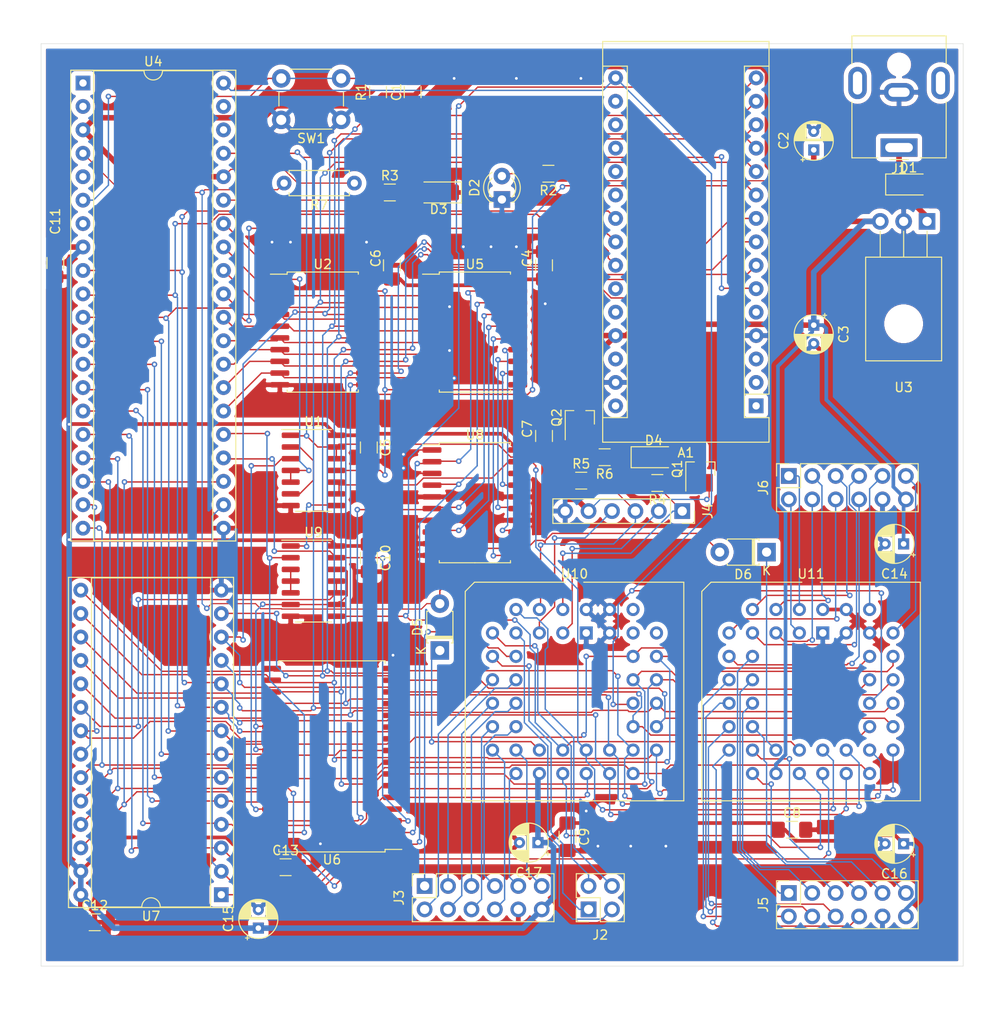
<source format=kicad_pcb>
(kicad_pcb (version 20171130) (host pcbnew 5.1.5+dfsg1-2build2)
  (layers (0 Front signal) (31 Back signal) (34 B.Paste user) (35 F.Paste user) (36 B.SilkS user) (37 F.SilkS user) (38 B.Mask user) (39 F.Mask user) (44 Edge.Cuts user))
  (net 0 "")
  (net 1 "Net-(C1-Pad1)")
  (net 2 GND)
  (net 3 "Net-(D1-Pad2)")
  (net 4 +5V)
  (net 5 "Net-(D2-Pad2)")
  (net 6 D6)
  (net 7 D4)
  (net 8 D7)
  (net 9 D5)
  (net 10 D3)
  (net 11 D1)
  (net 12 D2)
  (net 13 D0)
  (net 14 "Net-(C2-Pad1)")
  (net 15 ~IRQ)
  (net 16 EMU)
  (net 17 PH2)
  (net 18 "Net-(U1-Pad11)")
  (net 19 ~BANK0)
  (net 20 "Net-(U1-Pad8)")
  (net 21 "Net-(U1-Pad2)")
  (net 22 DB0)
  (net 23 DB1)
  (net 24 DB2)
  (net 25 DB3)
  (net 26 DB4)
  (net 27 DB5)
  (net 28 DB6)
  (net 29 DB7)
  (net 30 A12)
  (net 31 A13)
  (net 32 A14)
  (net 33 A15)
  (net 34 A0)
  (net 35 A1)
  (net 36 A2)
  (net 37 A3)
  (net 38 A4)
  (net 39 A5)
  (net 40 A6)
  (net 41 A7)
  (net 42 A8)
  (net 43 A9)
  (net 44 A10)
  (net 45 A11)
  (net 46 A23)
  (net 47 A22)
  (net 48 A21)
  (net 49 A20)
  (net 50 A19)
  (net 51 A18)
  (net 52 A17)
  (net 53 A16)
  (net 54 ~RAM_CE)
  (net 55 ~ROM_CS)
  (net 56 "Net-(U9-Pad3)")
  (net 57 ~IOCE)
  (net 58 ~RESET)
  (net 59 RW_RAW_RAW)
  (net 60 RW_RAW_PH2)
  (net 61 "Net-(D3-Pad2)")
  (net 62 "Net-(D4-Pad1)")
  (net 63 "Net-(D4-Pad2)")
  (net 64 "Net-(D5-Pad1)")
  (net 65 "Net-(D6-Pad1)")
  (net 66 /Sheet60C81ED6/PA7)
  (net 67 /Sheet60C81ED6/PA6)
  (net 68 /Sheet60C81ED6/PA5)
  (net 69 /Sheet60C81ED6/PA4)
  (net 70 /Sheet60C81ED6/PB0)
  (net 71 /Sheet60C81ED6/PB1)
  (net 72 /Sheet60C81ED6/PB2)
  (net 73 /Sheet60C81ED6/PB3)
  (net 74 /Sheet60C81ED6/PB4)
  (net 75 /Sheet60C81ED6/PB5)
  (net 76 /Sheet60C81ED6/PB6)
  (net 77 /Sheet60C81ED6/PB7)
  (net 78 "Net-(J3-Pad9)")
  (net 79 "Net-(J3-Pad11)")
  (net 80 /Sheet60C81ED6/PA0)
  (net 81 /Sheet60C81ED6/PA1)
  (net 82 /Sheet60C81ED6/PA2)
  (net 83 /Sheet60C81ED6/PA3)
  (net 84 "Net-(J5-Pad11)")
  (net 85 "Net-(J5-Pad9)")
  (net 86 /Sheet60C81ED6/PD7)
  (net 87 /Sheet60C81ED6/PD6)
  (net 88 /Sheet60C81ED6/PD5)
  (net 89 /Sheet60C81ED6/PD4)
  (net 90 /Sheet60C81ED6/PD3)
  (net 91 /Sheet60C81ED6/PD2)
  (net 92 /Sheet60C81ED6/PD1)
  (net 93 /Sheet60C81ED6/PD0)
  (net 94 /Sheet60C81ED6/PC0)
  (net 95 /Sheet60C81ED6/PC1)
  (net 96 /Sheet60C81ED6/PC2)
  (net 97 /Sheet60C81ED6/PC3)
  (net 98 /Sheet60C81ED6/PC4)
  (net 99 /Sheet60C81ED6/PC5)
  (net 100 /Sheet60C81ED6/PC6)
  (net 101 /Sheet60C81ED6/PC7)
  (net 102 "Net-(J6-Pad9)")
  (net 103 "Net-(J6-Pad11)")
  (net 104 "Net-(Q1-Pad1)")
  (net 105 "Net-(Q2-Pad2)")
  (net 106 "Net-(Q2-Pad1)")
  (net 107 RW_RAW)
  (module Capacitor_THT:CP_Radial_D4.0mm_P2.00mm (layer Front) (at 128.016 150.622 90)
    (fp_text reference C15 (at 1 -3.25 90) (layer F.SilkS))
    (fp_text value 100u)
    (pad 2 thru_hole circle (at 2 0 90) (size 1.2 1.2) (drill 0.6) (layers *.Cu *.Mask) (net 2 GND))
    (pad 1 thru_hole rect (at 0 0 90) (size 1.2 1.2) (drill 0.6) (layers *.Cu *.Mask) (net 4 +5V))
  )
  (module Package_LCC:PLCC-44_THT-Socket (layer Front) (at 163.576 118.618)
    (fp_text reference U10 (at -1.27 -6.4) (layer F.SilkS))
    (fp_text value WD65C22)
    (pad 39 thru_hole circle (at 7.62 0) (size 1.4224 1.4224) (drill 0.8) (layers *.Cu *.Mask))
    (pad 37 thru_hole circle (at 7.62 2.54) (size 1.4224 1.4224) (drill 0.8) (layers *.Cu *.Mask) (net 38 A4))
    (pad 35 thru_hole circle (at 7.62 5.08) (size 1.4224 1.4224) (drill 0.8) (layers *.Cu *.Mask) (net 40 A6))
    (pad 33 thru_hole circle (at 7.62 7.62) (size 1.4224 1.4224) (drill 0.8) (layers *.Cu *.Mask) (net 22 DB0))
    (pad 31 thru_hole circle (at 7.62 10.16) (size 1.4224 1.4224) (drill 0.8) (layers *.Cu *.Mask) (net 24 DB2))
    (pad 40 thru_hole circle (at 5.08 -2.54) (size 1.4224 1.4224) (drill 0.8) (layers *.Cu *.Mask))
    (pad 38 thru_hole circle (at 5.08 2.54) (size 1.4224 1.4224) (drill 0.8) (layers *.Cu *.Mask) (net 37 A3))
    (pad 36 thru_hole circle (at 5.08 5.08) (size 1.4224 1.4224) (drill 0.8) (layers *.Cu *.Mask) (net 39 A5))
    (pad 34 thru_hole circle (at 5.08 7.62) (size 1.4224 1.4224) (drill 0.8) (layers *.Cu *.Mask) (net 58 ~RESET))
    (pad 32 thru_hole circle (at 5.08 10.16) (size 1.4224 1.4224) (drill 0.8) (layers *.Cu *.Mask) (net 23 DB1))
    (pad 30 thru_hole circle (at 5.08 12.7) (size 1.4224 1.4224) (drill 0.8) (layers *.Cu *.Mask) (net 25 DB3))
    (pad 28 thru_hole circle (at 5.08 15.24) (size 1.4224 1.4224) (drill 0.8) (layers *.Cu *.Mask) (net 27 DB5))
    (pad 26 thru_hole circle (at 2.54 15.24) (size 1.4224 1.4224) (drill 0.8) (layers *.Cu *.Mask) (net 29 DB7))
    (pad 24 thru_hole circle (at 0 15.24) (size 1.4224 1.4224) (drill 0.8) (layers *.Cu *.Mask) (net 41 A7))
    (pad 22 thru_hole circle (at -2.54 15.24) (size 1.4224 1.4224) (drill 0.8) (layers *.Cu *.Mask) (net 107 RW_RAW))
    (pad 20 thru_hole circle (at -5.08 15.24) (size 1.4224 1.4224) (drill 0.8) (layers *.Cu *.Mask) (net 4 +5V))
    (pad 18 thru_hole circle (at -7.62 15.24) (size 1.4224 1.4224) (drill 0.8) (layers *.Cu *.Mask) (net 78 "Net-(J3-Pad9)"))
    (pad 29 thru_hole circle (at 7.62 12.7) (size 1.4224 1.4224) (drill 0.8) (layers *.Cu *.Mask) (net 26 DB4))
    (pad 27 thru_hole circle (at 2.54 12.7) (size 1.4224 1.4224) (drill 0.8) (layers *.Cu *.Mask) (net 28 DB6))
    (pad 25 thru_hole circle (at 0 12.7) (size 1.4224 1.4224) (drill 0.8) (layers *.Cu *.Mask) (net 17 PH2))
    (pad 23 thru_hole circle (at -2.54 12.7) (size 1.4224 1.4224) (drill 0.8) (layers *.Cu *.Mask) (net 57 ~IOCE))
    (pad 21 thru_hole circle (at -5.08 12.7) (size 1.4224 1.4224) (drill 0.8) (layers *.Cu *.Mask) (net 64 "Net-(D5-Pad1)"))
    (pad 19 thru_hole circle (at -7.62 12.7) (size 1.4224 1.4224) (drill 0.8) (layers *.Cu *.Mask) (net 79 "Net-(J3-Pad11)"))
    (pad 17 thru_hole circle (at -10.16 12.7) (size 1.4224 1.4224) (drill 0.8) (layers *.Cu *.Mask) (net 77 /Sheet60C81ED6/PB7))
    (pad 15 thru_hole circle (at -10.16 10.16) (size 1.4224 1.4224) (drill 0.8) (layers *.Cu *.Mask) (net 75 /Sheet60C81ED6/PB5))
    (pad 13 thru_hole circle (at -10.16 7.62) (size 1.4224 1.4224) (drill 0.8) (layers *.Cu *.Mask) (net 73 /Sheet60C81ED6/PB3))
    (pad 11 thru_hole circle (at -10.16 5.08) (size 1.4224 1.4224) (drill 0.8) (layers *.Cu *.Mask) (net 71 /Sheet60C81ED6/PB1))
    (pad 9 thru_hole circle (at -10.16 2.54) (size 1.4224 1.4224) (drill 0.8) (layers *.Cu *.Mask) (net 66 /Sheet60C81ED6/PA7))
    (pad 7 thru_hole circle (at -10.16 0) (size 1.4224 1.4224) (drill 0.8) (layers *.Cu *.Mask) (net 68 /Sheet60C81ED6/PA5))
    (pad 16 thru_hole circle (at -7.62 10.16) (size 1.4224 1.4224) (drill 0.8) (layers *.Cu *.Mask) (net 76 /Sheet60C81ED6/PB6))
    (pad 14 thru_hole circle (at -7.62 7.62) (size 1.4224 1.4224) (drill 0.8) (layers *.Cu *.Mask) (net 74 /Sheet60C81ED6/PB4))
    (pad 12 thru_hole circle (at -7.62 5.08) (size 1.4224 1.4224) (drill 0.8) (layers *.Cu *.Mask) (net 72 /Sheet60C81ED6/PB2))
    (pad 10 thru_hole circle (at -7.62 2.54) (size 1.4224 1.4224) (drill 0.8) (layers *.Cu *.Mask) (net 70 /Sheet60C81ED6/PB0))
    (pad 8 thru_hole circle (at -7.62 0) (size 1.4224 1.4224) (drill 0.8) (layers *.Cu *.Mask) (net 67 /Sheet60C81ED6/PA6))
    (pad 42 thru_hole circle (at 2.54 -2.54) (size 1.4224 1.4224) (drill 0.8) (layers *.Cu *.Mask) (net 2 GND))
    (pad 44 thru_hole circle (at 0 -2.54) (size 1.4224 1.4224) (drill 0.8) (layers *.Cu *.Mask) (net 2 GND))
    (pad 6 thru_hole circle (at -7.62 -2.54) (size 1.4224 1.4224) (drill 0.8) (layers *.Cu *.Mask) (net 69 /Sheet60C81ED6/PA4))
    (pad 4 thru_hole circle (at -5.08 -2.54) (size 1.4224 1.4224) (drill 0.8) (layers *.Cu *.Mask) (net 82 /Sheet60C81ED6/PA2))
    (pad 2 thru_hole circle (at -2.54 -2.54) (size 1.4224 1.4224) (drill 0.8) (layers *.Cu *.Mask) (net 80 /Sheet60C81ED6/PA0))
    (pad 41 thru_hole circle (at 5.08 0) (size 1.4224 1.4224) (drill 0.8) (layers *.Cu *.Mask))
    (pad 43 thru_hole circle (at 2.54 0) (size 1.4224 1.4224) (drill 0.8) (layers *.Cu *.Mask) (net 2 GND))
    (pad 5 thru_hole circle (at -5.08 0) (size 1.4224 1.4224) (drill 0.8) (layers *.Cu *.Mask) (net 83 /Sheet60C81ED6/PA3))
    (pad 3 thru_hole circle (at -2.54 0) (size 1.4224 1.4224) (drill 0.8) (layers *.Cu *.Mask) (net 81 /Sheet60C81ED6/PA1))
    (pad 1 thru_hole rect (at 0 0) (size 1.4224 1.4224) (drill 0.8) (layers *.Cu *.Mask) (net 2 GND))
  )
  (module Capacitor_THT:CP_Radial_D4.0mm_P2.00mm (layer Front) (at 188.25 66.25 90)
    (fp_text reference C2 (at 1 -3.25 90) (layer F.SilkS))
    (fp_text value 10u)
    (pad 1 thru_hole rect (at 0 0 90) (size 1.2 1.2) (drill 0.6) (layers *.Cu *.Mask) (net 14 "Net-(C2-Pad1)"))
    (pad 2 thru_hole circle (at 2 0 90) (size 1.2 1.2) (drill 0.6) (layers *.Cu *.Mask) (net 2 GND))
  )
  (module Capacitor_THT:CP_Radial_D4.0mm_P2.00mm (layer Front) (at 188.25 85.25 270)
    (fp_text reference C3 (at 1 -3.25 90) (layer F.SilkS))
    (fp_text value 100u)
    (pad 2 thru_hole circle (at 2 0 270) (size 1.2 1.2) (drill 0.6) (layers *.Cu *.Mask) (net 2 GND))
    (pad 1 thru_hole rect (at 0 0 270) (size 1.2 1.2) (drill 0.6) (layers *.Cu *.Mask) (net 4 +5V))
  )
  (module Diode_SMD:D_1206_3216Metric_Pad1.42x1.75mm_HandSolder (layer Front) (at 198.5125 70)
    (fp_text reference D1 (at 0 -1.82) (layer F.SilkS))
    (fp_text value D_Schottky)
    (pad 1 smd roundrect (at -1.4875 0) (size 1.425 1.75) (layers Front F.Paste F.Mask) (roundrect_rratio 0.175439) (net 14 "Net-(C2-Pad1)"))
    (pad 2 smd roundrect (at 1.4875 0) (size 1.425 1.75) (layers Front F.Paste F.Mask) (roundrect_rratio 0.175439) (net 3 "Net-(D1-Pad2)"))
  )
  (module Connector_BarrelJack:BarrelJack_CUI_PJ-063AH_Horizontal (layer Front) (at 197.5 66 180)
    (fp_text reference J1 (at 0 -2.3) (layer F.SilkS))
    (fp_text value Barrel_Jack)
    (pad 1 thru_hole rect (at 0 0 180) (size 4 2) (drill oval 3 1) (layers *.Cu *.Mask) (net 3 "Net-(D1-Pad2)"))
    (pad 2 thru_hole oval (at 0 6 180) (size 3.3 2) (drill oval 2.3 1) (layers *.Cu *.Mask) (net 2 GND))
    (pad MP thru_hole oval (at -4.5 7 180) (size 2 3.5) (drill oval 1 2.5) (layers *.Cu *.Mask))
    (pad MP thru_hole oval (at 4.5 7 180) (size 2 3.5) (drill oval 1 2.5) (layers *.Cu *.Mask))
    (pad "" np_thru_hole circle (at 0 9 180) (size 1.6 1.6) (drill 1.6) (layers *.Cu *.Mask))
  )
  (module Package_TO_SOT_THT:TO-126-3_Horizontal_TabDown (layer Front) (at 200.54 74 180)
    (fp_text reference U3 (at 2.54 -18) (layer F.SilkS))
    (fp_text value L7805)
    (pad "" np_thru_hole oval (at 2.54 -11.1 180) (size 3.2 3.2) (drill 3.2) (layers *.Cu *.Mask))
    (pad 1 thru_hole rect (at 0 0 180) (size 1.8 1.8) (drill 1) (layers *.Cu *.Mask) (net 14 "Net-(C2-Pad1)"))
    (pad 2 thru_hole oval (at 2.54 0 180) (size 1.8 1.8) (drill 1) (layers *.Cu *.Mask) (net 2 GND))
    (pad 3 thru_hole oval (at 5.08 0 180) (size 1.8 1.8) (drill 1) (layers *.Cu *.Mask) (net 4 +5V))
  )
  (module Button_Switch_THT:SW_PUSH_6mm (layer Front) (at 137 63 180)
    (fp_text reference SW1 (at 3.25 -2) (layer F.SilkS))
    (fp_text value RESET)
    (pad 2 thru_hole circle (at 0 4.5 270) (size 2 2) (drill 1.1) (layers *.Cu *.Mask) (net 1 "Net-(C1-Pad1)"))
    (pad 1 thru_hole circle (at 0 0 270) (size 2 2) (drill 1.1) (layers *.Cu *.Mask) (net 2 GND))
    (pad 2 thru_hole circle (at 6.5 4.5 270) (size 2 2) (drill 1.1) (layers *.Cu *.Mask) (net 1 "Net-(C1-Pad1)"))
    (pad 1 thru_hole circle (at 6.5 0 270) (size 2 2) (drill 1.1) (layers *.Cu *.Mask) (net 2 GND))
  )
  (module Package_SO:SOIC-20W_7.5x12.8mm_P1.27mm (layer Front) (at 151.5 86)
    (fp_text reference U5 (at 0 -7.35) (layer F.SilkS))
    (fp_text value 74LS573)
    (pad 1 smd roundrect (at -4.65 -5.715) (size 2.05 0.6) (layers Front F.Paste F.Mask) (net 2 GND))
    (pad 2 smd roundrect (at -4.65 -4.445) (size 2.05 0.6) (layers Front F.Paste F.Mask) (net 13 D0))
    (pad 3 smd roundrect (at -4.65 -3.175) (size 2.05 0.6) (layers Front F.Paste F.Mask) (net 11 D1))
    (pad 4 smd roundrect (at -4.65 -1.905) (size 2.05 0.6) (layers Front F.Paste F.Mask) (net 12 D2))
    (pad 5 smd roundrect (at -4.65 -0.635) (size 2.05 0.6) (layers Front F.Paste F.Mask) (net 10 D3))
    (pad 6 smd roundrect (at -4.65 0.635) (size 2.05 0.6) (layers Front F.Paste F.Mask) (net 7 D4))
    (pad 7 smd roundrect (at -4.65 1.905) (size 2.05 0.6) (layers Front F.Paste F.Mask) (net 9 D5))
    (pad 8 smd roundrect (at -4.65 3.175) (size 2.05 0.6) (layers Front F.Paste F.Mask) (net 6 D6))
    (pad 9 smd roundrect (at -4.65 4.445) (size 2.05 0.6) (layers Front F.Paste F.Mask) (net 8 D7))
    (pad 10 smd roundrect (at -4.65 5.715) (size 2.05 0.6) (layers Front F.Paste F.Mask) (net 2 GND))
    (pad 11 smd roundrect (at 4.65 5.715) (size 2.05 0.6) (layers Front F.Paste F.Mask) (net 18 "Net-(U1-Pad11)"))
    (pad 12 smd roundrect (at 4.65 4.445) (size 2.05 0.6) (layers Front F.Paste F.Mask) (net 46 A23))
    (pad 13 smd roundrect (at 4.65 3.175) (size 2.05 0.6) (layers Front F.Paste F.Mask) (net 47 A22))
    (pad 14 smd roundrect (at 4.65 1.905) (size 2.05 0.6) (layers Front F.Paste F.Mask) (net 48 A21))
    (pad 15 smd roundrect (at 4.65 0.635) (size 2.05 0.6) (layers Front F.Paste F.Mask) (net 49 A20))
    (pad 16 smd roundrect (at 4.65 -0.635) (size 2.05 0.6) (layers Front F.Paste F.Mask) (net 50 A19))
    (pad 17 smd roundrect (at 4.65 -1.905) (size 2.05 0.6) (layers Front F.Paste F.Mask) (net 51 A18))
    (pad 18 smd roundrect (at 4.65 -3.175) (size 2.05 0.6) (layers Front F.Paste F.Mask) (net 52 A17))
    (pad 19 smd roundrect (at 4.65 -4.445) (size 2.05 0.6) (layers Front F.Paste F.Mask) (net 53 A16))
    (pad 20 smd roundrect (at 4.65 -5.715) (size 2.05 0.6) (layers Front F.Paste F.Mask) (net 4 +5V))
  )
  (module Package_SO:SOIC-20W_7.5x12.8mm_P1.27mm (layer Front) (at 135 86)
    (fp_text reference U2 (at 0 -7.35) (layer F.SilkS))
    (fp_text value 74LS245)
    (pad 20 smd roundrect (at 4.65 -5.715) (size 2.05 0.6) (layers Front F.Paste F.Mask) (net 4 +5V))
    (pad 19 smd roundrect (at 4.65 -4.445) (size 2.05 0.6) (layers Front F.Paste F.Mask) (net 18 "Net-(U1-Pad11)"))
    (pad 18 smd roundrect (at 4.65 -3.175) (size 2.05 0.6) (layers Front F.Paste F.Mask) (net 22 DB0))
    (pad 17 smd roundrect (at 4.65 -1.905) (size 2.05 0.6) (layers Front F.Paste F.Mask) (net 23 DB1))
    (pad 16 smd roundrect (at 4.65 -0.635) (size 2.05 0.6) (layers Front F.Paste F.Mask) (net 24 DB2))
    (pad 15 smd roundrect (at 4.65 0.635) (size 2.05 0.6) (layers Front F.Paste F.Mask) (net 25 DB3))
    (pad 14 smd roundrect (at 4.65 1.905) (size 2.05 0.6) (layers Front F.Paste F.Mask) (net 26 DB4))
    (pad 13 smd roundrect (at 4.65 3.175) (size 2.05 0.6) (layers Front F.Paste F.Mask) (net 27 DB5))
    (pad 12 smd roundrect (at 4.65 4.445) (size 2.05 0.6) (layers Front F.Paste F.Mask) (net 28 DB6))
    (pad 11 smd roundrect (at 4.65 5.715) (size 2.05 0.6) (layers Front F.Paste F.Mask) (net 29 DB7))
    (pad 10 smd roundrect (at -4.65 5.715) (size 2.05 0.6) (layers Front F.Paste F.Mask) (net 2 GND))
    (pad 9 smd roundrect (at -4.65 4.445) (size 2.05 0.6) (layers Front F.Paste F.Mask) (net 8 D7))
    (pad 8 smd roundrect (at -4.65 3.175) (size 2.05 0.6) (layers Front F.Paste F.Mask) (net 6 D6))
    (pad 7 smd roundrect (at -4.65 1.905) (size 2.05 0.6) (layers Front F.Paste F.Mask) (net 9 D5))
    (pad 6 smd roundrect (at -4.65 0.635) (size 2.05 0.6) (layers Front F.Paste F.Mask) (net 7 D4))
    (pad 5 smd roundrect (at -4.65 -0.635) (size 2.05 0.6) (layers Front F.Paste F.Mask) (net 10 D3))
    (pad 4 smd roundrect (at -4.65 -1.905) (size 2.05 0.6) (layers Front F.Paste F.Mask) (net 12 D2))
    (pad 3 smd roundrect (at -4.65 -3.175) (size 2.05 0.6) (layers Front F.Paste F.Mask) (net 11 D1))
    (pad 2 smd roundrect (at -4.65 -4.445) (size 2.05 0.6) (layers Front F.Paste F.Mask) (net 13 D0))
    (pad 1 smd roundrect (at -4.65 -5.715) (size 2.05 0.6) (layers Front F.Paste F.Mask) (net 59 RW_RAW_RAW))
  )
  (module Package_SO:SOIC-14_3.9x8.7mm_P1.27mm (layer Front) (at 134 101)
    (fp_text reference U1 (at 0 -5.28) (layer F.SilkS))
    (fp_text value 74HC00)
    (pad 14 smd roundrect (at 2.475 -3.81) (size 1.95 0.6) (layers Front F.Paste F.Mask) (net 4 +5V))
    (pad 13 smd roundrect (at 2.475 -2.54) (size 1.95 0.6) (layers Front F.Paste F.Mask) (net 17 PH2))
    (pad 12 smd roundrect (at 2.475 -1.27) (size 1.95 0.6) (layers Front F.Paste F.Mask) (net 17 PH2))
    (pad 11 smd roundrect (at 2.475 0) (size 1.95 0.6) (layers Front F.Paste F.Mask) (net 18 "Net-(U1-Pad11)"))
    (pad 10 smd roundrect (at 2.475 1.27) (size 1.95 0.6) (layers Front F.Paste F.Mask) (net 19 ~BANK0))
    (pad 9 smd roundrect (at 2.475 2.54) (size 1.95 0.6) (layers Front F.Paste F.Mask) (net 19 ~BANK0))
    (pad 8 smd roundrect (at 2.475 3.81) (size 1.95 0.6) (layers Front F.Paste F.Mask) (net 20 "Net-(U1-Pad8)"))
    (pad 7 smd roundrect (at -2.475 3.81) (size 1.95 0.6) (layers Front F.Paste F.Mask) (net 2 GND))
    (pad 6 smd roundrect (at -2.475 2.54) (size 1.95 0.6) (layers Front F.Paste F.Mask) (net 21 "Net-(U1-Pad2)"))
    (pad 5 smd roundrect (at -2.475 1.27) (size 1.95 0.6) (layers Front F.Paste F.Mask) (net 59 RW_RAW_RAW))
    (pad 4 smd roundrect (at -2.475 0) (size 1.95 0.6) (layers Front F.Paste F.Mask) (net 59 RW_RAW_RAW))
    (pad 3 smd roundrect (at -2.475 -1.27) (size 1.95 0.6) (layers Front F.Paste F.Mask) (net 60 RW_RAW_PH2))
    (pad 2 smd roundrect (at -2.475 -2.54) (size 1.95 0.6) (layers Front F.Paste F.Mask) (net 21 "Net-(U1-Pad2)"))
    (pad 1 smd roundrect (at -2.475 -3.81) (size 1.95 0.6) (layers Front F.Paste F.Mask) (net 17 PH2))
  )
  (module Package_DIP:DIP-40_W15.24mm_Socket (layer Front) (at 109 59)
    (fp_text reference U4 (at 7.62 -2.33) (layer F.SilkS))
    (fp_text value WD65C816S)
    (pad 1 thru_hole rect (at 0 0) (size 1.6 1.6) (drill 0.8) (layers *.Cu *.Mask))
    (pad 21 thru_hole oval (at 15.24 48.26) (size 1.6 1.6) (drill 0.8) (layers *.Cu *.Mask) (net 2 GND))
    (pad 2 thru_hole oval (at 0 2.54) (size 1.6 1.6) (drill 0.8) (layers *.Cu *.Mask))
    (pad 22 thru_hole oval (at 15.24 45.72) (size 1.6 1.6) (drill 0.8) (layers *.Cu *.Mask) (net 30 A12))
    (pad 3 thru_hole oval (at 0 5.08) (size 1.6 1.6) (drill 0.8) (layers *.Cu *.Mask) (net 4 +5V))
    (pad 23 thru_hole oval (at 15.24 43.18) (size 1.6 1.6) (drill 0.8) (layers *.Cu *.Mask) (net 31 A13))
    (pad 4 thru_hole oval (at 0 7.62) (size 1.6 1.6) (drill 0.8) (layers *.Cu *.Mask) (net 15 ~IRQ))
    (pad 24 thru_hole oval (at 15.24 40.64) (size 1.6 1.6) (drill 0.8) (layers *.Cu *.Mask) (net 32 A14))
    (pad 5 thru_hole oval (at 0 10.16) (size 1.6 1.6) (drill 0.8) (layers *.Cu *.Mask))
    (pad 25 thru_hole oval (at 15.24 38.1) (size 1.6 1.6) (drill 0.8) (layers *.Cu *.Mask) (net 33 A15))
    (pad 6 thru_hole oval (at 0 12.7) (size 1.6 1.6) (drill 0.8) (layers *.Cu *.Mask) (net 1 "Net-(C1-Pad1)"))
    (pad 26 thru_hole oval (at 15.24 35.56) (size 1.6 1.6) (drill 0.8) (layers *.Cu *.Mask) (net 8 D7))
    (pad 7 thru_hole oval (at 0 15.24) (size 1.6 1.6) (drill 0.8) (layers *.Cu *.Mask))
    (pad 27 thru_hole oval (at 15.24 33.02) (size 1.6 1.6) (drill 0.8) (layers *.Cu *.Mask) (net 6 D6))
    (pad 8 thru_hole oval (at 0 17.78) (size 1.6 1.6) (drill 0.8) (layers *.Cu *.Mask) (net 4 +5V))
    (pad 28 thru_hole oval (at 15.24 30.48) (size 1.6 1.6) (drill 0.8) (layers *.Cu *.Mask) (net 9 D5))
    (pad 9 thru_hole oval (at 0 20.32) (size 1.6 1.6) (drill 0.8) (layers *.Cu *.Mask) (net 34 A0))
    (pad 29 thru_hole oval (at 15.24 27.94) (size 1.6 1.6) (drill 0.8) (layers *.Cu *.Mask) (net 7 D4))
    (pad 10 thru_hole oval (at 0 22.86) (size 1.6 1.6) (drill 0.8) (layers *.Cu *.Mask) (net 35 A1))
    (pad 30 thru_hole oval (at 15.24 25.4) (size 1.6 1.6) (drill 0.8) (layers *.Cu *.Mask) (net 10 D3))
    (pad 11 thru_hole oval (at 0 25.4) (size 1.6 1.6) (drill 0.8) (layers *.Cu *.Mask) (net 36 A2))
    (pad 31 thru_hole oval (at 15.24 22.86) (size 1.6 1.6) (drill 0.8) (layers *.Cu *.Mask) (net 12 D2))
    (pad 12 thru_hole oval (at 0 27.94) (size 1.6 1.6) (drill 0.8) (layers *.Cu *.Mask) (net 37 A3))
    (pad 32 thru_hole oval (at 15.24 20.32) (size 1.6 1.6) (drill 0.8) (layers *.Cu *.Mask) (net 11 D1))
    (pad 13 thru_hole oval (at 0 30.48) (size 1.6 1.6) (drill 0.8) (layers *.Cu *.Mask) (net 38 A4))
    (pad 33 thru_hole oval (at 15.24 17.78) (size 1.6 1.6) (drill 0.8) (layers *.Cu *.Mask) (net 13 D0))
    (pad 14 thru_hole oval (at 0 33.02) (size 1.6 1.6) (drill 0.8) (layers *.Cu *.Mask) (net 39 A5))
    (pad 34 thru_hole oval (at 15.24 15.24) (size 1.6 1.6) (drill 0.8) (layers *.Cu *.Mask) (net 59 RW_RAW_RAW))
    (pad 15 thru_hole oval (at 0 35.56) (size 1.6 1.6) (drill 0.8) (layers *.Cu *.Mask) (net 40 A6))
    (pad 35 thru_hole oval (at 15.24 12.7) (size 1.6 1.6) (drill 0.8) (layers *.Cu *.Mask) (net 16 EMU))
    (pad 16 thru_hole oval (at 0 38.1) (size 1.6 1.6) (drill 0.8) (layers *.Cu *.Mask) (net 41 A7))
    (pad 36 thru_hole oval (at 15.24 10.16) (size 1.6 1.6) (drill 0.8) (layers *.Cu *.Mask) (net 4 +5V))
    (pad 17 thru_hole oval (at 0 40.64) (size 1.6 1.6) (drill 0.8) (layers *.Cu *.Mask) (net 42 A8))
    (pad 37 thru_hole oval (at 15.24 7.62) (size 1.6 1.6) (drill 0.8) (layers *.Cu *.Mask) (net 17 PH2))
    (pad 18 thru_hole oval (at 0 43.18) (size 1.6 1.6) (drill 0.8) (layers *.Cu *.Mask) (net 43 A9))
    (pad 38 thru_hole oval (at 15.24 5.08) (size 1.6 1.6) (drill 0.8) (layers *.Cu *.Mask))
    (pad 19 thru_hole oval (at 0 45.72) (size 1.6 1.6) (drill 0.8) (layers *.Cu *.Mask) (net 44 A10))
    (pad 39 thru_hole oval (at 15.24 2.54) (size 1.6 1.6) (drill 0.8) (layers *.Cu *.Mask))
    (pad 20 thru_hole oval (at 0 48.26) (size 1.6 1.6) (drill 0.8) (layers *.Cu *.Mask) (net 45 A11))
    (pad 40 thru_hole oval (at 15.24 0) (size 1.6 1.6) (drill 0.8) (layers *.Cu *.Mask) (net 58 ~RESET))
  )
  (module Package_SO:SSOP-32_11.305x20.495mm_P1.27mm (layer Front) (at 136 132 180)
    (fp_text reference U6 (at 0 -11.2) (layer F.SilkS))
    (fp_text value IS61C5128AS-25QLI)
    (pad 1 smd roundrect (at -6.55 -9.525 180) (size 2.05 0.6) (layers Front F.Paste F.Mask) (net 52 A17))
    (pad 2 smd roundrect (at -6.55 -8.255 180) (size 2.05 0.6) (layers Front F.Paste F.Mask) (net 53 A16))
    (pad 3 smd roundrect (at -6.55 -6.985 180) (size 2.05 0.6) (layers Front F.Paste F.Mask) (net 32 A14))
    (pad 4 smd roundrect (at -6.55 -5.715 180) (size 2.05 0.6) (layers Front F.Paste F.Mask) (net 30 A12))
    (pad 5 smd roundrect (at -6.55 -4.445 180) (size 2.05 0.6) (layers Front F.Paste F.Mask) (net 41 A7))
    (pad 6 smd roundrect (at -6.55 -3.175 180) (size 2.05 0.6) (layers Front F.Paste F.Mask) (net 40 A6))
    (pad 7 smd roundrect (at -6.55 -1.905 180) (size 2.05 0.6) (layers Front F.Paste F.Mask) (net 39 A5))
    (pad 8 smd roundrect (at -6.55 -0.635 180) (size 2.05 0.6) (layers Front F.Paste F.Mask) (net 38 A4))
    (pad 9 smd roundrect (at -6.55 0.635 180) (size 2.05 0.6) (layers Front F.Paste F.Mask) (net 37 A3))
    (pad 10 smd roundrect (at -6.55 1.905 180) (size 2.05 0.6) (layers Front F.Paste F.Mask) (net 36 A2))
    (pad 11 smd roundrect (at -6.55 3.175 180) (size 2.05 0.6) (layers Front F.Paste F.Mask) (net 35 A1))
    (pad 12 smd roundrect (at -6.55 4.445 180) (size 2.05 0.6) (layers Front F.Paste F.Mask) (net 34 A0))
    (pad 13 smd roundrect (at -6.55 5.715 180) (size 2.05 0.6) (layers Front F.Paste F.Mask) (net 22 DB0))
    (pad 14 smd roundrect (at -6.55 6.985 180) (size 2.05 0.6) (layers Front F.Paste F.Mask) (net 23 DB1))
    (pad 15 smd roundrect (at -6.55 8.255 180) (size 2.05 0.6) (layers Front F.Paste F.Mask) (net 24 DB2))
    (pad 16 smd roundrect (at -6.55 9.525 180) (size 2.05 0.6) (layers Front F.Paste F.Mask) (net 2 GND))
    (pad 17 smd roundrect (at 6.55 9.525 180) (size 2.05 0.6) (layers Front F.Paste F.Mask) (net 25 DB3))
    (pad 18 smd roundrect (at 6.55 8.255 180) (size 2.05 0.6) (layers Front F.Paste F.Mask) (net 26 DB4))
    (pad 19 smd roundrect (at 6.55 6.985 180) (size 2.05 0.6) (layers Front F.Paste F.Mask) (net 27 DB5))
    (pad 20 smd roundrect (at 6.55 5.715 180) (size 2.05 0.6) (layers Front F.Paste F.Mask) (net 28 DB6))
    (pad 21 smd roundrect (at 6.55 4.445 180) (size 2.05 0.6) (layers Front F.Paste F.Mask) (net 29 DB7))
    (pad 22 smd roundrect (at 6.55 3.175 180) (size 2.05 0.6) (layers Front F.Paste F.Mask) (net 54 ~RAM_CE))
    (pad 23 smd roundrect (at 6.55 1.905 180) (size 2.05 0.6) (layers Front F.Paste F.Mask) (net 44 A10))
    (pad 24 smd roundrect (at 6.55 0.635 180) (size 2.05 0.6) (layers Front F.Paste F.Mask) (net 54 ~RAM_CE))
    (pad 25 smd roundrect (at 6.55 -0.635 180) (size 2.05 0.6) (layers Front F.Paste F.Mask) (net 45 A11))
    (pad 26 smd roundrect (at 6.55 -1.905 180) (size 2.05 0.6) (layers Front F.Paste F.Mask) (net 43 A9))
    (pad 27 smd roundrect (at 6.55 -3.175 180) (size 2.05 0.6) (layers Front F.Paste F.Mask) (net 42 A8))
    (pad 28 smd roundrect (at 6.55 -4.445 180) (size 2.05 0.6) (layers Front F.Paste F.Mask) (net 31 A13))
    (pad 29 smd roundrect (at 6.55 -5.715 180) (size 2.05 0.6) (layers Front F.Paste F.Mask) (net 60 RW_RAW_PH2))
    (pad 30 smd roundrect (at 6.55 -6.985 180) (size 2.05 0.6) (layers Front F.Paste F.Mask) (net 51 A18))
    (pad 31 smd roundrect (at 6.55 -8.255 180) (size 2.05 0.6) (layers Front F.Paste F.Mask) (net 33 A15))
    (pad 32 smd roundrect (at 6.55 -9.525 180) (size 2.05 0.6) (layers Front F.Paste F.Mask) (net 4 +5V))
  )
  (module Package_SO:SOIC-20W_7.5x12.8mm_P1.27mm (layer Front) (at 151.5 104.5)
    (fp_text reference U8 (at 0 -7.35) (layer F.SilkS))
    (fp_text value 74F521)
    (pad 1 smd roundrect (at -4.65 -5.715) (size 2.05 0.6) (layers Front F.Paste F.Mask) (net 2 GND))
    (pad 2 smd roundrect (at -4.65 -4.445) (size 2.05 0.6) (layers Front F.Paste F.Mask) (net 53 A16))
    (pad 3 smd roundrect (at -4.65 -3.175) (size 2.05 0.6) (layers Front F.Paste F.Mask) (net 2 GND))
    (pad 4 smd roundrect (at -4.65 -1.905) (size 2.05 0.6) (layers Front F.Paste F.Mask) (net 52 A17))
    (pad 5 smd roundrect (at -4.65 -0.635) (size 2.05 0.6) (layers Front F.Paste F.Mask) (net 2 GND))
    (pad 6 smd roundrect (at -4.65 0.635) (size 2.05 0.6) (layers Front F.Paste F.Mask) (net 51 A18))
    (pad 7 smd roundrect (at -4.65 1.905) (size 2.05 0.6) (layers Front F.Paste F.Mask) (net 2 GND))
    (pad 8 smd roundrect (at -4.65 3.175) (size 2.05 0.6) (layers Front F.Paste F.Mask) (net 50 A19))
    (pad 9 smd roundrect (at -4.65 4.445) (size 2.05 0.6) (layers Front F.Paste F.Mask) (net 2 GND))
    (pad 10 smd roundrect (at -4.65 5.715) (size 2.05 0.6) (layers Front F.Paste F.Mask) (net 2 GND))
    (pad 11 smd roundrect (at 4.65 5.715) (size 2.05 0.6) (layers Front F.Paste F.Mask) (net 49 A20))
    (pad 12 smd roundrect (at 4.65 4.445) (size 2.05 0.6) (layers Front F.Paste F.Mask) (net 2 GND))
    (pad 13 smd roundrect (at 4.65 3.175) (size 2.05 0.6) (layers Front F.Paste F.Mask) (net 48 A21))
    (pad 14 smd roundrect (at 4.65 1.905) (size 2.05 0.6) (layers Front F.Paste F.Mask) (net 2 GND))
    (pad 15 smd roundrect (at 4.65 0.635) (size 2.05 0.6) (layers Front F.Paste F.Mask) (net 47 A22))
    (pad 16 smd roundrect (at 4.65 -0.635) (size 2.05 0.6) (layers Front F.Paste F.Mask) (net 2 GND))
    (pad 17 smd roundrect (at 4.65 -1.905) (size 2.05 0.6) (layers Front F.Paste F.Mask) (net 46 A23))
    (pad 18 smd roundrect (at 4.65 -3.175) (size 2.05 0.6) (layers Front F.Paste F.Mask) (net 2 GND))
    (pad 19 smd roundrect (at 4.65 -4.445) (size 2.05 0.6) (layers Front F.Paste F.Mask) (net 19 ~BANK0))
    (pad 20 smd roundrect (at 4.65 -5.715) (size 2.05 0.6) (layers Front F.Paste F.Mask) (net 4 +5V))
  )
  (module Package_SO:SOIC-14_3.9x8.7mm_P1.27mm (layer Front) (at 134 113)
    (fp_text reference U9 (at 0 -5.28) (layer F.SilkS))
    (fp_text value 74HC00)
    (pad 1 smd roundrect (at -2.475 -3.81) (size 1.95 0.6) (layers Front F.Paste F.Mask) (net 20 "Net-(U1-Pad8)"))
    (pad 2 smd roundrect (at -2.475 -2.54) (size 1.95 0.6) (layers Front F.Paste F.Mask) (net 33 A15))
    (pad 3 smd roundrect (at -2.475 -1.27) (size 1.95 0.6) (layers Front F.Paste F.Mask) (net 56 "Net-(U9-Pad3)"))
    (pad 4 smd roundrect (at -2.475 0) (size 1.95 0.6) (layers Front F.Paste F.Mask) (net 56 "Net-(U9-Pad3)"))
    (pad 5 smd roundrect (at -2.475 1.27) (size 1.95 0.6) (layers Front F.Paste F.Mask) (net 56 "Net-(U9-Pad3)"))
    (pad 6 smd roundrect (at -2.475 2.54) (size 1.95 0.6) (layers Front F.Paste F.Mask) (net 54 ~RAM_CE))
    (pad 7 smd roundrect (at -2.475 3.81) (size 1.95 0.6) (layers Front F.Paste F.Mask) (net 2 GND))
    (pad 8 smd roundrect (at 2.475 3.81) (size 1.95 0.6) (layers Front F.Paste F.Mask) (net 57 ~IOCE))
    (pad 9 smd roundrect (at 2.475 2.54) (size 1.95 0.6) (layers Front F.Paste F.Mask) (net 54 ~RAM_CE))
    (pad 10 smd roundrect (at 2.475 1.27) (size 1.95 0.6) (layers Front F.Paste F.Mask) (net 55 ~ROM_CS))
    (pad 11 smd roundrect (at 2.475 0) (size 1.95 0.6) (layers Front F.Paste F.Mask) (net 55 ~ROM_CS))
    (pad 12 smd roundrect (at 2.475 -1.27) (size 1.95 0.6) (layers Front F.Paste F.Mask) (net 54 ~RAM_CE))
    (pad 13 smd roundrect (at 2.475 -2.54) (size 1.95 0.6) (layers Front F.Paste F.Mask) (net 32 A14))
    (pad 14 smd roundrect (at 2.475 -3.81) (size 1.95 0.6) (layers Front F.Paste F.Mask) (net 4 +5V))
  )
  (module Module:Arduino_Nano (layer Front) (at 182 94 180)
    (fp_text reference A1 (at 7.62 -5.08) (layer F.SilkS))
    (fp_text value Arduino_Nano_v3.x)
    (pad 1 thru_hole rect (at 0 0 180) (size 1.6 1.6) (drill 0.8) (layers *.Cu *.Mask))
    (pad 17 thru_hole oval (at 15.24 33.02 180) (size 1.6 1.6) (drill 0.8) (layers *.Cu *.Mask))
    (pad 2 thru_hole oval (at 0 2.54 180) (size 1.6 1.6) (drill 0.8) (layers *.Cu *.Mask))
    (pad 18 thru_hole oval (at 15.24 30.48 180) (size 1.6 1.6) (drill 0.8) (layers *.Cu *.Mask))
    (pad 3 thru_hole oval (at 0 5.08 180) (size 1.6 1.6) (drill 0.8) (layers *.Cu *.Mask))
    (pad 19 thru_hole oval (at 15.24 27.94 180) (size 1.6 1.6) (drill 0.8) (layers *.Cu *.Mask))
    (pad 4 thru_hole oval (at 0 7.62 180) (size 1.6 1.6) (drill 0.8) (layers *.Cu *.Mask) (net 2 GND))
    (pad 20 thru_hole oval (at 15.24 25.4 180) (size 1.6 1.6) (drill 0.8) (layers *.Cu *.Mask))
    (pad 5 thru_hole oval (at 0 10.16 180) (size 1.6 1.6) (drill 0.8) (layers *.Cu *.Mask))
    (pad 21 thru_hole oval (at 15.24 22.86 180) (size 1.6 1.6) (drill 0.8) (layers *.Cu *.Mask))
    (pad 6 thru_hole oval (at 0 12.7 180) (size 1.6 1.6) (drill 0.8) (layers *.Cu *.Mask) (net 17 PH2))
    (pad 22 thru_hole oval (at 15.24 20.32 180) (size 1.6 1.6) (drill 0.8) (layers *.Cu *.Mask) (net 34 A0))
    (pad 7 thru_hole oval (at 0 15.24 180) (size 1.6 1.6) (drill 0.8) (layers *.Cu *.Mask) (net 26 DB4))
    (pad 23 thru_hole oval (at 15.24 17.78 180) (size 1.6 1.6) (drill 0.8) (layers *.Cu *.Mask) (net 35 A1))
    (pad 8 thru_hole oval (at 0 17.78 180) (size 1.6 1.6) (drill 0.8) (layers *.Cu *.Mask) (net 27 DB5))
    (pad 24 thru_hole oval (at 15.24 15.24 180) (size 1.6 1.6) (drill 0.8) (layers *.Cu *.Mask) (net 36 A2))
    (pad 9 thru_hole oval (at 0 20.32 180) (size 1.6 1.6) (drill 0.8) (layers *.Cu *.Mask) (net 28 DB6))
    (pad 25 thru_hole oval (at 15.24 12.7 180) (size 1.6 1.6) (drill 0.8) (layers *.Cu *.Mask))
    (pad 10 thru_hole oval (at 0 22.86 180) (size 1.6 1.6) (drill 0.8) (layers *.Cu *.Mask) (net 29 DB7))
    (pad 26 thru_hole oval (at 15.24 10.16 180) (size 1.6 1.6) (drill 0.8) (layers *.Cu *.Mask))
    (pad 11 thru_hole oval (at 0 25.4 180) (size 1.6 1.6) (drill 0.8) (layers *.Cu *.Mask) (net 22 DB0))
    (pad 27 thru_hole oval (at 15.24 7.62 180) (size 1.6 1.6) (drill 0.8) (layers *.Cu *.Mask) (net 4 +5V))
    (pad 12 thru_hole oval (at 0 27.94 180) (size 1.6 1.6) (drill 0.8) (layers *.Cu *.Mask) (net 23 DB1))
    (pad 28 thru_hole oval (at 15.24 5.08 180) (size 1.6 1.6) (drill 0.8) (layers *.Cu *.Mask))
    (pad 13 thru_hole oval (at 0 30.48 180) (size 1.6 1.6) (drill 0.8) (layers *.Cu *.Mask) (net 24 DB2))
    (pad 29 thru_hole oval (at 15.24 2.54 180) (size 1.6 1.6) (drill 0.8) (layers *.Cu *.Mask) (net 2 GND))
    (pad 14 thru_hole oval (at 0 33.02 180) (size 1.6 1.6) (drill 0.8) (layers *.Cu *.Mask) (net 25 DB3))
    (pad 30 thru_hole oval (at 15.24 0 180) (size 1.6 1.6) (drill 0.8) (layers *.Cu *.Mask))
    (pad 15 thru_hole oval (at 0 35.56 180) (size 1.6 1.6) (drill 0.8) (layers *.Cu *.Mask) (net 57 ~IOCE))
    (pad 16 thru_hole oval (at 15.24 35.56 180) (size 1.6 1.6) (drill 0.8) (layers *.Cu *.Mask) (net 58 ~RESET))
  )
  (module Capacitor_SMD:C_1206_3216Metric_Pad1.42x1.75mm_HandSolder (layer Front) (at 159 78.7625 90)
    (fp_text reference C4 (at 0.7625 -1.82 90) (layer F.SilkS))
    (fp_text value 100n)
    (pad 1 smd roundrect (at -1.4875 0 90) (size 1.425 1.75) (layers Front F.Paste F.Mask) (roundrect_rratio 0.175439) (net 4 +5V))
    (pad 2 smd roundrect (at 1.4875 0 90) (size 1.425 1.75) (layers Front F.Paste F.Mask) (roundrect_rratio 0.175439) (net 2 GND))
  )
  (module Capacitor_SMD:C_1206_3216Metric_Pad1.42x1.75mm_HandSolder (layer Front) (at 140 98.5125 270)
    (fp_text reference C5 (at 0 -1.82 90) (layer F.SilkS))
    (fp_text value 100n)
    (pad 2 smd roundrect (at 1.4875 0 270) (size 1.425 1.75) (layers Front F.Paste F.Mask) (roundrect_rratio 0.175439) (net 2 GND))
    (pad 1 smd roundrect (at -1.4875 0 270) (size 1.425 1.75) (layers Front F.Paste F.Mask) (roundrect_rratio 0.175439) (net 4 +5V))
  )
  (module Capacitor_SMD:C_1206_3216Metric_Pad1.42x1.75mm_HandSolder (layer Front) (at 142.5 78.7625 90)
    (fp_text reference C6 (at 0.7625 -1.75 90) (layer F.SilkS))
    (fp_text value 100n)
    (pad 1 smd roundrect (at -1.4875 0 90) (size 1.425 1.75) (layers Front F.Paste F.Mask) (roundrect_rratio 0.175439) (net 4 +5V))
    (pad 2 smd roundrect (at 1.4875 0 90) (size 1.425 1.75) (layers Front F.Paste F.Mask) (roundrect_rratio 0.175439) (net 2 GND))
  )
  (module Capacitor_SMD:C_1206_3216Metric_Pad1.42x1.75mm_HandSolder (layer Front) (at 159 97.2625 90)
    (fp_text reference C7 (at 0.7625 -1.82 90) (layer F.SilkS))
    (fp_text value 100n)
    (pad 2 smd roundrect (at 1.4875 0 90) (size 1.425 1.75) (layers Front F.Paste F.Mask) (roundrect_rratio 0.175439) (net 2 GND))
    (pad 1 smd roundrect (at -1.4875 0 90) (size 1.425 1.75) (layers Front F.Paste F.Mask) (roundrect_rratio 0.175439) (net 4 +5V))
  )
  (module Capacitor_SMD:C_1206_3216Metric_Pad1.42x1.75mm_HandSolder (layer Front) (at 106 78.5125 270)
    (fp_text reference C11 (at -4.5125 0 90) (layer F.SilkS))
    (fp_text value 100n)
    (pad 1 smd roundrect (at -1.4875 0 270) (size 1.425 1.75) (layers Front F.Paste F.Mask) (roundrect_rratio 0.175439) (net 4 +5V))
    (pad 2 smd roundrect (at 1.4875 0 270) (size 1.425 1.75) (layers Front F.Paste F.Mask) (roundrect_rratio 0.175439) (net 2 GND))
  )
  (module Package_DIP:DIP-28_W15.24mm_Socket (layer Front) (at 124 147 180)
    (fp_text reference U7 (at 7.62 -2.33) (layer F.SilkS))
    (fp_text value 28C256)
    (pad 1 thru_hole rect (at 0 0 180) (size 1.6 1.6) (drill 0.8) (layers *.Cu *.Mask) (net 32 A14))
    (pad 15 thru_hole oval (at 15.24 33.02 180) (size 1.6 1.6) (drill 0.8) (layers *.Cu *.Mask) (net 25 DB3))
    (pad 2 thru_hole oval (at 0 2.54 180) (size 1.6 1.6) (drill 0.8) (layers *.Cu *.Mask) (net 30 A12))
    (pad 16 thru_hole oval (at 15.24 30.48 180) (size 1.6 1.6) (drill 0.8) (layers *.Cu *.Mask) (net 26 DB4))
    (pad 3 thru_hole oval (at 0 5.08 180) (size 1.6 1.6) (drill 0.8) (layers *.Cu *.Mask) (net 41 A7))
    (pad 17 thru_hole oval (at 15.24 27.94 180) (size 1.6 1.6) (drill 0.8) (layers *.Cu *.Mask) (net 27 DB5))
    (pad 4 thru_hole oval (at 0 7.62 180) (size 1.6 1.6) (drill 0.8) (layers *.Cu *.Mask) (net 40 A6))
    (pad 18 thru_hole oval (at 15.24 25.4 180) (size 1.6 1.6) (drill 0.8) (layers *.Cu *.Mask) (net 28 DB6))
    (pad 5 thru_hole oval (at 0 10.16 180) (size 1.6 1.6) (drill 0.8) (layers *.Cu *.Mask) (net 39 A5))
    (pad 19 thru_hole oval (at 15.24 22.86 180) (size 1.6 1.6) (drill 0.8) (layers *.Cu *.Mask) (net 29 DB7))
    (pad 6 thru_hole oval (at 0 12.7 180) (size 1.6 1.6) (drill 0.8) (layers *.Cu *.Mask) (net 38 A4))
    (pad 20 thru_hole oval (at 15.24 20.32 180) (size 1.6 1.6) (drill 0.8) (layers *.Cu *.Mask) (net 55 ~ROM_CS))
    (pad 7 thru_hole oval (at 0 15.24 180) (size 1.6 1.6) (drill 0.8) (layers *.Cu *.Mask) (net 37 A3))
    (pad 21 thru_hole oval (at 15.24 17.78 180) (size 1.6 1.6) (drill 0.8) (layers *.Cu *.Mask) (net 44 A10))
    (pad 8 thru_hole oval (at 0 17.78 180) (size 1.6 1.6) (drill 0.8) (layers *.Cu *.Mask) (net 36 A2))
    (pad 22 thru_hole oval (at 15.24 15.24 180) (size 1.6 1.6) (drill 0.8) (layers *.Cu *.Mask) (net 55 ~ROM_CS))
    (pad 9 thru_hole oval (at 0 20.32 180) (size 1.6 1.6) (drill 0.8) (layers *.Cu *.Mask) (net 35 A1))
    (pad 23 thru_hole oval (at 15.24 12.7 180) (size 1.6 1.6) (drill 0.8) (layers *.Cu *.Mask) (net 45 A11))
    (pad 10 thru_hole oval (at 0 22.86 180) (size 1.6 1.6) (drill 0.8) (layers *.Cu *.Mask) (net 34 A0))
    (pad 24 thru_hole oval (at 15.24 10.16 180) (size 1.6 1.6) (drill 0.8) (layers *.Cu *.Mask) (net 43 A9))
    (pad 11 thru_hole oval (at 0 25.4 180) (size 1.6 1.6) (drill 0.8) (layers *.Cu *.Mask) (net 22 DB0))
    (pad 25 thru_hole oval (at 15.24 7.62 180) (size 1.6 1.6) (drill 0.8) (layers *.Cu *.Mask) (net 42 A8))
    (pad 12 thru_hole oval (at 0 27.94 180) (size 1.6 1.6) (drill 0.8) (layers *.Cu *.Mask) (net 23 DB1))
    (pad 26 thru_hole oval (at 15.24 5.08 180) (size 1.6 1.6) (drill 0.8) (layers *.Cu *.Mask) (net 31 A13))
    (pad 13 thru_hole oval (at 0 30.48 180) (size 1.6 1.6) (drill 0.8) (layers *.Cu *.Mask) (net 24 DB2))
    (pad 27 thru_hole oval (at 15.24 2.54 180) (size 1.6 1.6) (drill 0.8) (layers *.Cu *.Mask) (net 4 +5V))
    (pad 14 thru_hole oval (at 0 33.02 180) (size 1.6 1.6) (drill 0.8) (layers *.Cu *.Mask) (net 2 GND))
    (pad 28 thru_hole oval (at 15.24 0 180) (size 1.6 1.6) (drill 0.8) (layers *.Cu *.Mask) (net 4 +5V))
  )
  (module Capacitor_SMD:C_1206_3216Metric_Pad1.42x1.75mm_HandSolder (layer Front) (at 140 110.4875 270)
    (fp_text reference C10 (at 0 -1.82 90) (layer F.SilkS))
    (fp_text value 100n)
    (pad 1 smd roundrect (at -1.4875 0 270) (size 1.425 1.75) (layers Front F.Paste F.Mask) (roundrect_rratio 0.175439) (net 4 +5V))
    (pad 2 smd roundrect (at 1.4875 0 270) (size 1.425 1.75) (layers Front F.Paste F.Mask) (roundrect_rratio 0.175439) (net 2 GND))
  )
  (module Resistor_SMD:R_1206_3216Metric_Pad1.42x1.75mm_HandSolder (layer Front) (at 141 59.9875 90)
    (fp_text reference R1 (at 0 -1.82 90) (layer F.SilkS))
    (fp_text value 1K)
    (pad 1 smd roundrect (at -1.4875 0 90) (size 1.425 1.75) (layers Front F.Paste F.Mask) (roundrect_rratio 0.175439) (net 4 +5V))
    (pad 2 smd roundrect (at 1.4875 0 90) (size 1.425 1.75) (layers Front F.Paste F.Mask) (roundrect_rratio 0.175439) (net 1 "Net-(C1-Pad1)"))
  )
  (module Capacitor_SMD:C_1206_3216Metric_Pad1.42x1.75mm_HandSolder (layer Front) (at 144.75 59.9875 270)
    (fp_text reference C1 (at 0 1.75 90) (layer F.SilkS))
    (fp_text value 100n)
    (pad 1 smd roundrect (at -1.4875 0 270) (size 1.425 1.75) (layers Front F.Paste F.Mask) (roundrect_rratio 0.175439) (net 1 "Net-(C1-Pad1)"))
    (pad 2 smd roundrect (at 1.4875 0 270) (size 1.425 1.75) (layers Front F.Paste F.Mask) (roundrect_rratio 0.175439) (net 2 GND))
  )
  (module Capacitor_SMD:C_1206_3216Metric_Pad1.42x1.75mm_HandSolder (layer Front) (at 161.544 140.716 270)
    (fp_text reference C9 (at 0 -1.82 90) (layer F.SilkS))
    (fp_text value 100n)
    (pad 1 smd roundrect (at -1.4875 0 270) (size 1.425 1.75) (layers Front F.Paste F.Mask) (roundrect_rratio 0.175439) (net 4 +5V))
    (pad 2 smd roundrect (at 1.4875 0 270) (size 1.425 1.75) (layers Front F.Paste F.Mask) (roundrect_rratio 0.175439) (net 2 GND))
  )
  (module Capacitor_SMD:C_1206_3216Metric_Pad1.42x1.75mm_HandSolder (layer Front) (at 110.2725 149.987)
    (fp_text reference C12 (at 0 -1.82) (layer F.SilkS))
    (fp_text value 100n)
    (pad 1 smd roundrect (at -1.4875 0) (size 1.425 1.75) (layers Front F.Paste F.Mask) (roundrect_rratio 0.175439) (net 4 +5V))
    (pad 2 smd roundrect (at 1.4875 0) (size 1.425 1.75) (layers Front F.Paste F.Mask) (roundrect_rratio 0.175439) (net 2 GND))
  )
  (module Capacitor_SMD:C_1206_3216Metric_Pad1.42x1.75mm_HandSolder (layer Front) (at 130.9735 144.018)
    (fp_text reference C13 (at 0 -1.82) (layer F.SilkS))
    (fp_text value 100n)
    (pad 2 smd roundrect (at 1.4875 0) (size 1.425 1.75) (layers Front F.Paste F.Mask) (roundrect_rratio 0.175439) (net 2 GND))
    (pad 1 smd roundrect (at -1.4875 0) (size 1.425 1.75) (layers Front F.Paste F.Mask) (roundrect_rratio 0.175439) (net 4 +5V))
  )
  (module Capacitor_THT:CP_Radial_D4.0mm_P2.00mm (layer Front) (at 158.337 141.351 180)
    (fp_text reference C17 (at 1 -3.25) (layer F.SilkS))
    (fp_text value 100u)
    (pad 2 thru_hole circle (at 2 0 180) (size 1.2 1.2) (drill 0.6) (layers *.Cu *.Mask) (net 2 GND))
    (pad 1 thru_hole rect (at 0 0 180) (size 1.2 1.2) (drill 0.6) (layers *.Cu *.Mask) (net 4 +5V))
  )
  (module LED_THT:LED_D3.0mm (layer Front) (at 154.432 71.628 90)
    (fp_text reference D2 (at 1.27 -2.96 90) (layer F.SilkS))
    (fp_text value POWERLED)
    (pad 1 thru_hole rect (at 0 0 90) (size 1.8 1.8) (drill 0.9) (layers *.Cu *.Mask) (net 2 GND))
    (pad 2 thru_hole circle (at 2.54 0 90) (size 1.8 1.8) (drill 0.9) (layers *.Cu *.Mask) (net 5 "Net-(D2-Pad2)"))
  )
  (module LED_SMD:LED_1206_3216Metric_Pad1.42x1.75mm_HandSolder (layer Front) (at 147.574 70.866 180)
    (fp_text reference D3 (at 0 -1.82) (layer F.SilkS))
    (fp_text value EMU_STATUS)
    (pad 2 smd roundrect (at 1.4875 0 180) (size 1.425 1.75) (layers Front F.Paste F.Mask) (roundrect_rratio 0.175439) (net 61 "Net-(D3-Pad2)"))
    (pad 1 smd roundrect (at -1.4875 0 180) (size 1.425 1.75) (layers Front F.Paste F.Mask) (roundrect_rratio 0.175439) (net 2 GND))
  )
  (module LED_SMD:LED_1206_3216Metric_Pad1.42x1.75mm_HandSolder (layer Front) (at 170.9055 99.568)
    (fp_text reference D4 (at 0 -1.82) (layer F.SilkS))
    (fp_text value LED)
    (pad 1 smd roundrect (at -1.4875 0) (size 1.425 1.75) (layers Front F.Paste F.Mask) (roundrect_rratio 0.175439) (net 62 "Net-(D4-Pad1)"))
    (pad 2 smd roundrect (at 1.4875 0) (size 1.425 1.75) (layers Front F.Paste F.Mask) (roundrect_rratio 0.175439) (net 63 "Net-(D4-Pad2)"))
  )
  (module Diode_THT:D_T-1_P5.08mm_Horizontal (layer Front) (at 147.701 120.523 90)
    (fp_text reference D5 (at 2.54 -2.42 90) (layer F.SilkS))
    (fp_text value D)
    (fp_text user K (at 0 -2 90) (layer F.SilkS))
    (pad 1 thru_hole rect (at 0 0 90) (size 2 2) (drill 1) (layers *.Cu *.Mask) (net 64 "Net-(D5-Pad1)"))
    (pad 2 thru_hole oval (at 5.08 0 90) (size 2 2) (drill 1) (layers *.Cu *.Mask) (net 15 ~IRQ))
  )
  (module Connector_PinSocket_2.54mm:PinSocket_2x02_P2.54mm_Vertical (layer Front) (at 163.83 148.59 180)
    (fp_text reference J2 (at -1.27 -2.77) (layer F.SilkS))
    (fp_text value PORTA)
    (pad 1 thru_hole rect (at 0 0 180) (size 1.7 1.7) (drill 1) (layers *.Cu *.Mask) (net 66 /Sheet60C81ED6/PA7))
    (pad 2 thru_hole oval (at -2.54 0 180) (size 1.7 1.7) (drill 1) (layers *.Cu *.Mask) (net 67 /Sheet60C81ED6/PA6))
    (pad 3 thru_hole oval (at 0 2.54 180) (size 1.7 1.7) (drill 1) (layers *.Cu *.Mask) (net 68 /Sheet60C81ED6/PA5))
    (pad 4 thru_hole oval (at -2.54 2.54 180) (size 1.7 1.7) (drill 1) (layers *.Cu *.Mask) (net 69 /Sheet60C81ED6/PA4))
  )
  (module Connector_PinSocket_2.54mm:PinSocket_2x06_P2.54mm_Vertical (layer Front) (at 146.05 146.05 90)
    (fp_text reference J3 (at -1.27 -2.77 90) (layer F.SilkS))
    (fp_text value PORTB)
    (pad 1 thru_hole rect (at 0 0 90) (size 1.7 1.7) (drill 1) (layers *.Cu *.Mask) (net 70 /Sheet60C81ED6/PB0))
    (pad 2 thru_hole oval (at -2.54 0 90) (size 1.7 1.7) (drill 1) (layers *.Cu *.Mask) (net 71 /Sheet60C81ED6/PB1))
    (pad 3 thru_hole oval (at 0 2.54 90) (size 1.7 1.7) (drill 1) (layers *.Cu *.Mask) (net 72 /Sheet60C81ED6/PB2))
    (pad 4 thru_hole oval (at -2.54 2.54 90) (size 1.7 1.7) (drill 1) (layers *.Cu *.Mask) (net 73 /Sheet60C81ED6/PB3))
    (pad 5 thru_hole oval (at 0 5.08 90) (size 1.7 1.7) (drill 1) (layers *.Cu *.Mask) (net 74 /Sheet60C81ED6/PB4))
    (pad 6 thru_hole oval (at -2.54 5.08 90) (size 1.7 1.7) (drill 1) (layers *.Cu *.Mask) (net 75 /Sheet60C81ED6/PB5))
    (pad 7 thru_hole oval (at 0 7.62 90) (size 1.7 1.7) (drill 1) (layers *.Cu *.Mask) (net 76 /Sheet60C81ED6/PB6))
    (pad 8 thru_hole oval (at -2.54 7.62 90) (size 1.7 1.7) (drill 1) (layers *.Cu *.Mask) (net 77 /Sheet60C81ED6/PB7))
    (pad 9 thru_hole oval (at 0 10.16 90) (size 1.7 1.7) (drill 1) (layers *.Cu *.Mask) (net 78 "Net-(J3-Pad9)"))
    (pad 10 thru_hole oval (at -2.54 10.16 90) (size 1.7 1.7) (drill 1) (layers *.Cu *.Mask) (net 2 GND))
    (pad 11 thru_hole oval (at 0 12.7 90) (size 1.7 1.7) (drill 1) (layers *.Cu *.Mask) (net 79 "Net-(J3-Pad11)"))
    (pad 12 thru_hole oval (at -2.54 12.7 90) (size 1.7 1.7) (drill 1) (layers *.Cu *.Mask) (net 4 +5V))
  )
  (module Connector_PinSocket_2.54mm:PinSocket_1x06_P2.54mm_Vertical (layer Front) (at 173.99 105.41 270)
    (fp_text reference J4 (at 0 -2.77 90) (layer F.SilkS))
    (fp_text value SD_CARD)
    (pad 1 thru_hole rect (at 0 0 270) (size 1.7 1.7) (drill 1) (layers *.Cu *.Mask) (net 80 /Sheet60C81ED6/PA0))
    (pad 2 thru_hole oval (at 0 2.54 270) (size 1.7 1.7) (drill 1) (layers *.Cu *.Mask) (net 81 /Sheet60C81ED6/PA1))
    (pad 3 thru_hole oval (at 0 5.08 270) (size 1.7 1.7) (drill 1) (layers *.Cu *.Mask) (net 82 /Sheet60C81ED6/PA2))
    (pad 4 thru_hole oval (at 0 7.62 270) (size 1.7 1.7) (drill 1) (layers *.Cu *.Mask) (net 83 /Sheet60C81ED6/PA3))
    (pad 5 thru_hole oval (at 0 10.16 270) (size 1.7 1.7) (drill 1) (layers *.Cu *.Mask) (net 4 +5V))
    (pad 6 thru_hole oval (at 0 12.7 270) (size 1.7 1.7) (drill 1) (layers *.Cu *.Mask) (net 2 GND))
  )
  (module Package_TO_SOT_SMD:SOT-23_Handsoldering (layer Front) (at 175.956 100.838 90)
    (fp_text reference Q1 (at 0 -2.5 90) (layer F.SilkS))
    (fp_text value Q_PNP_BCE)
    (pad 1 smd rect (at -1.5 -0.95 90) (size 1.9 0.8) (layers Front F.Paste F.Mask) (net 104 "Net-(Q1-Pad1)"))
    (pad 2 smd rect (at -1.5 0.95 90) (size 1.9 0.8) (layers Front F.Paste F.Mask) (net 4 +5V))
    (pad 3 smd rect (at 1.5 0 90) (size 1.9 0.8) (layers Front F.Paste F.Mask) (net 63 "Net-(D4-Pad2)"))
  )
  (module Package_TO_SOT_SMD:SOT-23_Handsoldering (layer Front) (at 162.88 95.274 90)
    (fp_text reference Q2 (at 0 -2.5 90) (layer F.SilkS))
    (fp_text value Q_NPN_BCE)
    (pad 3 smd rect (at 1.5 0 90) (size 1.9 0.8) (layers Front F.Paste F.Mask) (net 2 GND))
    (pad 2 smd rect (at -1.5 0.95 90) (size 1.9 0.8) (layers Front F.Paste F.Mask) (net 105 "Net-(Q2-Pad2)"))
    (pad 1 smd rect (at -1.5 -0.95 90) (size 1.9 0.8) (layers Front F.Paste F.Mask) (net 106 "Net-(Q2-Pad1)"))
  )
  (module Resistor_SMD:R_1206_3216Metric_Pad1.42x1.75mm_HandSolder (layer Front) (at 159.4755 68.834 180)
    (fp_text reference R2 (at 0 -1.82) (layer F.SilkS))
    (fp_text value 1K)
    (pad 1 smd roundrect (at -1.4875 0 180) (size 1.425 1.75) (layers Front F.Paste F.Mask) (roundrect_rratio 0.175439) (net 4 +5V))
    (pad 2 smd roundrect (at 1.4875 0 180) (size 1.425 1.75) (layers Front F.Paste F.Mask) (roundrect_rratio 0.175439) (net 5 "Net-(D2-Pad2)"))
  )
  (module Resistor_SMD:R_1206_3216Metric_Pad1.42x1.75mm_HandSolder (layer Front) (at 142.2765 70.866)
    (fp_text reference R3 (at 0 -1.82) (layer F.SilkS))
    (fp_text value 1K)
    (pad 1 smd roundrect (at -1.4875 0) (size 1.425 1.75) (layers Front F.Paste F.Mask) (roundrect_rratio 0.175439) (net 16 EMU))
    (pad 2 smd roundrect (at 1.4875 0) (size 1.425 1.75) (layers Front F.Paste F.Mask) (roundrect_rratio 0.175439) (net 61 "Net-(D3-Pad2)"))
  )
  (module Resistor_SMD:R_1206_3216Metric_Pad1.42x1.75mm_HandSolder (layer Front) (at 171.2865 102.362 180)
    (fp_text reference R4 (at 0 -1.82) (layer F.SilkS))
    (fp_text value 10K)
    (pad 2 smd roundrect (at 1.4875 0 180) (size 1.425 1.75) (layers Front F.Paste F.Mask) (roundrect_rratio 0.175439) (net 80 /Sheet60C81ED6/PA0))
    (pad 1 smd roundrect (at -1.4875 0 180) (size 1.425 1.75) (layers Front F.Paste F.Mask) (roundrect_rratio 0.175439) (net 104 "Net-(Q1-Pad1)"))
  )
  (module Resistor_SMD:R_1206_3216Metric_Pad1.42x1.75mm_HandSolder (layer Front) (at 163.0315 102.108)
    (fp_text reference R5 (at 0 -1.82) (layer F.SilkS))
    (fp_text value 10K)
    (pad 2 smd roundrect (at 1.4875 0) (size 1.425 1.75) (layers Front F.Paste F.Mask) (roundrect_rratio 0.175439) (net 82 /Sheet60C81ED6/PA2))
    (pad 1 smd roundrect (at -1.4875 0) (size 1.425 1.75) (layers Front F.Paste F.Mask) (roundrect_rratio 0.175439) (net 106 "Net-(Q2-Pad1)"))
  )
  (module Resistor_SMD:R_1206_3216Metric_Pad1.42x1.75mm_HandSolder (layer Front) (at 165.5715 99.568 180)
    (fp_text reference R6 (at 0 -1.82) (layer F.SilkS))
    (fp_text value 1K)
    (pad 1 smd roundrect (at -1.4875 0 180) (size 1.425 1.75) (layers Front F.Paste F.Mask) (roundrect_rratio 0.175439) (net 62 "Net-(D4-Pad1)"))
    (pad 2 smd roundrect (at 1.4875 0 180) (size 1.425 1.75) (layers Front F.Paste F.Mask) (roundrect_rratio 0.175439) (net 105 "Net-(Q2-Pad2)"))
  )
  (module Resistor_THT:R_Axial_DIN0207_L6.3mm_D2.5mm_P7.62mm_Horizontal (layer Front) (at 138.43 69.85 180)
    (fp_text reference R7 (at 3.81 -2.37) (layer F.SilkS))
    (fp_text value 3.3k)
    (pad 1 thru_hole circle (at 0 0 180) (size 1.6 1.6) (drill 0.8) (layers *.Cu *.Mask) (net 4 +5V))
    (pad 2 thru_hole oval (at 7.62 0 180) (size 1.6 1.6) (drill 0.8) (layers *.Cu *.Mask) (net 15 ~IRQ))
  )
  (module Capacitor_SMD:C_1206_3216Metric_Pad1.42x1.75mm_HandSolder (layer Front) (at 185.8915 139.954)
    (fp_text reference C8 (at 0 -1.82) (layer F.SilkS))
    (fp_text value 100n)
    (pad 1 smd roundrect (at -1.4875 0) (size 1.425 1.75) (layers Front F.Paste F.Mask) (roundrect_rratio 0.175439) (net 4 +5V))
    (pad 2 smd roundrect (at 1.4875 0) (size 1.425 1.75) (layers Front F.Paste F.Mask) (roundrect_rratio 0.175439) (net 2 GND))
  )
  (module Diode_THT:D_T-1_P5.08mm_Horizontal (layer Front) (at 183.134 109.855 180)
    (fp_text reference D6 (at 2.54 -2.42) (layer F.SilkS))
    (fp_text value D)
    (fp_text user K (at 0 -2) (layer F.SilkS))
    (pad 1 thru_hole rect (at 0 0 180) (size 2 2) (drill 1) (layers *.Cu *.Mask) (net 65 "Net-(D6-Pad1)"))
    (pad 2 thru_hole oval (at 5.08 0 180) (size 2 2) (drill 1) (layers *.Cu *.Mask) (net 15 ~IRQ))
  )
  (module Package_LCC:PLCC-44_THT-Socket (layer Front) (at 189.23 118.618)
    (fp_text reference U11 (at -1.27 -6.4) (layer F.SilkS))
    (fp_text value WD65C22)
    (pad 1 thru_hole rect (at 0 0) (size 1.4224 1.4224) (drill 0.8) (layers *.Cu *.Mask) (net 2 GND))
    (pad 3 thru_hole circle (at -2.54 0) (size 1.4224 1.4224) (drill 0.8) (layers *.Cu *.Mask) (net 95 /Sheet60C81ED6/PC1))
    (pad 5 thru_hole circle (at -5.08 0) (size 1.4224 1.4224) (drill 0.8) (layers *.Cu *.Mask) (net 97 /Sheet60C81ED6/PC3))
    (pad 43 thru_hole circle (at 2.54 0) (size 1.4224 1.4224) (drill 0.8) (layers *.Cu *.Mask) (net 2 GND))
    (pad 41 thru_hole circle (at 5.08 0) (size 1.4224 1.4224) (drill 0.8) (layers *.Cu *.Mask) (net 2 GND))
    (pad 2 thru_hole circle (at -2.54 -2.54) (size 1.4224 1.4224) (drill 0.8) (layers *.Cu *.Mask) (net 94 /Sheet60C81ED6/PC0))
    (pad 4 thru_hole circle (at -5.08 -2.54) (size 1.4224 1.4224) (drill 0.8) (layers *.Cu *.Mask) (net 96 /Sheet60C81ED6/PC2))
    (pad 6 thru_hole circle (at -7.62 -2.54) (size 1.4224 1.4224) (drill 0.8) (layers *.Cu *.Mask) (net 98 /Sheet60C81ED6/PC4))
    (pad 44 thru_hole circle (at 0 -2.54) (size 1.4224 1.4224) (drill 0.8) (layers *.Cu *.Mask) (net 2 GND))
    (pad 42 thru_hole circle (at 2.54 -2.54) (size 1.4224 1.4224) (drill 0.8) (layers *.Cu *.Mask) (net 2 GND))
    (pad 8 thru_hole circle (at -7.62 0) (size 1.4224 1.4224) (drill 0.8) (layers *.Cu *.Mask) (net 100 /Sheet60C81ED6/PC6))
    (pad 10 thru_hole circle (at -7.62 2.54) (size 1.4224 1.4224) (drill 0.8) (layers *.Cu *.Mask) (net 93 /Sheet60C81ED6/PD0))
    (pad 12 thru_hole circle (at -7.62 5.08) (size 1.4224 1.4224) (drill 0.8) (layers *.Cu *.Mask) (net 91 /Sheet60C81ED6/PD2))
    (pad 14 thru_hole circle (at -7.62 7.62) (size 1.4224 1.4224) (drill 0.8) (layers *.Cu *.Mask) (net 89 /Sheet60C81ED6/PD4))
    (pad 16 thru_hole circle (at -7.62 10.16) (size 1.4224 1.4224) (drill 0.8) (layers *.Cu *.Mask) (net 87 /Sheet60C81ED6/PD6))
    (pad 7 thru_hole circle (at -10.16 0) (size 1.4224 1.4224) (drill 0.8) (layers *.Cu *.Mask) (net 99 /Sheet60C81ED6/PC5))
    (pad 9 thru_hole circle (at -10.16 2.54) (size 1.4224 1.4224) (drill 0.8) (layers *.Cu *.Mask) (net 101 /Sheet60C81ED6/PC7))
    (pad 11 thru_hole circle (at -10.16 5.08) (size 1.4224 1.4224) (drill 0.8) (layers *.Cu *.Mask) (net 92 /Sheet60C81ED6/PD1))
    (pad 13 thru_hole circle (at -10.16 7.62) (size 1.4224 1.4224) (drill 0.8) (layers *.Cu *.Mask) (net 90 /Sheet60C81ED6/PD3))
    (pad 15 thru_hole circle (at -10.16 10.16) (size 1.4224 1.4224) (drill 0.8) (layers *.Cu *.Mask) (net 88 /Sheet60C81ED6/PD5))
    (pad 17 thru_hole circle (at -10.16 12.7) (size 1.4224 1.4224) (drill 0.8) (layers *.Cu *.Mask) (net 86 /Sheet60C81ED6/PD7))
    (pad 19 thru_hole circle (at -7.62 12.7) (size 1.4224 1.4224) (drill 0.8) (layers *.Cu *.Mask) (net 84 "Net-(J5-Pad11)"))
    (pad 21 thru_hole circle (at -5.08 12.7) (size 1.4224 1.4224) (drill 0.8) (layers *.Cu *.Mask) (net 65 "Net-(D6-Pad1)"))
    (pad 23 thru_hole circle (at -2.54 12.7) (size 1.4224 1.4224) (drill 0.8) (layers *.Cu *.Mask) (net 57 ~IOCE))
    (pad 25 thru_hole circle (at 0 12.7) (size 1.4224 1.4224) (drill 0.8) (layers *.Cu *.Mask) (net 17 PH2))
    (pad 27 thru_hole circle (at 2.54 12.7) (size 1.4224 1.4224) (drill 0.8) (layers *.Cu *.Mask) (net 28 DB6))
    (pad 29 thru_hole circle (at 7.62 12.7) (size 1.4224 1.4224) (drill 0.8) (layers *.Cu *.Mask) (net 26 DB4))
    (pad 18 thru_hole circle (at -7.62 15.24) (size 1.4224 1.4224) (drill 0.8) (layers *.Cu *.Mask) (net 85 "Net-(J5-Pad9)"))
    (pad 20 thru_hole circle (at -5.08 15.24) (size 1.4224 1.4224) (drill 0.8) (layers *.Cu *.Mask) (net 4 +5V))
    (pad 22 thru_hole circle (at -2.54 15.24) (size 1.4224 1.4224) (drill 0.8) (layers *.Cu *.Mask) (net 107 RW_RAW))
    (pad 24 thru_hole circle (at 0 15.24) (size 1.4224 1.4224) (drill 0.8) (layers *.Cu *.Mask) (net 42 A8))
    (pad 26 thru_hole circle (at 2.54 15.24) (size 1.4224 1.4224) (drill 0.8) (layers *.Cu *.Mask) (net 29 DB7))
    (pad 28 thru_hole circle (at 5.08 15.24) (size 1.4224 1.4224) (drill 0.8) (layers *.Cu *.Mask) (net 27 DB5))
    (pad 30 thru_hole circle (at 5.08 12.7) (size 1.4224 1.4224) (drill 0.8) (layers *.Cu *.Mask) (net 25 DB3))
    (pad 32 thru_hole circle (at 5.08 10.16) (size 1.4224 1.4224) (drill 0.8) (layers *.Cu *.Mask) (net 23 DB1))
    (pad 34 thru_hole circle (at 5.08 7.62) (size 1.4224 1.4224) (drill 0.8) (layers *.Cu *.Mask) (net 58 ~RESET))
    (pad 36 thru_hole circle (at 5.08 5.08) (size 1.4224 1.4224) (drill 0.8) (layers *.Cu *.Mask) (net 39 A5))
    (pad 38 thru_hole circle (at 5.08 2.54) (size 1.4224 1.4224) (drill 0.8) (layers *.Cu *.Mask) (net 37 A3))
    (pad 40 thru_hole circle (at 5.08 -2.54) (size 1.4224 1.4224) (drill 0.8) (layers *.Cu *.Mask) (net 102 "Net-(J6-Pad9)"))
    (pad 31 thru_hole circle (at 7.62 10.16) (size 1.4224 1.4224) (drill 0.8) (layers *.Cu *.Mask) (net 24 DB2))
    (pad 33 thru_hole circle (at 7.62 7.62) (size 1.4224 1.4224) (drill 0.8) (layers *.Cu *.Mask) (net 22 DB0))
    (pad 35 thru_hole circle (at 7.62 5.08) (size 1.4224 1.4224) (drill 0.8) (layers *.Cu *.Mask) (net 40 A6))
    (pad 37 thru_hole circle (at 7.62 2.54) (size 1.4224 1.4224) (drill 0.8) (layers *.Cu *.Mask) (net 38 A4))
    (pad 39 thru_hole circle (at 7.62 0) (size 1.4224 1.4224) (drill 0.8) (layers *.Cu *.Mask) (net 103 "Net-(J6-Pad11)"))
  )
  (module Capacitor_THT:CP_Radial_D4.0mm_P2.00mm (layer Front) (at 197.993 108.966 180)
    (fp_text reference C14 (at 1 -3.25) (layer F.SilkS))
    (fp_text value 100u)
    (pad 1 thru_hole rect (at 0 0 180) (size 1.2 1.2) (drill 0.6) (layers *.Cu *.Mask) (net 4 +5V))
    (pad 2 thru_hole circle (at 2 0 180) (size 1.2 1.2) (drill 0.6) (layers *.Cu *.Mask) (net 2 GND))
  )
  (module Capacitor_THT:CP_Radial_D4.0mm_P2.00mm (layer Front) (at 197.993 141.478 180)
    (fp_text reference C16 (at 1 -3.25) (layer F.SilkS))
    (fp_text value 100u)
    (pad 2 thru_hole circle (at 2 0 180) (size 1.2 1.2) (drill 0.6) (layers *.Cu *.Mask) (net 2 GND))
    (pad 1 thru_hole rect (at 0 0 180) (size 1.2 1.2) (drill 0.6) (layers *.Cu *.Mask) (net 4 +5V))
  )
  (module Connector_PinSocket_2.54mm:PinSocket_2x06_P2.54mm_Vertical (layer Front) (at 185.547 146.812 90)
    (fp_text reference J5 (at -1.27 -2.77 90) (layer F.SilkS))
    (fp_text value PORTD)
    (pad 1 thru_hole rect (at 0 0 90) (size 1.7 1.7) (drill 1) (layers *.Cu *.Mask) (net 93 /Sheet60C81ED6/PD0))
    (pad 2 thru_hole oval (at -2.54 0 90) (size 1.7 1.7) (drill 1) (layers *.Cu *.Mask) (net 92 /Sheet60C81ED6/PD1))
    (pad 3 thru_hole oval (at 0 2.54 90) (size 1.7 1.7) (drill 1) (layers *.Cu *.Mask) (net 91 /Sheet60C81ED6/PD2))
    (pad 4 thru_hole oval (at -2.54 2.54 90) (size 1.7 1.7) (drill 1) (layers *.Cu *.Mask) (net 90 /Sheet60C81ED6/PD3))
    (pad 5 thru_hole oval (at 0 5.08 90) (size 1.7 1.7) (drill 1) (layers *.Cu *.Mask) (net 89 /Sheet60C81ED6/PD4))
    (pad 6 thru_hole oval (at -2.54 5.08 90) (size 1.7 1.7) (drill 1) (layers *.Cu *.Mask) (net 88 /Sheet60C81ED6/PD5))
    (pad 7 thru_hole oval (at 0 7.62 90) (size 1.7 1.7) (drill 1) (layers *.Cu *.Mask) (net 87 /Sheet60C81ED6/PD6))
    (pad 8 thru_hole oval (at -2.54 7.62 90) (size 1.7 1.7) (drill 1) (layers *.Cu *.Mask) (net 86 /Sheet60C81ED6/PD7))
    (pad 9 thru_hole oval (at 0 10.16 90) (size 1.7 1.7) (drill 1) (layers *.Cu *.Mask) (net 85 "Net-(J5-Pad9)"))
    (pad 10 thru_hole oval (at -2.54 10.16 90) (size 1.7 1.7) (drill 1) (layers *.Cu *.Mask) (net 2 GND))
    (pad 11 thru_hole oval (at 0 12.7 90) (size 1.7 1.7) (drill 1) (layers *.Cu *.Mask) (net 84 "Net-(J5-Pad11)"))
    (pad 12 thru_hole oval (at -2.54 12.7 90) (size 1.7 1.7) (drill 1) (layers *.Cu *.Mask) (net 4 +5V))
  )
  (module Connector_PinSocket_2.54mm:PinSocket_2x06_P2.54mm_Vertical (layer Front) (at 185.547 101.6 90)
    (fp_text reference J6 (at -1.27 -2.77 90) (layer F.SilkS))
    (fp_text value PORTC)
    (pad 12 thru_hole oval (at -2.54 12.7 90) (size 1.7 1.7) (drill 1) (layers *.Cu *.Mask) (net 4 +5V))
    (pad 11 thru_hole oval (at 0 12.7 90) (size 1.7 1.7) (drill 1) (layers *.Cu *.Mask) (net 103 "Net-(J6-Pad11)"))
    (pad 10 thru_hole oval (at -2.54 10.16 90) (size 1.7 1.7) (drill 1) (layers *.Cu *.Mask) (net 2 GND))
    (pad 9 thru_hole oval (at 0 10.16 90) (size 1.7 1.7) (drill 1) (layers *.Cu *.Mask) (net 102 "Net-(J6-Pad9)"))
    (pad 8 thru_hole oval (at -2.54 7.62 90) (size 1.7 1.7) (drill 1) (layers *.Cu *.Mask) (net 101 /Sheet60C81ED6/PC7))
    (pad 7 thru_hole oval (at 0 7.62 90) (size 1.7 1.7) (drill 1) (layers *.Cu *.Mask) (net 100 /Sheet60C81ED6/PC6))
    (pad 6 thru_hole oval (at -2.54 5.08 90) (size 1.7 1.7) (drill 1) (layers *.Cu *.Mask) (net 99 /Sheet60C81ED6/PC5))
    (pad 5 thru_hole oval (at 0 5.08 90) (size 1.7 1.7) (drill 1) (layers *.Cu *.Mask) (net 98 /Sheet60C81ED6/PC4))
    (pad 4 thru_hole oval (at -2.54 2.54 90) (size 1.7 1.7) (drill 1) (layers *.Cu *.Mask) (net 97 /Sheet60C81ED6/PC3))
    (pad 3 thru_hole oval (at 0 2.54 90) (size 1.7 1.7) (drill 1) (layers *.Cu *.Mask) (net 96 /Sheet60C81ED6/PC2))
    (pad 2 thru_hole oval (at -2.54 0 90) (size 1.7 1.7) (drill 1) (layers *.Cu *.Mask) (net 95 /Sheet60C81ED6/PC1))
    (pad 1 thru_hole rect (at 0 0 90) (size 1.7 1.7) (drill 1) (layers *.Cu *.Mask) (net 94 /Sheet60C81ED6/PC0))
  )
  (gr_line (start 104.4575 54.737) (end 204.4575 54.737) (layer Edge.Cuts) (width 0.05))
  (gr_line (start 104.4575 154.737) (end 204.4575 154.737) (layer Edge.Cuts) (width 0.05))
  (gr_line (start 204.4575 54.737) (end 204.4575 154.737) (layer Edge.Cuts) (width 0.05))
  (gr_line (start 104.4575 54.737) (end 104.4575 154.737) (layer Edge.Cuts) (width 0.05))
  (segment (start 144.75 58.5) (end 141 58.5) (width 0.15) (layer Front) (net 1))
  (segment (start 137 58.5) (end 141 58.5) (width 0.15) (layer Front) (net 1))
  (via (at 111.76 60.452) (size 0.6) (drill 0.3) (layers Front Back) (net 1))
  (segment (start 127.133787 60.452) (end 111.76 60.452) (width 0.15) (layer Front) (net 1))
  (segment (start 129.085787 58.5) (end 127.133787 60.452) (width 0.15) (layer Front) (net 1))
  (segment (start 130.5 58.5) (end 129.085787 58.5) (width 0.15) (layer Front) (net 1))
  (segment (start 111.76 60.452) (end 111.76 68.94) (width 0.15) (layer Back) (net 1))
  (segment (start 111.76 70.07137) (end 111.76 68.94) (width 0.15) (layer Back) (net 1))
  (segment (start 110.13137 71.7) (end 111.76 70.07137) (width 0.15) (layer Back) (net 1))
  (segment (start 109 71.7) (end 110.13137 71.7) (width 0.15) (layer Back) (net 1))
  (segment (start 130.5 58.5) (end 137 58.5) (width 0.15) (layer Back) (net 1))
  (segment (start 144.275 77.275) (end 147 80) (width 0.6) (layer Front) (net 2))
  (segment (start 142.5 77.275) (end 144.275 77.275) (width 0.6) (layer Front) (net 2))
  (segment (start 147 80) (end 146.85 80.285) (width 0.6) (layer Front) (net 2))
  (via (at 143.75 100.75) (size 0.6) (drill 0.3) (layers Front Back) (net 2))
  (via (at 149.25 91) (size 0.6) (drill 0.3) (layers Front Back) (net 2))
  (segment (start 148.535 91.715) (end 149.25 91) (width 0.4) (layer Front) (net 2))
  (segment (start 146.85 91.715) (end 148.535 91.715) (width 0.4) (layer Front) (net 2))
  (segment (start 144.325 101.325) (end 143.75 100.75) (width 0.15) (layer Front) (net 2))
  (segment (start 146.85 101.325) (end 144.325 101.325) (width 0.15) (layer Front) (net 2))
  (via (at 149.25 58.5) (size 0.6) (drill 0.3) (layers Front Back) (net 2))
  (via (at 156 58.5) (size 0.6) (drill 0.3) (layers Front Back) (net 2))
  (via (at 163 58.5) (size 0.6) (drill 0.3) (layers Front Back) (net 2))
  (via (at 129.5 76.25) (size 0.6) (drill 0.3) (layers Front Back) (net 2))
  (via (at 148.75 83.25) (size 0.6) (drill 0.3) (layers Front Back) (net 2))
  (via (at 153.25 76.75) (size 0.6) (drill 0.3) (layers Front Back) (net 2))
  (via (at 150.25 76.75) (size 0.6) (drill 0.3) (layers Front Back) (net 2))
  (via (at 156 76.75) (size 0.6) (drill 0.3) (layers Front Back) (net 2))
  (via (at 131.5 76.25) (size 0.6) (drill 0.3) (layers Front Back) (net 2))
  (via (at 139.75 76.25) (size 0.6) (drill 0.3) (layers Front Back) (net 2))
  (via (at 148.75 88) (size 0.6) (drill 0.3) (layers Front Back) (net 2))
  (via (at 142.621 121.031) (size 0.6) (drill 0.3) (layers Front Back) (net 2))
  (segment (start 142.55 121.102) (end 142.621 121.031) (width 0.15) (layer Front) (net 2))
  (segment (start 142.55 122.475) (end 142.55 121.102) (width 0.15) (layer Front) (net 2))
  (segment (start 144.215 98.785) (end 143.75 99.25) (width 0.15) (layer Front) (net 2))
  (segment (start 146.85 98.785) (end 144.215 98.785) (width 0.15) (layer Front) (net 2))
  (segment (start 143.75 99.25) (end 143.75 100.75) (width 0.15) (layer Front) (net 2))
  (via (at 143.75 99.25) (size 0.6) (drill 0.3) (layers Front Back) (net 2))
  (via (at 134.747 141.478) (size 0.6) (drill 0.3) (layers Front Back) (net 2))
  (segment (start 157.175 101.325) (end 156.15 101.325) (width 0.15) (layer Front) (net 2))
  (segment (start 157.37701 101.52701) (end 157.175 101.325) (width 0.15) (layer Front) (net 2))
  (segment (start 157.37701 102.890808) (end 157.37701 101.52701) (width 0.15) (layer Front) (net 2))
  (segment (start 156.702818 103.565) (end 157.37701 102.890808) (width 0.15) (layer Front) (net 2))
  (segment (start 156.45 103.565) (end 156.702818 103.565) (width 0.15) (layer Front) (net 2))
  (segment (start 156.15 103.865) (end 156.45 103.565) (width 0.15) (layer Front) (net 2))
  (via (at 159.131 82.931) (size 0.6) (drill 0.3) (layers Front Back) (net 2))
  (segment (start 191.77 116.078) (end 189.23 116.078) (width 0.4) (layer Front) (net 2))
  (via (at 164.846 141.732) (size 0.6) (drill 0.3) (layers Front Back) (net 2))
  (via (at 163.576 137.922) (size 0.6) (drill 0.3) (layers Front Back) (net 2))
  (via (at 168.402 141.732) (size 0.6) (drill 0.3) (layers Front Back) (net 2))
  (via (at 172.212 141.732) (size 0.6) (drill 0.3) (layers Front Back) (net 2))
  (segment (start 157.175 106.405) (end 156.15 106.405) (width 0.15) (layer Front) (net 2))
  (segment (start 157.37701 108.74299) (end 157.37701 106.60701) (width 0.15) (layer Front) (net 2))
  (segment (start 157.37701 106.60701) (end 157.175 106.405) (width 0.15) (layer Front) (net 2))
  (segment (start 157.175 108.945) (end 157.37701 108.74299) (width 0.15) (layer Front) (net 2))
  (segment (start 156.15 108.945) (end 157.175 108.945) (width 0.15) (layer Front) (net 2))
  (segment (start 197.5 67.5) (end 200 70) (width 0.6) (layer Front) (net 3))
  (segment (start 197.5 66) (end 197.5 67.5) (width 0.6) (layer Front) (net 3))
  (segment (start 139.81 109.19) (end 140 109) (width 0.4) (layer Front) (net 4))
  (segment (start 136.475 109.19) (end 139.81 109.19) (width 0.4) (layer Front) (net 4))
  (segment (start 139.835 97.19) (end 140 97.025) (width 0.4) (layer Front) (net 4))
  (segment (start 136.475 97.19) (end 139.835 97.19) (width 0.4) (layer Front) (net 4))
  (segment (start 158.965 80.285) (end 159 80.25) (width 0.4) (layer Front) (net 4))
  (segment (start 156.15 80.285) (end 158.965 80.285) (width 0.4) (layer Front) (net 4))
  (segment (start 142.465 80.285) (end 142.5 80.25) (width 0.4) (layer Front) (net 4))
  (segment (start 139.65 80.285) (end 142.465 80.285) (width 0.4) (layer Front) (net 4))
  (segment (start 158.965 98.785) (end 159 98.75) (width 0.4) (layer Front) (net 4))
  (segment (start 156.15 98.785) (end 158.965 98.785) (width 0.4) (layer Front) (net 4))
  (segment (start 155.50701 80.92799) (end 156.15 80.285) (width 0.4) (layer Front) (net 4))
  (segment (start 144.05299 80.92799) (end 155.50701 80.92799) (width 0.4) (layer Front) (net 4))
  (segment (start 143.375 80.25) (end 144.05299 80.92799) (width 0.4) (layer Front) (net 4))
  (segment (start 142.5 80.25) (end 143.375 80.25) (width 0.4) (layer Front) (net 4))
  (segment (start 159 80.9625) (end 159 80.25) (width 0.6) (layer Front) (net 4))
  (segment (start 164.4175 86.38) (end 159 80.9625) (width 0.6) (layer Front) (net 4))
  (segment (start 166.76 86.38) (end 164.4175 86.38) (width 0.6) (layer Front) (net 4))
  (segment (start 186.952999 85.152999) (end 187.05 85.25) (width 0.6) (layer Front) (net 4))
  (segment (start 169.118371 85.152999) (end 186.952999 85.152999) (width 0.6) (layer Front) (net 4))
  (segment (start 187.05 85.25) (end 188.25 85.25) (width 0.6) (layer Front) (net 4))
  (segment (start 167.89137 86.38) (end 169.118371 85.152999) (width 0.6) (layer Front) (net 4))
  (segment (start 166.76 86.38) (end 167.89137 86.38) (width 0.6) (layer Front) (net 4))
  (segment (start 193.75 74) (end 195.46 74) (width 0.6) (layer Back) (net 4))
  (segment (start 188.25 79.5) (end 193.75 74) (width 0.6) (layer Back) (net 4))
  (segment (start 188.25 85.25) (end 188.25 79.5) (width 0.6) (layer Back) (net 4))
  (segment (start 114.08 69.16) (end 124.24 69.16) (width 0.6) (layer Front) (net 4))
  (segment (start 109 64.08) (end 114.08 69.16) (width 0.6) (layer Front) (net 4))
  (segment (start 141 60.7625) (end 141 61.475) (width 0.6) (layer Front) (net 4))
  (segment (start 144.959448 60.33549) (end 141.42701 60.33549) (width 0.6) (layer Front) (net 4))
  (segment (start 148.081939 57.212999) (end 144.959448 60.33549) (width 0.6) (layer Front) (net 4))
  (segment (start 182.588961 57.212999) (end 148.081939 57.212999) (width 0.6) (layer Front) (net 4))
  (segment (start 183.227001 57.851039) (end 182.588961 57.212999) (width 0.6) (layer Front) (net 4))
  (segment (start 183.227001 67.925041) (end 183.227001 57.851039) (width 0.6) (layer Front) (net 4))
  (segment (start 141.42701 60.33549) (end 141 60.7625) (width 0.6) (layer Front) (net 4))
  (segment (start 195.46 74) (end 189.30196 74) (width 0.6) (layer Front) (net 4))
  (segment (start 107.532999 143.232999) (end 108.76 144.46) (width 0.6) (layer Back) (net 4))
  (segment (start 109 76.78) (end 107.532999 78.247001) (width 0.6) (layer Back) (net 4))
  (segment (start 108.76 144.46) (end 108.76 147) (width 0.6) (layer Back) (net 4))
  (segment (start 106.245 76.78) (end 106 77.025) (width 0.6) (layer Front) (net 4))
  (segment (start 109 76.78) (end 106.245 76.78) (width 0.6) (layer Front) (net 4))
  (segment (start 112.427001 140.792999) (end 108.76 144.46) (width 0.4) (layer Front) (net 4))
  (segment (start 125.272962 141.525) (end 124.540961 140.792999) (width 0.4) (layer Front) (net 4))
  (segment (start 124.540961 140.792999) (end 112.427001 140.792999) (width 0.4) (layer Front) (net 4))
  (segment (start 129.45 141.525) (end 125.272962 141.525) (width 0.4) (layer Front) (net 4))
  (segment (start 154.39 97.025) (end 140 97.025) (width 0.4) (layer Front) (net 4))
  (segment (start 156.15 98.785) (end 154.39 97.025) (width 0.4) (layer Front) (net 4))
  (segment (start 107.527001 95.972999) (end 107.5 96) (width 0.4) (layer Front) (net 4))
  (segment (start 135.257999 95.972999) (end 107.527001 95.972999) (width 0.4) (layer Front) (net 4))
  (segment (start 136.475 97.19) (end 135.257999 95.972999) (width 0.4) (layer Front) (net 4))
  (via (at 107.5 96) (size 0.6) (drill 0.3) (layers Front Back) (net 4))
  (segment (start 107.532999 78.247001) (end 107.5 96) (width 0.6) (layer Back) (net 4))
  (via (at 107.5 108.5) (size 0.6) (drill 0.3) (layers Front Back) (net 4))
  (segment (start 107.56299 108.56299) (end 107.5 108.5) (width 0.4) (layer Front) (net 4))
  (segment (start 135.84799 108.56299) (end 107.56299 108.56299) (width 0.4) (layer Front) (net 4))
  (segment (start 107.5 108.5) (end 107.532999 143.232999) (width 0.6) (layer Back) (net 4))
  (segment (start 136.475 109.19) (end 135.84799 108.56299) (width 0.4) (layer Front) (net 4))
  (segment (start 107.5 96) (end 107.5 108.5) (width 0.6) (layer Back) (net 4))
  (segment (start 129.913038 61.475) (end 140.125 61.475) (width 0.6) (layer Front) (net 4))
  (segment (start 140.125 61.475) (end 141 61.475) (width 0.6) (layer Front) (net 4))
  (segment (start 128.621037 62.767001) (end 129.913038 61.475) (width 0.6) (layer Front) (net 4))
  (segment (start 110.312999 62.767001) (end 128.621037 62.767001) (width 0.6) (layer Front) (net 4))
  (segment (start 109 64.08) (end 110.312999 62.767001) (width 0.6) (layer Front) (net 4))
  (via (at 176.657 104.14) (size 0.6) (drill 0.3) (layers Front Back) (net 4))
  (segment (start 176.906 103.891) (end 176.657 104.14) (width 0.127) (layer Front) (net 4))
  (segment (start 176.906 102.338) (end 176.906 103.891) (width 0.127) (layer Front) (net 4))
  (segment (start 165.1 104.14) (end 163.83 105.41) (width 0.127) (layer Back) (net 4))
  (segment (start 176.657 104.14) (end 165.1 104.14) (width 0.127) (layer Back) (net 4))
  (segment (start 125.039999 68.360001) (end 124.24 69.16) (width 0.127) (layer Front) (net 4))
  (segment (start 130.785943 68.360001) (end 125.039999 68.360001) (width 0.127) (layer Front) (net 4))
  (segment (start 132.275942 69.85) (end 130.785943 68.360001) (width 0.127) (layer Front) (net 4))
  (segment (start 138.43 69.85) (end 132.275942 69.85) (width 0.127) (layer Front) (net 4))
  (segment (start 161.6755 68.834) (end 162.4375 69.596) (width 0.127) (layer Front) (net 4))
  (segment (start 160.963 68.834) (end 161.6755 68.834) (width 0.127) (layer Front) (net 4))
  (segment (start 162.4375 69.596) (end 184.785 69.596) (width 0.127) (layer Front) (net 4))
  (segment (start 184.785 69.596) (end 183.227001 67.925041) (width 0.6) (layer Front) (net 4))
  (segment (start 189.30196 74) (end 184.785 69.596) (width 0.6) (layer Front) (net 4))
  (segment (start 162.552999 104.132999) (end 163.83 105.41) (width 0.6) (layer Front) (net 4))
  (segment (start 161.524061 104.132999) (end 162.552999 104.132999) (width 0.6) (layer Front) (net 4))
  (segment (start 159 101.608938) (end 161.524061 104.132999) (width 0.6) (layer Front) (net 4))
  (segment (start 159 98.75) (end 159 101.608938) (width 0.6) (layer Front) (net 4))
  (segment (start 161.05349 92.08651) (end 166.76 86.38) (width 0.6) (layer Front) (net 4))
  (segment (start 161.05349 97.57151) (end 161.05349 92.08651) (width 0.6) (layer Front) (net 4))
  (segment (start 159.875 98.75) (end 161.05349 97.57151) (width 0.6) (layer Front) (net 4))
  (segment (start 159 98.75) (end 159.875 98.75) (width 0.6) (layer Front) (net 4))
  (segment (start 129.486 141.561) (end 129.45 141.525) (width 0.2) (layer Front) (net 4))
  (segment (start 129.486 144.018) (end 129.486 141.561) (width 0.2) (layer Front) (net 4))
  (segment (start 108.76 149.962) (end 108.785 149.987) (width 0.6) (layer Front) (net 4))
  (segment (start 108.76 147) (end 108.76 149.962) (width 0.6) (layer Front) (net 4))
  (segment (start 159.537 141.351) (end 158.337 141.351) (width 0.6) (layer Back) (net 4))
  (segment (start 160.027001 141.841001) (end 159.537 141.351) (width 0.6) (layer Back) (net 4))
  (segment (start 160.027001 147.312999) (end 160.027001 141.841001) (width 0.6) (layer Back) (net 4))
  (segment (start 158.75 148.59) (end 160.027001 147.312999) (width 0.6) (layer Back) (net 4))
  (segment (start 159.4215 141.351) (end 161.544 139.2285) (width 0.6) (layer Front) (net 4))
  (segment (start 158.337 141.351) (end 159.4215 141.351) (width 0.6) (layer Front) (net 4))
  (segment (start 158.337 134.017) (end 158.496 133.858) (width 0.6) (layer Back) (net 4))
  (segment (start 158.337 141.351) (end 158.337 134.017) (width 0.6) (layer Back) (net 4))
  (segment (start 183.6785 139.2285) (end 184.404 139.954) (width 0.4) (layer Front) (net 4))
  (segment (start 161.544 139.2285) (end 183.6785 139.2285) (width 0.4) (layer Front) (net 4))
  (segment (start 197.065999 140.550999) (end 197.993 141.478) (width 0.4) (layer Front) (net 4))
  (segment (start 195.548039 140.550999) (end 197.065999 140.550999) (width 0.4) (layer Front) (net 4))
  (segment (start 194.943028 141.15601) (end 195.548039 140.550999) (width 0.4) (layer Front) (net 4))
  (segment (start 185.1165 139.954) (end 186.31851 141.15601) (width 0.4) (layer Front) (net 4))
  (segment (start 186.31851 141.15601) (end 194.943028 141.15601) (width 0.4) (layer Front) (net 4))
  (segment (start 184.404 139.954) (end 185.1165 139.954) (width 0.4) (layer Front) (net 4))
  (segment (start 188.087 85.979) (end 188.087 85.413) (width 0.4) (layer Back) (net 4))
  (segment (start 184.369999 89.696001) (end 188.087 85.979) (width 0.4) (layer Back) (net 4))
  (segment (start 184.369999 104.704961) (end 184.369999 89.696001) (width 0.4) (layer Back) (net 4))
  (segment (start 185.188201 105.523163) (end 184.369999 104.704961) (width 0.4) (layer Back) (net 4))
  (segment (start 185.188201 131.814011) (end 185.188201 105.523163) (width 0.4) (layer Back) (net 4))
  (segment (start 184.15 132.852212) (end 185.188201 131.814011) (width 0.4) (layer Back) (net 4))
  (segment (start 188.087 85.413) (end 188.25 85.25) (width 0.4) (layer Back) (net 4))
  (segment (start 184.15 133.858) (end 184.15 132.852212) (width 0.4) (layer Back) (net 4))
  (segment (start 197.993 104.394) (end 198.247 104.14) (width 0.4) (layer Back) (net 4))
  (segment (start 197.993 108.966) (end 197.993 104.394) (width 0.4) (layer Back) (net 4))
  (segment (start 198.993 141.478) (end 197.993 141.478) (width 0.4) (layer Back) (net 4))
  (segment (start 199.424001 141.909001) (end 198.993 141.478) (width 0.4) (layer Back) (net 4))
  (segment (start 199.424001 147.376961) (end 199.424001 141.909001) (width 0.4) (layer Back) (net 4))
  (segment (start 198.247 148.553962) (end 199.424001 147.376961) (width 0.4) (layer Back) (net 4))
  (segment (start 198.247 149.352) (end 198.247 148.553962) (width 0.4) (layer Back) (net 4))
  (segment (start 196.884001 102.777001) (end 196.884001 100.618001) (width 0.4) (layer Back) (net 4))
  (segment (start 198.247 104.14) (end 196.884001 102.777001) (width 0.4) (layer Back) (net 4))
  (segment (start 196.884001 100.618001) (end 189.611 93.345) (width 0.4) (layer Back) (net 4))
  (segment (start 189.25 85.25) (end 188.25 85.25) (width 0.4) (layer Back) (net 4))
  (segment (start 189.611 85.611) (end 189.25 85.25) (width 0.4) (layer Back) (net 4))
  (segment (start 189.611 93.345) (end 189.611 85.611) (width 0.4) (layer Back) (net 4))
  (segment (start 156.718 150.622) (end 128.016 150.622) (width 0.6) (layer Back) (net 4))
  (segment (start 158.75 148.59) (end 156.718 150.622) (width 0.6) (layer Back) (net 4))
  (segment (start 112.382 150.622) (end 108.76 147) (width 0.6) (layer Back) (net 4))
  (segment (start 128.016 150.622) (end 112.382 150.622) (width 0.6) (layer Back) (net 4))
  (segment (start 154.686 68.834) (end 154.432 69.088) (width 0.127) (layer Front) (net 5))
  (segment (start 157.988 68.834) (end 154.686 68.834) (width 0.127) (layer Front) (net 5))
  (segment (start 127.085 89.175) (end 130.35 89.175) (width 0.15) (layer Front) (net 6))
  (segment (start 124.24 92.02) (end 127.085 89.175) (width 0.15) (layer Front) (net 6))
  (segment (start 146.34799 89.67701) (end 146.85 89.175) (width 0.15) (layer Front) (net 6))
  (segment (start 130.85201 89.67701) (end 146.34799 89.67701) (width 0.15) (layer Front) (net 6))
  (segment (start 130.35 89.175) (end 130.85201 89.67701) (width 0.15) (layer Front) (net 6))
  (segment (start 130.045 86.94) (end 130.35 86.635) (width 0.15) (layer Front) (net 7))
  (segment (start 124.24 86.94) (end 130.045 86.94) (width 0.15) (layer Front) (net 7))
  (segment (start 146.34799 87.13701) (end 146.85 86.635) (width 0.15) (layer Front) (net 7))
  (segment (start 130.85201 87.13701) (end 146.34799 87.13701) (width 0.15) (layer Front) (net 7))
  (segment (start 130.35 86.635) (end 130.85201 87.13701) (width 0.15) (layer Front) (net 7))
  (segment (start 128.355 90.445) (end 130.35 90.445) (width 0.15) (layer Front) (net 8))
  (segment (start 124.24 94.56) (end 128.355 90.445) (width 0.15) (layer Front) (net 8))
  (segment (start 146.34799 90.94701) (end 146.85 90.445) (width 0.15) (layer Front) (net 8))
  (segment (start 130.85201 90.94701) (end 146.34799 90.94701) (width 0.15) (layer Front) (net 8))
  (segment (start 130.35 90.445) (end 130.85201 90.94701) (width 0.15) (layer Front) (net 8))
  (segment (start 129.325 87.905) (end 130.35 87.905) (width 0.15) (layer Front) (net 9))
  (segment (start 126.94637 87.905) (end 129.325 87.905) (width 0.15) (layer Front) (net 9))
  (segment (start 125.37137 89.48) (end 126.94637 87.905) (width 0.15) (layer Front) (net 9))
  (segment (start 124.24 89.48) (end 125.37137 89.48) (width 0.15) (layer Front) (net 9))
  (segment (start 146.34799 88.40701) (end 146.85 87.905) (width 0.15) (layer Front) (net 9))
  (segment (start 130.85201 88.40701) (end 146.34799 88.40701) (width 0.15) (layer Front) (net 9))
  (segment (start 130.35 87.905) (end 130.85201 88.40701) (width 0.15) (layer Front) (net 9))
  (segment (start 125.205 85.365) (end 130.35 85.365) (width 0.15) (layer Front) (net 10))
  (segment (start 124.24 84.4) (end 125.205 85.365) (width 0.15) (layer Front) (net 10))
  (segment (start 146.34799 85.86701) (end 146.85 85.365) (width 0.15) (layer Front) (net 10))
  (segment (start 131.375 85.365) (end 131.87701 85.86701) (width 0.15) (layer Front) (net 10))
  (segment (start 131.87701 85.86701) (end 146.34799 85.86701) (width 0.15) (layer Front) (net 10))
  (segment (start 130.35 85.365) (end 131.375 85.365) (width 0.15) (layer Front) (net 10))
  (segment (start 127.745 82.825) (end 130.35 82.825) (width 0.15) (layer Front) (net 11))
  (segment (start 124.24 79.32) (end 127.745 82.825) (width 0.15) (layer Front) (net 11))
  (segment (start 146.34799 83.32701) (end 146.85 82.825) (width 0.15) (layer Front) (net 11))
  (segment (start 130.85201 83.32701) (end 146.34799 83.32701) (width 0.15) (layer Front) (net 11))
  (segment (start 130.35 82.825) (end 130.85201 83.32701) (width 0.15) (layer Front) (net 11))
  (segment (start 126.475 84.095) (end 130.35 84.095) (width 0.15) (layer Front) (net 12))
  (segment (start 124.24 81.86) (end 126.475 84.095) (width 0.15) (layer Front) (net 12))
  (segment (start 146.34799 84.59701) (end 146.85 84.095) (width 0.15) (layer Front) (net 12))
  (segment (start 130.85201 84.59701) (end 146.34799 84.59701) (width 0.15) (layer Front) (net 12))
  (segment (start 130.35 84.095) (end 130.85201 84.59701) (width 0.15) (layer Front) (net 12))
  (segment (start 129.015 81.555) (end 130.35 81.555) (width 0.15) (layer Front) (net 13))
  (segment (start 124.24 76.78) (end 129.015 81.555) (width 0.15) (layer Front) (net 13))
  (segment (start 146.34799 82.05701) (end 146.85 81.555) (width 0.15) (layer Front) (net 13))
  (segment (start 130.85201 82.05701) (end 146.34799 82.05701) (width 0.15) (layer Front) (net 13))
  (segment (start 130.35 81.555) (end 130.85201 82.05701) (width 0.15) (layer Front) (net 13))
  (segment (start 200.54 73.515) (end 197.025 70) (width 0.6) (layer Front) (net 14))
  (segment (start 200.54 74) (end 200.54 73.515) (width 0.6) (layer Front) (net 14))
  (segment (start 188.25 67.45) (end 188.25 66.25) (width 0.6) (layer Front) (net 14))
  (segment (start 190.8 70) (end 188.25 67.45) (width 0.6) (layer Front) (net 14))
  (segment (start 197.025 70) (end 190.8 70) (width 0.6) (layer Front) (net 14))
  (segment (start 147.828 115.57) (end 147.701 115.443) (width 0.127) (layer Front) (net 15))
  (via (at 122.428 115.951) (size 0.6) (drill 0.3) (layers Front Back) (net 15))
  (segment (start 127.715058 115.443) (end 122.936 115.443) (width 0.127) (layer Front) (net 15))
  (segment (start 128.264559 115.992501) (end 127.715058 115.443) (width 0.127) (layer Front) (net 15))
  (segment (start 122.936 115.443) (end 122.428 115.951) (width 0.127) (layer Front) (net 15))
  (segment (start 130.520945 115.992501) (end 128.264559 115.992501) (width 0.127) (layer Front) (net 15))
  (segment (start 130.558954 116.03051) (end 130.520945 115.992501) (width 0.127) (layer Front) (net 15))
  (segment (start 145.699277 116.03051) (end 130.558954 116.03051) (width 0.127) (layer Front) (net 15))
  (segment (start 146.286787 115.443) (end 145.699277 116.03051) (width 0.127) (layer Front) (net 15))
  (segment (start 147.701 115.443) (end 146.286787 115.443) (width 0.127) (layer Front) (net 15))
  (via (at 121.92 70.866) (size 0.6) (drill 0.3) (layers Front Back) (net 15))
  (segment (start 121.92 115.443) (end 121.92 70.866) (width 0.127) (layer Back) (net 15))
  (segment (start 122.428 115.951) (end 121.92 115.443) (width 0.127) (layer Back) (net 15))
  (segment (start 130.093999 70.566001) (end 130.81 69.85) (width 0.127) (layer Front) (net 15))
  (segment (start 122.219999 70.566001) (end 130.093999 70.566001) (width 0.127) (layer Front) (net 15))
  (segment (start 121.92 70.866) (end 122.219999 70.566001) (width 0.127) (layer Front) (net 15))
  (segment (start 113.246 70.866) (end 109 66.62) (width 0.127) (layer Front) (net 15))
  (segment (start 121.92 70.866) (end 113.246 70.866) (width 0.127) (layer Front) (net 15))
  (segment (start 152.282777 109.44701) (end 147.701 114.028787) (width 0.15) (layer Front) (net 15))
  (segment (start 158.026819 108.590999) (end 157.170808 109.44701) (width 0.15) (layer Front) (net 15))
  (segment (start 159.125001 108.852039) (end 158.863961 108.590999) (width 0.15) (layer Front) (net 15))
  (segment (start 157.170808 109.44701) (end 152.282777 109.44701) (width 0.15) (layer Front) (net 15))
  (segment (start 159.125001 108.610037) (end 159.125001 108.852039) (width 0.15) (layer Front) (net 15))
  (segment (start 147.701 114.028787) (end 147.701 115.443) (width 0.15) (layer Front) (net 15))
  (segment (start 159.906039 107.828999) (end 159.125001 108.610037) (width 0.15) (layer Front) (net 15))
  (segment (start 158.863961 108.590999) (end 158.026819 108.590999) (width 0.15) (layer Front) (net 15))
  (segment (start 176.027999 107.828999) (end 159.906039 107.828999) (width 0.15) (layer Front) (net 15))
  (segment (start 178.054 109.855) (end 176.027999 107.828999) (width 0.15) (layer Front) (net 15))
  (segment (start 139.955 71.7) (end 140.789 70.866) (width 0.127) (layer Front) (net 16))
  (segment (start 124.24 71.7) (end 139.955 71.7) (width 0.127) (layer Front) (net 16))
  (via (at 132.25 66.5) (size 0.6) (drill 0.3) (layers Front Back) (net 17))
  (segment (start 132.13 66.62) (end 132.25 66.5) (width 0.15) (layer Front) (net 17))
  (segment (start 124.24 66.62) (end 132.13 66.62) (width 0.15) (layer Front) (net 17))
  (via (at 133.25 97.25) (size 0.6) (drill 0.3) (layers Front Back) (net 17))
  (segment (start 133.25 67.5) (end 133.25 97.25) (width 0.15) (layer Back) (net 17))
  (segment (start 132.25 66.5) (end 133.25 67.5) (width 0.15) (layer Back) (net 17))
  (segment (start 131.585 97.25) (end 131.525 97.19) (width 0.15) (layer Front) (net 17))
  (segment (start 133.25 97.25) (end 131.585 97.25) (width 0.15) (layer Front) (net 17))
  (segment (start 134.46 98.46) (end 136.475 98.46) (width 0.15) (layer Front) (net 17))
  (segment (start 133.25 97.25) (end 134.46 98.46) (width 0.15) (layer Front) (net 17))
  (segment (start 136.475 98.46) (end 136.475 99.73) (width 0.15) (layer Front) (net 17))
  (via (at 178.25 67) (size 0.6) (drill 0.3) (layers Front Back) (net 17))
  (segment (start 178.187999 67.062001) (end 178.25 67) (width 0.15) (layer Front) (net 17))
  (segment (start 132.812001 67.062001) (end 178.187999 67.062001) (width 0.15) (layer Front) (net 17))
  (segment (start 132.25 66.5) (end 132.812001 67.062001) (width 0.15) (layer Front) (net 17))
  (via (at 178.25 81.25) (size 0.6) (drill 0.3) (layers Front Back) (net 17))
  (segment (start 178.25 67) (end 178.25 81.25) (width 0.15) (layer Back) (net 17))
  (segment (start 181.95 81.25) (end 182 81.3) (width 0.15) (layer Front) (net 17))
  (segment (start 178.25 81.25) (end 181.95 81.25) (width 0.15) (layer Front) (net 17))
  (via (at 158.115 100.965) (size 0.6) (drill 0.3) (layers Front Back) (net 17))
  (segment (start 158.115 100.497182) (end 158.115 100.965) (width 0.15) (layer Front) (net 17))
  (segment (start 157.170808 99.55299) (end 158.115 100.497182) (width 0.15) (layer Front) (net 17))
  (segment (start 155.395172 99.55299) (end 157.170808 99.55299) (width 0.15) (layer Front) (net 17))
  (segment (start 154.002182 98.16) (end 155.395172 99.55299) (width 0.15) (layer Front) (net 17))
  (segment (start 136.775 98.16) (end 154.002182 98.16) (width 0.15) (layer Front) (net 17))
  (segment (start 136.475 98.46) (end 136.775 98.16) (width 0.15) (layer Front) (net 17))
  (segment (start 162.662799 130.404799) (end 163.576 131.318) (width 0.15) (layer Back) (net 17))
  (segment (start 162.662799 113.875761) (end 162.662799 130.404799) (width 0.15) (layer Back) (net 17))
  (segment (start 158.115 109.327962) (end 162.662799 113.875761) (width 0.15) (layer Back) (net 17))
  (segment (start 158.115 100.965) (end 158.115 109.327962) (width 0.15) (layer Back) (net 17))
  (via (at 165.354 137.795) (size 0.6) (drill 0.3) (layers Front Back) (net 17))
  (segment (start 164.489201 136.930201) (end 165.354 137.795) (width 0.15) (layer Back) (net 17))
  (segment (start 164.489201 133.419663) (end 164.489201 136.930201) (width 0.15) (layer Back) (net 17))
  (segment (start 163.576 132.506462) (end 164.489201 133.419663) (width 0.15) (layer Back) (net 17))
  (segment (start 163.576 131.318) (end 163.576 132.506462) (width 0.15) (layer Back) (net 17))
  (via (at 190.373 137.668) (size 0.6) (drill 0.3) (layers Front Back) (net 17))
  (segment (start 190.246 137.795) (end 190.373 137.668) (width 0.15) (layer Front) (net 17))
  (segment (start 165.354 137.795) (end 190.246 137.795) (width 0.15) (layer Front) (net 17))
  (segment (start 190.373 132.461) (end 189.23 131.318) (width 0.15) (layer Back) (net 17))
  (segment (start 190.373 137.668) (end 190.373 132.461) (width 0.15) (layer Back) (net 17))
  (via (at 141.75 81.55501) (size 0.6) (drill 0.3) (layers Front Back) (net 18))
  (segment (start 141.74999 81.555) (end 141.75 81.55501) (width 0.15) (layer Front) (net 18))
  (segment (start 139.65 81.555) (end 141.74999 81.555) (width 0.15) (layer Front) (net 18))
  (via (at 141.75 92.25) (size 0.6) (drill 0.3) (layers Front Back) (net 18))
  (segment (start 141.75 81.55501) (end 141.75 92.25) (width 0.15) (layer Back) (net 18))
  (segment (start 155.615 92.25) (end 156.15 91.715) (width 0.15) (layer Front) (net 18))
  (segment (start 141.75 92.25) (end 155.615 92.25) (width 0.15) (layer Front) (net 18))
  (via (at 141.75 101.5) (size 0.6) (drill 0.3) (layers Front Back) (net 18))
  (segment (start 141.25 101) (end 141.75 101.5) (width 0.15) (layer Front) (net 18))
  (segment (start 136.475 101) (end 141.25 101) (width 0.15) (layer Front) (net 18))
  (segment (start 141.75 101.5) (end 141.75 92.25) (width 0.15) (layer Back) (net 18))
  (segment (start 153.35299 101.82701) (end 155.125 100.055) (width 0.15) (layer Front) (net 19))
  (segment (start 145.92299 101.82701) (end 153.35299 101.82701) (width 0.15) (layer Front) (net 19))
  (segment (start 145.18 102.57) (end 145.92299 101.82701) (width 0.15) (layer Front) (net 19))
  (segment (start 155.125 100.055) (end 156.15 100.055) (width 0.15) (layer Front) (net 19))
  (segment (start 136.775 102.57) (end 145.18 102.57) (width 0.15) (layer Front) (net 19))
  (segment (start 136.775 102.57) (end 136.475 102.27) (width 0.15) (layer Front) (net 19))
  (segment (start 136.775 103.24) (end 136.775 102.57) (width 0.15) (layer Front) (net 19))
  (segment (start 136.475 103.54) (end 136.775 103.24) (width 0.15) (layer Front) (net 19))
  (via (at 133.25 109.248) (size 0.6) (drill 0.3) (layers Front Back) (net 20))
  (segment (start 133.192 109.19) (end 133.25 109.248) (width 0.15) (layer Front) (net 20))
  (segment (start 131.525 109.19) (end 133.192 109.19) (width 0.15) (layer Front) (net 20))
  (via (at 133.495999 104.75) (size 0.6) (drill 0.3) (layers Front Back) (net 20))
  (segment (start 133.25 104.995999) (end 133.495999 104.75) (width 0.15) (layer Back) (net 20))
  (segment (start 133.25 109.248) (end 133.25 104.995999) (width 0.15) (layer Back) (net 20))
  (segment (start 136.415 104.75) (end 136.475 104.81) (width 0.15) (layer Front) (net 20))
  (segment (start 133.495999 104.75) (end 136.415 104.75) (width 0.15) (layer Front) (net 20))
  (segment (start 132.5 98.46) (end 131.525 98.46) (width 0.15) (layer Front) (net 21))
  (segment (start 133.998 99.958) (end 132.5 98.46) (width 0.15) (layer Front) (net 21))
  (segment (start 133.998 102.042) (end 133.998 99.958) (width 0.15) (layer Front) (net 21))
  (segment (start 132.5 103.54) (end 133.998 102.042) (width 0.15) (layer Front) (net 21))
  (segment (start 131.525 103.54) (end 132.5 103.54) (width 0.15) (layer Front) (net 21))
  (via (at 134.75 82.75) (size 0.6) (drill 0.3) (layers Front Back) (net 22))
  (segment (start 134.825 82.825) (end 134.75 82.75) (width 0.15) (layer Front) (net 22))
  (segment (start 139.65 82.825) (end 134.825 82.825) (width 0.15) (layer Front) (net 22))
  (via (at 134 126.752) (size 0.6) (drill 0.3) (layers Front Back) (net 22))
  (segment (start 133.997999 126.749999) (end 134 126.752) (width 0.15) (layer Back) (net 22))
  (segment (start 133.997999 83.502001) (end 133.997999 126.749999) (width 0.15) (layer Back) (net 22))
  (segment (start 134.75 82.75) (end 133.997999 83.502001) (width 0.15) (layer Back) (net 22))
  (segment (start 142.083 126.752) (end 142.55 126.285) (width 0.15) (layer Front) (net 22))
  (segment (start 134 126.752) (end 142.083 126.752) (width 0.15) (layer Front) (net 22))
  (via (at 126 126.75) (size 0.6) (drill 0.3) (layers Front Back) (net 22))
  (segment (start 126.301999 127.051999) (end 126 126.75) (width 0.15) (layer Front) (net 22))
  (segment (start 133.700001 127.051999) (end 126.301999 127.051999) (width 0.15) (layer Front) (net 22))
  (segment (start 134 126.752) (end 133.700001 127.051999) (width 0.15) (layer Front) (net 22))
  (segment (start 125.497999 123.097999) (end 124 121.6) (width 0.15) (layer Back) (net 22))
  (segment (start 125.497999 125.823735) (end 125.497999 123.097999) (width 0.15) (layer Back) (net 22))
  (segment (start 126 126.325736) (end 125.497999 125.823735) (width 0.15) (layer Back) (net 22))
  (segment (start 126 126.75) (end 126 126.325736) (width 0.15) (layer Back) (net 22))
  (via (at 135.25 68.75) (size 0.6) (drill 0.3) (layers Front Back) (net 22))
  (segment (start 134.75 69.25) (end 135.25 68.75) (width 0.15) (layer Back) (net 22))
  (segment (start 134.75 82.75) (end 134.75 69.25) (width 0.15) (layer Back) (net 22))
  (segment (start 180.997999 67.597999) (end 182 68.6) (width 0.15) (layer Front) (net 22))
  (segment (start 136.402001 67.597999) (end 180.997999 67.597999) (width 0.15) (layer Front) (net 22))
  (segment (start 135.25 68.75) (end 136.402001 67.597999) (width 0.15) (layer Front) (net 22))
  (segment (start 142.55 126.285) (end 142.748201 126.086799) (width 0.15) (layer Front) (net 22))
  (segment (start 168.217663 127.151201) (end 170.282799 127.151201) (width 0.15) (layer Front) (net 22))
  (segment (start 168.072461 127.005999) (end 168.217663 127.151201) (width 0.15) (layer Front) (net 22))
  (segment (start 164.351039 127.005999) (end 168.072461 127.005999) (width 0.15) (layer Front) (net 22))
  (segment (start 170.282799 127.151201) (end 171.196 126.238) (width 0.15) (layer Front) (net 22))
  (segment (start 164.126048 127.23099) (end 164.351039 127.005999) (width 0.15) (layer Front) (net 22))
  (segment (start 144.52099 127.23099) (end 164.126048 127.23099) (width 0.15) (layer Front) (net 22))
  (segment (start 143.575 126.285) (end 144.52099 127.23099) (width 0.15) (layer Front) (net 22))
  (segment (start 142.55 126.285) (end 143.575 126.285) (width 0.15) (layer Front) (net 22))
  (segment (start 171.907199 126.949199) (end 171.196 126.238) (width 0.15) (layer Front) (net 22))
  (segment (start 172.109201 127.151201) (end 171.907199 126.949199) (width 0.15) (layer Front) (net 22))
  (segment (start 195.936799 127.151201) (end 172.109201 127.151201) (width 0.15) (layer Front) (net 22))
  (segment (start 196.85 126.238) (end 195.936799 127.151201) (width 0.15) (layer Front) (net 22))
  (via (at 135.25 84) (size 0.6) (drill 0.3) (layers Front Back) (net 23))
  (segment (start 135.345 84.095) (end 135.25 84) (width 0.15) (layer Front) (net 23))
  (segment (start 139.65 84.095) (end 135.345 84.095) (width 0.15) (layer Front) (net 23))
  (via (at 126 124) (size 0.6) (drill 0.3) (layers Front Back) (net 23))
  (segment (start 126.51299 124.51299) (end 126 124) (width 0.15) (layer Front) (net 23))
  (segment (start 136.742048 124.51299) (end 126.51299 124.51299) (width 0.15) (layer Front) (net 23))
  (segment (start 136.757039 124.497999) (end 136.742048 124.51299) (width 0.15) (layer Front) (net 23))
  (segment (start 142.032999 124.497999) (end 136.757039 124.497999) (width 0.15) (layer Front) (net 23))
  (segment (start 142.55 125.015) (end 142.032999 124.497999) (width 0.15) (layer Front) (net 23))
  (segment (start 126 121.06) (end 124 119.06) (width 0.15) (layer Back) (net 23))
  (segment (start 126 124) (end 126 121.06) (width 0.15) (layer Back) (net 23))
  (via (at 135.75 66.560001) (size 0.6) (drill 0.3) (layers Front Back) (net 23))
  (segment (start 135.752001 83.497999) (end 135.752001 66.562002) (width 0.15) (layer Back) (net 23))
  (segment (start 135.752001 66.562002) (end 135.75 66.560001) (width 0.15) (layer Back) (net 23))
  (segment (start 135.25 84) (end 135.752001 83.497999) (width 0.15) (layer Back) (net 23))
  (segment (start 180.997999 65.057999) (end 182 66.06) (width 0.15) (layer Front) (net 23))
  (segment (start 137.252002 65.057999) (end 180.997999 65.057999) (width 0.15) (layer Front) (net 23))
  (segment (start 135.75 66.560001) (end 137.252002 65.057999) (width 0.15) (layer Front) (net 23))
  (via (at 169.291 125.222) (size 0.6) (drill 0.3) (layers Front Back) (net 23))
  (segment (start 169.084 125.015) (end 169.291 125.222) (width 0.15) (layer Front) (net 23))
  (segment (start 142.55 125.015) (end 169.084 125.015) (width 0.15) (layer Front) (net 23))
  (segment (start 168.656 127.589538) (end 168.656 128.778) (width 0.15) (layer Back) (net 23))
  (segment (start 169.569201 126.676337) (end 168.656 127.589538) (width 0.15) (layer Back) (net 23))
  (segment (start 169.569201 125.500201) (end 169.569201 126.676337) (width 0.15) (layer Back) (net 23))
  (segment (start 169.291 125.222) (end 169.569201 125.500201) (width 0.15) (layer Back) (net 23))
  (via (at 126.365 119.38) (size 0.6) (drill 0.3) (layers Front Back) (net 23))
  (segment (start 126.045 119.06) (end 126.365 119.38) (width 0.15) (layer Front) (net 23))
  (segment (start 124 119.06) (end 126.045 119.06) (width 0.15) (layer Front) (net 23))
  (via (at 131.998 83.82901) (size 0.6) (drill 0.3) (layers Front Back) (net 23))
  (segment (start 126.365 89.46201) (end 131.998 83.82901) (width 0.15) (layer Back) (net 23))
  (segment (start 126.365 119.38) (end 126.365 89.46201) (width 0.15) (layer Back) (net 23))
  (segment (start 135.07901 83.82901) (end 135.25 84) (width 0.15) (layer Front) (net 23))
  (segment (start 131.998 83.82901) (end 135.07901 83.82901) (width 0.15) (layer Front) (net 23))
  (segment (start 193.598801 129.489199) (end 194.31 128.778) (width 0.15) (layer Front) (net 23))
  (segment (start 170.574989 129.691201) (end 193.396799 129.691201) (width 0.15) (layer Front) (net 23))
  (segment (start 169.661788 128.778) (end 170.574989 129.691201) (width 0.15) (layer Front) (net 23))
  (segment (start 193.396799 129.691201) (end 193.598801 129.489199) (width 0.15) (layer Front) (net 23))
  (segment (start 168.656 128.778) (end 169.661788 128.778) (width 0.15) (layer Front) (net 23))
  (via (at 136 85.36501) (size 0.6) (drill 0.3) (layers Front Back) (net 24))
  (segment (start 136.00001 85.365) (end 136 85.36501) (width 0.15) (layer Front) (net 24))
  (segment (start 139.65 85.365) (end 136.00001 85.365) (width 0.15) (layer Front) (net 24))
  (segment (start 136 85.36501) (end 135 86.36501) (width 0.15) (layer Back) (net 24))
  (segment (start 135 86.36501) (end 135 88.5) (width 0.15) (layer Back) (net 24))
  (via (at 134.985932 123.264068) (size 0.6) (drill 0.3) (layers Front Back) (net 24))
  (segment (start 134.985932 88.514068) (end 134.985932 123.264068) (width 0.15) (layer Back) (net 24))
  (segment (start 135 88.5) (end 134.985932 88.514068) (width 0.15) (layer Back) (net 24))
  (segment (start 142.069068 123.264068) (end 142.55 123.745) (width 0.15) (layer Front) (net 24))
  (segment (start 134.985932 123.264068) (end 142.069068 123.264068) (width 0.15) (layer Front) (net 24))
  (via (at 131 123.252) (size 0.6) (drill 0.3) (layers Front Back) (net 24))
  (segment (start 131.012068 123.264068) (end 131 123.252) (width 0.15) (layer Front) (net 24))
  (segment (start 134.985932 123.264068) (end 131.012068 123.264068) (width 0.15) (layer Front) (net 24))
  (via (at 130 116.5) (size 0.6) (drill 0.3) (layers Front Back) (net 24))
  (segment (start 130 122.252) (end 130 116.5) (width 0.15) (layer Back) (net 24))
  (segment (start 131 123.252) (end 130 122.252) (width 0.15) (layer Back) (net 24))
  (segment (start 124.02 116.5) (end 124 116.52) (width 0.15) (layer Front) (net 24))
  (segment (start 130 116.5) (end 124.02 116.5) (width 0.15) (layer Front) (net 24))
  (via (at 136.25 65.25) (size 0.6) (drill 0.3) (layers Front Back) (net 24))
  (segment (start 136.299999 65.299999) (end 136.25 65.25) (width 0.15) (layer Back) (net 24))
  (segment (start 136.299999 85.065011) (end 136.299999 65.299999) (width 0.15) (layer Back) (net 24))
  (segment (start 136 85.36501) (end 136.299999 85.065011) (width 0.15) (layer Back) (net 24))
  (segment (start 180.997999 64.522001) (end 182 63.52) (width 0.15) (layer Front) (net 24))
  (segment (start 136.977999 64.522001) (end 180.997999 64.522001) (width 0.15) (layer Front) (net 24))
  (segment (start 136.25 65.25) (end 136.977999 64.522001) (width 0.15) (layer Front) (net 24))
  (via (at 172.085 125.222) (size 0.6) (drill 0.3) (layers Front Back) (net 24))
  (segment (start 171.474201 124.611201) (end 172.085 125.222) (width 0.15) (layer Front) (net 24))
  (segment (start 152.977663 124.611201) (end 171.474201 124.611201) (width 0.15) (layer Front) (net 24))
  (segment (start 152.111462 123.745) (end 152.977663 124.611201) (width 0.15) (layer Front) (net 24))
  (segment (start 142.55 123.745) (end 152.111462 123.745) (width 0.15) (layer Front) (net 24))
  (segment (start 172.109201 127.864799) (end 171.196 128.778) (width 0.15) (layer Back) (net 24))
  (segment (start 172.109201 125.799663) (end 172.109201 127.864799) (width 0.15) (layer Back) (net 24))
  (segment (start 172.085 125.775462) (end 172.109201 125.799663) (width 0.15) (layer Back) (net 24))
  (segment (start 172.085 125.222) (end 172.085 125.775462) (width 0.15) (layer Back) (net 24))
  (segment (start 196.138801 128.066801) (end 196.85 128.778) (width 0.15) (layer Front) (net 24))
  (segment (start 195.936799 127.864799) (end 196.138801 128.066801) (width 0.15) (layer Front) (net 24))
  (segment (start 172.109201 127.864799) (end 195.936799 127.864799) (width 0.15) (layer Front) (net 24))
  (segment (start 171.196 128.778) (end 172.109201 127.864799) (width 0.15) (layer Front) (net 24))
  (via (at 136.75 86.5) (size 0.6) (drill 0.3) (layers Front Back) (net 25))
  (segment (start 136.885 86.635) (end 136.75 86.5) (width 0.15) (layer Front) (net 25))
  (segment (start 139.65 86.635) (end 136.885 86.635) (width 0.15) (layer Front) (net 25))
  (via (at 135.5 122.75) (size 0.6) (drill 0.3) (layers Front Back) (net 25))
  (segment (start 135.5 87.75) (end 135.5 122.75) (width 0.15) (layer Back) (net 25))
  (segment (start 136.75 86.5) (end 135.5 87.75) (width 0.15) (layer Back) (net 25))
  (segment (start 129.725 122.75) (end 129.45 122.475) (width 0.15) (layer Front) (net 25))
  (segment (start 135.5 122.75) (end 129.725 122.75) (width 0.15) (layer Front) (net 25))
  (segment (start 117.555 122.775) (end 108.76 113.98) (width 0.15) (layer Front) (net 25))
  (segment (start 129.15 122.775) (end 117.555 122.775) (width 0.15) (layer Front) (net 25))
  (segment (start 129.45 122.475) (end 129.15 122.775) (width 0.15) (layer Front) (net 25))
  (via (at 138.5 64) (size 0.6) (drill 0.3) (layers Front Back) (net 25))
  (segment (start 136.75 65.75) (end 138.5 64) (width 0.15) (layer Back) (net 25))
  (segment (start 136.75 86.5) (end 136.75 65.75) (width 0.15) (layer Back) (net 25))
  (segment (start 180.462001 62.517999) (end 182 60.98) (width 0.15) (layer Front) (net 25))
  (segment (start 139.982001 62.517999) (end 180.462001 62.517999) (width 0.15) (layer Front) (net 25))
  (segment (start 138.5 64) (end 139.982001 62.517999) (width 0.15) (layer Front) (net 25))
  (via (at 167.005 123.317) (size 0.6) (drill 0.3) (layers Front Back) (net 25))
  (segment (start 166.397791 122.709791) (end 167.005 123.317) (width 0.15) (layer Front) (net 25))
  (segment (start 143.570808 122.97701) (end 143.797818 122.75) (width 0.15) (layer Front) (net 25))
  (segment (start 135.924264 122.75) (end 136.151274 122.97701) (width 0.15) (layer Front) (net 25))
  (segment (start 136.151274 122.97701) (end 143.570808 122.97701) (width 0.15) (layer Front) (net 25))
  (segment (start 135.5 122.75) (end 135.924264 122.75) (width 0.15) (layer Front) (net 25))
  (segment (start 167.005 129.667) (end 168.656 131.318) (width 0.15) (layer Back) (net 25))
  (segment (start 167.005 123.317) (end 167.005 129.667) (width 0.15) (layer Back) (net 25))
  (segment (start 143.803845 122.709791) (end 166.397791 122.709791) (width 0.15) (layer Front) (net 25))
  (segment (start 143.797818 122.715818) (end 143.803845 122.709791) (width 0.15) (layer Front) (net 25))
  (segment (start 143.797818 122.75) (end 143.797818 122.715818) (width 0.15) (layer Front) (net 25))
  (via (at 167.767 136.271) (size 0.6) (drill 0.3) (layers Front Back) (net 25))
  (segment (start 167.742799 136.246799) (end 167.767 136.271) (width 0.15) (layer Back) (net 25))
  (segment (start 167.742799 132.231201) (end 167.742799 136.246799) (width 0.15) (layer Back) (net 25))
  (segment (start 168.656 131.318) (end 167.742799 132.231201) (width 0.15) (layer Back) (net 25))
  (via (at 195.199 136.271) (size 0.6) (drill 0.3) (layers Front Back) (net 25))
  (segment (start 194.899001 136.570999) (end 195.199 136.271) (width 0.15) (layer Front) (net 25))
  (segment (start 168.066999 136.570999) (end 194.899001 136.570999) (width 0.15) (layer Front) (net 25))
  (segment (start 167.767 136.271) (end 168.066999 136.570999) (width 0.15) (layer Front) (net 25))
  (segment (start 195.021199 132.029199) (end 194.31 131.318) (width 0.15) (layer Back) (net 25))
  (segment (start 195.498999 132.506999) (end 195.021199 132.029199) (width 0.15) (layer Back) (net 25))
  (segment (start 195.498999 135.971001) (end 195.498999 132.506999) (width 0.15) (layer Back) (net 25))
  (segment (start 195.199 136.271) (end 195.498999 135.971001) (width 0.15) (layer Back) (net 25))
  (via (at 137.25 87.90501) (size 0.6) (drill 0.3) (layers Front Back) (net 26))
  (segment (start 137.25001 87.905) (end 137.25 87.90501) (width 0.15) (layer Front) (net 26))
  (segment (start 139.65 87.905) (end 137.25001 87.905) (width 0.15) (layer Front) (net 26))
  (segment (start 136.25 88.90501) (end 136.25 124) (width 0.15) (layer Back) (net 26))
  (via (at 136.25 124) (size 0.6) (drill 0.3) (layers Front Back) (net 26))
  (segment (start 137.25 87.90501) (end 136.25 88.90501) (width 0.15) (layer Back) (net 26))
  (segment (start 129.705 124) (end 129.45 123.745) (width 0.15) (layer Front) (net 26))
  (segment (start 136.25 124) (end 129.705 124) (width 0.15) (layer Front) (net 26))
  (segment (start 129.15 123.445) (end 129.45 123.745) (width 0.15) (layer Front) (net 26))
  (segment (start 128.842999 123.137999) (end 129.15 123.445) (width 0.15) (layer Front) (net 26))
  (segment (start 115.377999 123.137999) (end 128.842999 123.137999) (width 0.15) (layer Front) (net 26))
  (segment (start 108.76 116.52) (end 115.377999 123.137999) (width 0.15) (layer Front) (net 26))
  (via (at 144.75 87.75) (size 0.6) (drill 0.3) (layers Front Back) (net 26))
  (segment (start 144.595 87.905) (end 144.75 87.75) (width 0.15) (layer Front) (net 26))
  (segment (start 139.65 87.905) (end 144.595 87.905) (width 0.15) (layer Front) (net 26))
  (via (at 145.639067 77.610933) (size 0.6) (drill 0.3) (layers Front Back) (net 26))
  (segment (start 144.75 78.5) (end 145.639067 77.610933) (width 0.15) (layer Back) (net 26))
  (segment (start 144.75 87.75) (end 144.75 78.5) (width 0.15) (layer Back) (net 26))
  (segment (start 181.200001 79.559999) (end 182 78.76) (width 0.15) (layer Front) (net 26))
  (segment (start 146.360933 77.610933) (end 148 79.25) (width 0.15) (layer Front) (net 26))
  (segment (start 145.639067 77.610933) (end 146.360933 77.610933) (width 0.15) (layer Front) (net 26))
  (segment (start 166.279039 82.302001) (end 171.447999 82.302001) (width 0.15) (layer Front) (net 26))
  (segment (start 163.227038 79.25) (end 166.279039 82.302001) (width 0.15) (layer Front) (net 26))
  (segment (start 148 79.25) (end 163.227038 79.25) (width 0.15) (layer Front) (net 26))
  (segment (start 174 79.75) (end 181 79.75) (width 0.15) (layer Front) (net 26))
  (segment (start 171.447999 82.302001) (end 174 79.75) (width 0.15) (layer Front) (net 26))
  (segment (start 181 79.75) (end 181.200001 79.559999) (width 0.15) (layer Front) (net 26))
  (segment (start 180.997999 79.762001) (end 181 79.75) (width 0.15) (layer Front) (net 26))
  (via (at 136.271 132.36901) (size 0.6) (drill 0.3) (layers Front Back) (net 26))
  (segment (start 136.25 132.34801) (end 136.271 132.36901) (width 0.15) (layer Back) (net 26))
  (segment (start 136.25 124) (end 136.25 132.34801) (width 0.15) (layer Back) (net 26))
  (segment (start 170.282799 132.231201) (end 171.196 131.318) (width 0.15) (layer Front) (net 26))
  (segment (start 152.977663 132.231201) (end 170.282799 132.231201) (width 0.15) (layer Front) (net 26))
  (segment (start 152.879452 132.13299) (end 152.977663 132.231201) (width 0.15) (layer Front) (net 26))
  (segment (start 136.50702 132.13299) (end 152.879452 132.13299) (width 0.15) (layer Front) (net 26))
  (segment (start 136.271 132.36901) (end 136.50702 132.13299) (width 0.15) (layer Front) (net 26))
  (via (at 171.577 136.017) (size 0.6) (drill 0.3) (layers Front Back) (net 26))
  (segment (start 171.196 135.636) (end 171.577 136.017) (width 0.15) (layer Back) (net 26))
  (segment (start 171.196 131.318) (end 171.196 135.636) (width 0.15) (layer Back) (net 26))
  (via (at 196.85 135.636) (size 0.6) (drill 0.3) (layers Front Back) (net 26))
  (segment (start 171.958 135.636) (end 196.85 135.636) (width 0.15) (layer Front) (net 26))
  (segment (start 171.577 136.017) (end 171.958 135.636) (width 0.15) (layer Front) (net 26))
  (segment (start 196.85 135.636) (end 196.85 131.318) (width 0.15) (layer Back) (net 26))
  (segment (start 137.50001 89.175) (end 137.5 89.17501) (width 0.15) (layer Front) (net 27))
  (via (at 137.5 89.17501) (size 0.6) (drill 0.3) (layers Front Back) (net 27))
  (segment (start 139.65 89.175) (end 137.50001 89.175) (width 0.15) (layer Front) (net 27))
  (via (at 136.998 125) (size 0.6) (drill 0.3) (layers Front Back) (net 27))
  (segment (start 136.998 89.67701) (end 136.998 125) (width 0.15) (layer Back) (net 27))
  (segment (start 137.5 89.17501) (end 136.998 89.67701) (width 0.15) (layer Back) (net 27))
  (segment (start 129.465 125) (end 129.45 125.015) (width 0.15) (layer Front) (net 27))
  (segment (start 136.998 125) (end 129.465 125) (width 0.15) (layer Front) (net 27))
  (segment (start 114.842001 125.142001) (end 108.76 119.06) (width 0.15) (layer Front) (net 27))
  (segment (start 129.322999 125.142001) (end 114.842001 125.142001) (width 0.15) (layer Front) (net 27))
  (segment (start 129.45 125.015) (end 129.322999 125.142001) (width 0.15) (layer Front) (net 27))
  (via (at 144 89) (size 0.6) (drill 0.3) (layers Front Back) (net 27))
  (segment (start 143.825 89.175) (end 144 89) (width 0.15) (layer Front) (net 27))
  (segment (start 139.65 89.175) (end 143.825 89.175) (width 0.15) (layer Front) (net 27))
  (segment (start 144 78.507038) (end 145.522033 76.985005) (width 0.15) (layer Back) (net 27))
  (segment (start 144 89) (end 144 78.507038) (width 0.15) (layer Back) (net 27))
  (via (at 146.008859 76.985005) (size 0.6) (drill 0.3) (layers Front Back) (net 27))
  (segment (start 145.522033 76.985005) (end 146.008859 76.985005) (width 0.15) (layer Back) (net 27))
  (segment (start 180.28 76.22) (end 182 76.22) (width 0.15) (layer Front) (net 27))
  (segment (start 174.10825 79.25) (end 177.25 79.25) (width 0.15) (layer Front) (net 27))
  (segment (start 177.25 79.25) (end 180.28 76.22) (width 0.15) (layer Front) (net 27))
  (segment (start 173.10825 80.25) (end 174.10825 79.25) (width 0.15) (layer Front) (net 27))
  (segment (start 169.345998 80.25) (end 173.10825 80.25) (width 0.15) (layer Front) (net 27))
  (segment (start 169.297999 80.297999) (end 169.345998 80.25) (width 0.15) (layer Front) (net 27))
  (segment (start 164.797999 80.297999) (end 169.297999 80.297999) (width 0.15) (layer Front) (net 27))
  (segment (start 163.47299 78.97299) (end 164.797999 80.297999) (width 0.15) (layer Front) (net 27))
  (segment (start 148.421108 78.97299) (end 163.47299 78.97299) (width 0.15) (layer Front) (net 27))
  (segment (start 146.433123 76.985005) (end 148.421108 78.97299) (width 0.15) (layer Front) (net 27))
  (segment (start 146.008859 76.985005) (end 146.433123 76.985005) (width 0.15) (layer Front) (net 27))
  (via (at 137.033 135.001) (size 0.6) (drill 0.3) (layers Front Back) (net 27))
  (segment (start 136.998 134.966) (end 137.033 135.001) (width 0.15) (layer Back) (net 27))
  (segment (start 136.998 125) (end 136.998 134.966) (width 0.15) (layer Back) (net 27))
  (segment (start 167.742799 132.944799) (end 168.656 133.858) (width 0.15) (layer Front) (net 27))
  (segment (start 155.517663 132.944799) (end 167.742799 132.944799) (width 0.15) (layer Front) (net 27))
  (segment (start 155.239462 133.223) (end 155.517663 132.944799) (width 0.15) (layer Front) (net 27))
  (segment (start 141.709182 133.223) (end 155.239462 133.223) (width 0.15) (layer Front) (net 27))
  (segment (start 139.931182 135.001) (end 141.709182 133.223) (width 0.15) (layer Front) (net 27))
  (segment (start 137.033 135.001) (end 139.931182 135.001) (width 0.15) (layer Front) (net 27))
  (segment (start 169.661788 133.858) (end 168.656 133.858) (width 0.15) (layer Front) (net 27))
  (segment (start 171.811962 133.858) (end 169.661788 133.858) (width 0.15) (layer Front) (net 27))
  (segment (start 172.725163 132.944799) (end 171.811962 133.858) (width 0.15) (layer Front) (net 27))
  (segment (start 193.396799 132.944799) (end 172.725163 132.944799) (width 0.15) (layer Front) (net 27))
  (segment (start 194.31 133.858) (end 193.396799 132.944799) (width 0.15) (layer Front) (net 27))
  (via (at 138 90.44501) (size 0.6) (drill 0.3) (layers Front Back) (net 28))
  (segment (start 138.00001 90.445) (end 138 90.44501) (width 0.15) (layer Front) (net 28))
  (segment (start 139.65 90.445) (end 138.00001 90.445) (width 0.15) (layer Front) (net 28))
  (via (at 137.5 126.25) (size 0.6) (drill 0.3) (layers Front Back) (net 28))
  (segment (start 137.5 90.94501) (end 137.5 126.25) (width 0.15) (layer Back) (net 28))
  (segment (start 138 90.44501) (end 137.5 90.94501) (width 0.15) (layer Back) (net 28))
  (segment (start 129.485 126.25) (end 129.45 126.285) (width 0.15) (layer Front) (net 28))
  (segment (start 137.5 126.25) (end 129.485 126.25) (width 0.15) (layer Front) (net 28))
  (segment (start 129.15 125.985) (end 129.45 126.285) (width 0.15) (layer Front) (net 28))
  (segment (start 128.842999 125.677999) (end 129.15 125.985) (width 0.15) (layer Front) (net 28))
  (segment (start 112.837999 125.677999) (end 128.842999 125.677999) (width 0.15) (layer Front) (net 28))
  (segment (start 108.76 121.6) (end 112.837999 125.677999) (width 0.15) (layer Front) (net 28))
  (via (at 143.5 90.25) (size 0.6) (drill 0.3) (layers Front Back) (net 28))
  (segment (start 143.305 90.445) (end 143.5 90.25) (width 0.15) (layer Front) (net 28))
  (segment (start 139.65 90.445) (end 143.305 90.445) (width 0.15) (layer Front) (net 28))
  (via (at 146 76.25) (size 0.6) (drill 0.3) (layers Front Back) (net 28))
  (segment (start 145.865288 76.25) (end 146 76.25) (width 0.15) (layer Back) (net 28))
  (segment (start 143.200001 78.915287) (end 145.865288 76.25) (width 0.15) (layer Back) (net 28))
  (segment (start 143.200001 89.950001) (end 143.200001 78.915287) (width 0.15) (layer Back) (net 28))
  (segment (start 143.5 90.25) (end 143.200001 89.950001) (width 0.15) (layer Back) (net 28))
  (segment (start 179.2865 73.68) (end 182 73.68) (width 0.15) (layer Front) (net 28))
  (segment (start 173.204499 79.762001) (end 179.2865 73.68) (width 0.15) (layer Front) (net 28))
  (segment (start 164.653752 79.762001) (end 173.204499 79.762001) (width 0.15) (layer Front) (net 28))
  (segment (start 148.69598 78.69598) (end 163.587731 78.69598) (width 0.15) (layer Front) (net 28))
  (segment (start 146.25 76.25) (end 148.69598 78.69598) (width 0.15) (layer Front) (net 28))
  (segment (start 163.587731 78.69598) (end 164.653752 79.762001) (width 0.15) (layer Front) (net 28))
  (segment (start 146 76.25) (end 146.25 76.25) (width 0.15) (layer Front) (net 28))
  (via (at 165.989 125.603) (size 0.6) (drill 0.3) (layers Front Back) (net 28))
  (segment (start 165.710799 125.324799) (end 165.989 125.603) (width 0.15) (layer Front) (net 28))
  (segment (start 144.028999 125.324799) (end 165.710799 125.324799) (width 0.15) (layer Front) (net 28))
  (segment (start 143.570808 125.78299) (end 144.028999 125.324799) (width 0.15) (layer Front) (net 28))
  (segment (start 137.96701 125.78299) (end 143.570808 125.78299) (width 0.15) (layer Front) (net 28))
  (segment (start 137.5 126.25) (end 137.96701 125.78299) (width 0.15) (layer Front) (net 28))
  (segment (start 165.989 131.191) (end 166.116 131.318) (width 0.15) (layer Back) (net 28))
  (segment (start 165.989 125.603) (end 165.989 131.191) (width 0.15) (layer Back) (net 28))
  (via (at 167.513 137.16) (size 0.6) (drill 0.3) (layers Front Back) (net 28))
  (segment (start 167.029201 136.676201) (end 167.513 137.16) (width 0.15) (layer Back) (net 28))
  (segment (start 167.029201 132.231201) (end 167.029201 136.676201) (width 0.15) (layer Back) (net 28))
  (segment (start 166.116 131.318) (end 167.029201 132.231201) (width 0.15) (layer Back) (net 28))
  (via (at 193.167 137.414) (size 0.6) (drill 0.3) (layers Front Back) (net 28))
  (segment (start 192.913 137.16) (end 193.167 137.414) (width 0.15) (layer Front) (net 28))
  (segment (start 167.513 137.16) (end 192.913 137.16) (width 0.15) (layer Front) (net 28))
  (segment (start 193.167 132.715) (end 191.77 131.318) (width 0.15) (layer Back) (net 28))
  (segment (start 193.167 137.414) (end 193.167 132.715) (width 0.15) (layer Back) (net 28))
  (via (at 138.002 91.75) (size 0.6) (drill 0.3) (layers Front Back) (net 29))
  (segment (start 138.037 91.715) (end 138.002 91.75) (width 0.15) (layer Front) (net 29))
  (segment (start 139.65 91.715) (end 138.037 91.715) (width 0.15) (layer Front) (net 29))
  (via (at 138 127.5) (size 0.6) (drill 0.3) (layers Front Back) (net 29))
  (segment (start 138.002 127.498) (end 138 127.5) (width 0.15) (layer Back) (net 29))
  (segment (start 138.002 91.75) (end 138.002 127.498) (width 0.15) (layer Back) (net 29))
  (segment (start 129.505 127.5) (end 129.45 127.555) (width 0.15) (layer Front) (net 29))
  (segment (start 138 127.5) (end 129.505 127.5) (width 0.15) (layer Front) (net 29))
  (segment (start 129.15 127.855) (end 129.45 127.555) (width 0.15) (layer Front) (net 29))
  (segment (start 112.475 127.855) (end 129.15 127.855) (width 0.15) (layer Front) (net 29))
  (segment (start 108.76 124.14) (end 112.475 127.855) (width 0.15) (layer Front) (net 29))
  (via (at 161 70.25) (size 0.6) (drill 0.3) (layers Front Back) (net 29))
  (segment (start 161.112001 70.137999) (end 161 70.25) (width 0.15) (layer Front) (net 29))
  (segment (start 180.997999 70.137999) (end 161.112001 70.137999) (width 0.15) (layer Front) (net 29))
  (segment (start 182 71.14) (end 180.997999 70.137999) (width 0.15) (layer Front) (net 29))
  (via (at 157.75 92.25) (size 0.6) (drill 0.3) (layers Front Back) (net 29))
  (segment (start 157.75 73.5) (end 157.75 92.25) (width 0.15) (layer Back) (net 29))
  (segment (start 161 70.25) (end 157.75 73.5) (width 0.15) (layer Back) (net 29))
  (segment (start 140.687001 92.752001) (end 139.65 91.715) (width 0.15) (layer Front) (net 29))
  (segment (start 157.247999 92.752001) (end 140.687001 92.752001) (width 0.15) (layer Front) (net 29))
  (segment (start 157.75 92.25) (end 157.247999 92.752001) (width 0.15) (layer Front) (net 29))
  (via (at 164.592 127.508) (size 0.6) (drill 0.3) (layers Front Back) (net 29))
  (segment (start 144.025818 127.508) (end 164.592 127.508) (width 0.15) (layer Front) (net 29))
  (segment (start 143.570808 127.05299) (end 144.025818 127.508) (width 0.15) (layer Front) (net 29))
  (segment (start 138.44701 127.05299) (end 143.570808 127.05299) (width 0.15) (layer Front) (net 29))
  (segment (start 138 127.5) (end 138.44701 127.05299) (width 0.15) (layer Front) (net 29))
  (segment (start 164.592 132.334) (end 166.116 133.858) (width 0.15) (layer Back) (net 29))
  (segment (start 164.592 127.508) (end 164.592 132.334) (width 0.15) (layer Back) (net 29))
  (via (at 166.243 138.303) (size 0.6) (drill 0.3) (layers Front Back) (net 29))
  (segment (start 166.116 138.176) (end 166.243 138.303) (width 0.15) (layer Back) (net 29))
  (segment (start 166.116 133.858) (end 166.116 138.176) (width 0.15) (layer Back) (net 29))
  (via (at 191.77 137.668) (size 0.6) (drill 0.3) (layers Front Back) (net 29))
  (segment (start 191.135 138.303) (end 191.77 137.668) (width 0.15) (layer Front) (net 29))
  (segment (start 166.243 138.303) (end 191.135 138.303) (width 0.15) (layer Front) (net 29))
  (segment (start 191.77 137.668) (end 191.77 133.858) (width 0.15) (layer Back) (net 29))
  (segment (start 122.997999 143.457999) (end 124 144.46) (width 0.15) (layer Back) (net 30))
  (segment (start 122.997999 105.962001) (end 122.997999 143.457999) (width 0.15) (layer Back) (net 30))
  (segment (start 124.24 104.72) (end 122.997999 105.962001) (width 0.15) (layer Back) (net 30))
  (segment (start 141.525 137.715) (end 142.55 137.715) (width 0.15) (layer Front) (net 30))
  (segment (start 140.75 138.49) (end 141.525 137.715) (width 0.15) (layer Front) (net 30))
  (segment (start 140.75 139.67) (end 140.75 138.49) (width 0.15) (layer Front) (net 30))
  (segment (start 134.497 145.923) (end 140.75 139.67) (width 0.15) (layer Front) (net 30))
  (segment (start 125.463 145.923) (end 134.497 145.923) (width 0.15) (layer Front) (net 30))
  (segment (start 124 144.46) (end 125.463 145.923) (width 0.15) (layer Front) (net 30))
  (segment (start 113.465 137.215) (end 108.76 141.92) (width 0.15) (layer Front) (net 31))
  (segment (start 114.842001 135.837999) (end 113.465 137.215) (width 0.15) (layer Front) (net 31))
  (segment (start 128.842999 135.837999) (end 114.842001 135.837999) (width 0.15) (layer Front) (net 31))
  (segment (start 129.45 136.445) (end 128.842999 135.837999) (width 0.15) (layer Front) (net 31))
  (via (at 113.465 137.215) (size 0.6) (drill 0.3) (layers Front Back) (net 31))
  (via (at 113.5 102.25) (size 0.6) (drill 0.3) (layers Front Back) (net 31))
  (segment (start 113.465 102.285) (end 113.5 102.25) (width 0.15) (layer Back) (net 31))
  (segment (start 113.465 137.215) (end 113.465 102.285) (width 0.15) (layer Back) (net 31))
  (segment (start 124.17 102.25) (end 124.24 102.18) (width 0.15) (layer Front) (net 31))
  (segment (start 113.5 102.25) (end 124.17 102.25) (width 0.15) (layer Front) (net 31))
  (via (at 129.75 109.75) (size 0.6) (drill 0.3) (layers Front Back) (net 32))
  (segment (start 135.765 109.75) (end 129.75 109.75) (width 0.15) (layer Front) (net 32))
  (segment (start 136.475 110.46) (end 135.765 109.75) (width 0.15) (layer Front) (net 32))
  (via (at 129.5 99.75) (size 0.6) (drill 0.3) (layers Front Back) (net 32))
  (segment (start 129.75 100) (end 129.5 99.75) (width 0.15) (layer Back) (net 32))
  (segment (start 129.75 109.75) (end 129.75 100) (width 0.15) (layer Back) (net 32))
  (segment (start 124.35 99.75) (end 124.24 99.64) (width 0.15) (layer Front) (net 32))
  (segment (start 129.5 99.75) (end 124.35 99.75) (width 0.15) (layer Front) (net 32))
  (segment (start 141.997182 139.285) (end 142.25 139.285) (width 0.15) (layer Front) (net 32))
  (segment (start 134.282182 147) (end 141.997182 139.285) (width 0.15) (layer Front) (net 32))
  (segment (start 142.25 139.285) (end 142.55 138.985) (width 0.15) (layer Front) (net 32))
  (segment (start 124 147) (end 134.282182 147) (width 0.15) (layer Front) (net 32))
  (via (at 141.5 110.5) (size 0.6) (drill 0.3) (layers Front Back) (net 32))
  (segment (start 141.46 110.46) (end 141.5 110.5) (width 0.15) (layer Front) (net 32))
  (segment (start 136.475 110.46) (end 141.46 110.46) (width 0.15) (layer Front) (net 32))
  (via (at 144.25 139) (size 0.6) (drill 0.3) (layers Front Back) (net 32))
  (segment (start 144.235 138.985) (end 144.25 139) (width 0.15) (layer Front) (net 32))
  (segment (start 142.55 138.985) (end 144.235 138.985) (width 0.15) (layer Front) (net 32))
  (segment (start 141.5 136.25) (end 141.5 110.5) (width 0.15) (layer Back) (net 32))
  (segment (start 144.25 139) (end 141.5 136.25) (width 0.15) (layer Back) (net 32))
  (segment (start 129.29 110.46) (end 129.25 110.5) (width 0.15) (layer Front) (net 33))
  (via (at 129.25 110.5) (size 0.6) (drill 0.3) (layers Front Back) (net 33))
  (segment (start 131.525 110.46) (end 129.29 110.46) (width 0.15) (layer Front) (net 33))
  (via (at 129 97) (size 0.6) (drill 0.3) (layers Front Back) (net 33))
  (segment (start 128.950001 97.049999) (end 129 97) (width 0.15) (layer Back) (net 33))
  (segment (start 128.950001 110.200001) (end 128.950001 97.049999) (width 0.15) (layer Back) (net 33))
  (segment (start 129.25 110.5) (end 128.950001 110.200001) (width 0.15) (layer Back) (net 33))
  (segment (start 124.34 97) (end 124.24 97.1) (width 0.15) (layer Front) (net 33))
  (segment (start 129 97) (end 124.34 97) (width 0.15) (layer Front) (net 33))
  (segment (start 129.25 110.5) (end 129.25 123.75) (width 0.15) (layer Back) (net 33))
  (via (at 133 140.25) (size 0.6) (drill 0.3) (layers Front Back) (net 33))
  (segment (start 133 127.5) (end 133 140.25) (width 0.15) (layer Back) (net 33))
  (segment (start 129.25 123.75) (end 133 127.5) (width 0.15) (layer Back) (net 33))
  (segment (start 129.455 140.25) (end 129.45 140.255) (width 0.15) (layer Front) (net 33))
  (segment (start 133 140.25) (end 129.455 140.25) (width 0.15) (layer Front) (net 33))
  (via (at 126 128.357) (size 0.6) (drill 0.3) (layers Front Back) (net 34))
  (segment (start 126.22499 128.13201) (end 126 128.357) (width 0.15) (layer Front) (net 34))
  (segment (start 141.97299 128.13201) (end 126.22499 128.13201) (width 0.15) (layer Front) (net 34))
  (segment (start 142.55 127.555) (end 141.97299 128.13201) (width 0.15) (layer Front) (net 34))
  (segment (start 125.22099 125.36099) (end 124 124.14) (width 0.15) (layer Back) (net 34))
  (segment (start 125.22099 127.57799) (end 125.22099 125.36099) (width 0.15) (layer Back) (net 34))
  (segment (start 126 128.357) (end 125.22099 127.57799) (width 0.15) (layer Back) (net 34))
  (via (at 119.75 79.5) (size 0.6) (drill 0.3) (layers Front Back) (net 34))
  (segment (start 119.57 79.32) (end 119.75 79.5) (width 0.15) (layer Front) (net 34))
  (segment (start 109 79.32) (end 119.57 79.32) (width 0.15) (layer Front) (net 34))
  (via (at 120 124) (size 0.6) (drill 0.3) (layers Front Back) (net 34))
  (segment (start 119.75 123.75) (end 120 124) (width 0.15) (layer Back) (net 34))
  (segment (start 119.75 79.5) (end 119.75 123.75) (width 0.15) (layer Back) (net 34))
  (segment (start 123.86 124) (end 124 124.14) (width 0.15) (layer Front) (net 34))
  (segment (start 120 124) (end 123.86 124) (width 0.15) (layer Front) (net 34))
  (via (at 119.75 73.5) (size 0.6) (drill 0.3) (layers Front Back) (net 34))
  (segment (start 120.369999 72.880001) (end 119.75 73.5) (width 0.15) (layer Front) (net 34))
  (segment (start 165.960001 72.880001) (end 120.369999 72.880001) (width 0.15) (layer Front) (net 34))
  (segment (start 166.76 73.68) (end 165.960001 72.880001) (width 0.15) (layer Front) (net 34))
  (segment (start 119.75 73.5) (end 119.75 79.5) (width 0.15) (layer Back) (net 34))
  (via (at 126 129.25) (size 0.6) (drill 0.3) (layers Front Back) (net 35))
  (segment (start 126.07701 129.32701) (end 126 129.25) (width 0.15) (layer Front) (net 35))
  (segment (start 142.04799 129.32701) (end 126.07701 129.32701) (width 0.15) (layer Front) (net 35))
  (segment (start 142.55 128.825) (end 142.04799 129.32701) (width 0.15) (layer Front) (net 35))
  (segment (start 124.799999 127.479999) (end 124 126.68) (width 0.15) (layer Back) (net 35))
  (segment (start 124.799999 127.899961) (end 124.799999 127.479999) (width 0.15) (layer Back) (net 35))
  (segment (start 125.700001 128.799963) (end 124.799999 127.899961) (width 0.15) (layer Back) (net 35))
  (segment (start 125.700001 128.950001) (end 125.700001 128.799963) (width 0.15) (layer Back) (net 35))
  (segment (start 126 129.25) (end 125.700001 128.950001) (width 0.15) (layer Back) (net 35))
  (via (at 119.25 126.5) (size 0.6) (drill 0.3) (layers Front Back) (net 35))
  (segment (start 119.43 126.68) (end 119.25 126.5) (width 0.15) (layer Front) (net 35))
  (segment (start 124 126.68) (end 119.43 126.68) (width 0.15) (layer Front) (net 35))
  (via (at 119 82) (size 0.6) (drill 0.3) (layers Front Back) (net 35))
  (segment (start 119.25 82.25) (end 119 82) (width 0.15) (layer Back) (net 35))
  (segment (start 119.25 126.5) (end 119.25 82.25) (width 0.15) (layer Back) (net 35))
  (segment (start 109.14 82) (end 109 81.86) (width 0.15) (layer Front) (net 35))
  (segment (start 119 82) (end 109.14 82) (width 0.15) (layer Front) (net 35))
  (segment (start 165.960001 75.420001) (end 165.920001 75.420001) (width 0.15) (layer Front) (net 35))
  (segment (start 166.76 76.22) (end 165.960001 75.420001) (width 0.15) (layer Front) (net 35))
  (segment (start 165.920001 75.420001) (end 164 73.5) (width 0.15) (layer Front) (net 35))
  (segment (start 164 73.5) (end 158.5 73.5) (width 0.15) (layer Front) (net 35))
  (via (at 119 74.25) (size 0.6) (drill 0.3) (layers Front Back) (net 35))
  (segment (start 122.747038 74.25) (end 119 74.25) (width 0.15) (layer Front) (net 35))
  (segment (start 123.759039 73.237999) (end 122.747038 74.25) (width 0.15) (layer Front) (net 35))
  (segment (start 158.237999 73.237999) (end 123.759039 73.237999) (width 0.15) (layer Front) (net 35))
  (segment (start 158.5 73.5) (end 158.237999 73.237999) (width 0.15) (layer Front) (net 35))
  (segment (start 119 74.25) (end 119 82) (width 0.15) (layer Back) (net 35))
  (segment (start 141.97299 130.67201) (end 142.55 130.095) (width 0.15) (layer Front) (net 36))
  (segment (start 125.45201 130.67201) (end 141.97299 130.67201) (width 0.15) (layer Front) (net 36))
  (segment (start 124 129.22) (end 125.45201 130.67201) (width 0.15) (layer Front) (net 36))
  (via (at 118 84.5) (size 0.6) (drill 0.3) (layers Front Back) (net 36))
  (segment (start 117.9 84.4) (end 118 84.5) (width 0.15) (layer Front) (net 36))
  (segment (start 109 84.4) (end 117.9 84.4) (width 0.15) (layer Front) (net 36))
  (via (at 118.25 129.25) (size 0.6) (drill 0.3) (layers Front Back) (net 36))
  (segment (start 118.299999 129.200001) (end 118.25 129.25) (width 0.15) (layer Back) (net 36))
  (segment (start 118.299999 84.799999) (end 118.299999 129.200001) (width 0.15) (layer Back) (net 36))
  (segment (start 118 84.5) (end 118.299999 84.799999) (width 0.15) (layer Back) (net 36))
  (segment (start 123.97 129.25) (end 124 129.22) (width 0.15) (layer Front) (net 36))
  (segment (start 118.25 129.25) (end 123.97 129.25) (width 0.15) (layer Front) (net 36))
  (segment (start 165.960001 77.960001) (end 165.960001 77.210001) (width 0.15) (layer Front) (net 36))
  (segment (start 166.76 78.76) (end 165.960001 77.960001) (width 0.15) (layer Front) (net 36))
  (via (at 127 74.75) (size 0.6) (drill 0.3) (layers Front Back) (net 36))
  (segment (start 163.5 74.75) (end 127 74.75) (width 0.15) (layer Front) (net 36))
  (segment (start 165.960001 77.210001) (end 163.5 74.75) (width 0.15) (layer Front) (net 36))
  (via (at 127 84.75) (size 0.6) (drill 0.3) (layers Front Back) (net 36))
  (segment (start 127 74.75) (end 127 84.75) (width 0.15) (layer Back) (net 36))
  (segment (start 119.102001 83.397999) (end 118 84.5) (width 0.15) (layer Front) (net 36))
  (segment (start 125.223735 83.397999) (end 119.102001 83.397999) (width 0.15) (layer Front) (net 36))
  (segment (start 126.575736 84.75) (end 125.223735 83.397999) (width 0.15) (layer Front) (net 36))
  (segment (start 127 84.75) (end 126.575736 84.75) (width 0.15) (layer Front) (net 36))
  (segment (start 128.322182 131.76) (end 128.429192 131.86701) (width 0.15) (layer Front) (net 37))
  (segment (start 124 131.76) (end 128.322182 131.76) (width 0.15) (layer Front) (net 37))
  (via (at 117.5 131.75) (size 0.6) (drill 0.3) (layers Front Back) (net 37))
  (segment (start 117.51 131.76) (end 117.5 131.75) (width 0.15) (layer Front) (net 37))
  (segment (start 124 131.76) (end 117.51 131.76) (width 0.15) (layer Front) (net 37))
  (via (at 117.5 87) (size 0.6) (drill 0.3) (layers Front Back) (net 37))
  (segment (start 117.5 131.75) (end 117.5 87) (width 0.15) (layer Back) (net 37))
  (segment (start 109.06 87) (end 109 86.94) (width 0.15) (layer Front) (net 37))
  (segment (start 117.5 87) (end 109.06 87) (width 0.15) (layer Front) (net 37))
  (segment (start 141.525 131.365) (end 142.55 131.365) (width 0.15) (layer Front) (net 37))
  (segment (start 136.883259 131.365) (end 141.525 131.365) (width 0.15) (layer Front) (net 37))
  (segment (start 136.381249 131.86701) (end 136.883259 131.365) (width 0.15) (layer Front) (net 37))
  (segment (start 128.429192 131.86701) (end 136.381249 131.86701) (width 0.15) (layer Front) (net 37))
  (via (at 163.576 121.158) (size 0.6) (drill 0.3) (layers Front Back) (net 37))
  (segment (start 168.656 121.158) (end 163.576 121.158) (width 0.15) (layer Front) (net 37))
  (via (at 163.322 129.667) (size 0.6) (drill 0.3) (layers Front Back) (net 37))
  (segment (start 163.576 129.413) (end 163.322 129.667) (width 0.15) (layer Back) (net 37))
  (segment (start 163.576 121.158) (end 163.576 129.413) (width 0.15) (layer Back) (net 37))
  (segment (start 143.575 131.365) (end 142.55 131.365) (width 0.15) (layer Front) (net 37))
  (segment (start 145.013001 129.926999) (end 143.575 131.365) (width 0.15) (layer Front) (net 37))
  (segment (start 163.062001 129.926999) (end 145.013001 129.926999) (width 0.15) (layer Front) (net 37))
  (segment (start 163.322 129.667) (end 163.062001 129.926999) (width 0.15) (layer Front) (net 37))
  (segment (start 169.569201 120.244799) (end 173.965799 120.244799) (width 0.15) (layer Front) (net 37))
  (segment (start 168.656 121.158) (end 169.569201 120.244799) (width 0.15) (layer Front) (net 37))
  (segment (start 173.965799 120.244799) (end 176.149 122.428) (width 0.15) (layer Front) (net 37))
  (segment (start 193.04 122.428) (end 194.31 121.158) (width 0.15) (layer Front) (net 37))
  (segment (start 176.149 122.428) (end 193.04 122.428) (width 0.15) (layer Front) (net 37))
  (segment (start 141.525 132.635) (end 142.55 132.635) (width 0.15) (layer Front) (net 38))
  (segment (start 139.75299 134.40701) (end 141.525 132.635) (width 0.15) (layer Front) (net 38))
  (segment (start 128.429192 134.40701) (end 139.75299 134.40701) (width 0.15) (layer Front) (net 38))
  (segment (start 128.322182 134.3) (end 128.429192 134.40701) (width 0.15) (layer Front) (net 38))
  (segment (start 124 134.3) (end 128.322182 134.3) (width 0.15) (layer Front) (net 38))
  (via (at 116.75 134.25) (size 0.6) (drill 0.3) (layers Front Back) (net 38))
  (segment (start 116.8 134.3) (end 116.75 134.25) (width 0.15) (layer Front) (net 38))
  (segment (start 124 134.3) (end 116.8 134.3) (width 0.15) (layer Front) (net 38))
  (via (at 116.75 89.5) (size 0.6) (drill 0.3) (layers Front Back) (net 38))
  (segment (start 116.75 134.25) (end 116.75 89.5) (width 0.15) (layer Back) (net 38))
  (segment (start 109.02 89.5) (end 109 89.48) (width 0.15) (layer Front) (net 38))
  (segment (start 116.75 89.5) (end 109.02 89.5) (width 0.15) (layer Front) (net 38))
  (via (at 172.339 132.588) (size 0.6) (drill 0.3) (layers Front Back) (net 38))
  (segment (start 172.292 132.635) (end 172.339 132.588) (width 0.15) (layer Front) (net 38))
  (segment (start 142.55 132.635) (end 172.292 132.635) (width 0.15) (layer Front) (net 38))
  (segment (start 172.638999 122.600999) (end 171.196 121.158) (width 0.15) (layer Back) (net 38))
  (segment (start 172.638999 132.288001) (end 172.638999 122.600999) (width 0.15) (layer Back) (net 38))
  (segment (start 172.339 132.588) (end 172.638999 132.288001) (width 0.15) (layer Back) (net 38))
  (segment (start 196.85 122.163788) (end 196.204788 122.809) (width 0.15) (layer Front) (net 38))
  (segment (start 196.85 121.158) (end 196.85 122.163788) (width 0.15) (layer Front) (net 38))
  (segment (start 196.204788 122.809) (end 194.945 122.809) (width 0.15) (layer Front) (net 38))
  (segment (start 194.945 122.809) (end 194.920799 122.784799) (width 0.15) (layer Front) (net 38))
  (segment (start 194.920799 122.784799) (end 175.895 122.784799) (width 0.15) (layer Front) (net 38))
  (segment (start 174.268201 121.158) (end 171.196 121.158) (width 0.15) (layer Front) (net 38))
  (segment (start 175.895 122.784799) (end 174.268201 121.158) (width 0.15) (layer Front) (net 38))
  (segment (start 125.23838 136.94701) (end 139.55299 136.94701) (width 0.15) (layer Front) (net 39))
  (segment (start 125.13137 136.84) (end 125.23838 136.94701) (width 0.15) (layer Front) (net 39))
  (segment (start 124 136.84) (end 125.13137 136.84) (width 0.15) (layer Front) (net 39))
  (segment (start 139.55299 136.94701) (end 140.25 136.25) (width 0.15) (layer Front) (net 39))
  (segment (start 141.525 133.905) (end 142.55 133.905) (width 0.15) (layer Front) (net 39))
  (segment (start 140.25 135.18) (end 141.525 133.905) (width 0.15) (layer Front) (net 39))
  (segment (start 140.25 136.25) (end 140.25 135.18) (width 0.15) (layer Front) (net 39))
  (via (at 116.5 136.75) (size 0.6) (drill 0.3) (layers Front Back) (net 39))
  (segment (start 116.59 136.84) (end 116.5 136.75) (width 0.15) (layer Front) (net 39))
  (segment (start 124 136.84) (end 116.59 136.84) (width 0.15) (layer Front) (net 39))
  (via (at 116 92.25) (size 0.6) (drill 0.3) (layers Front Back) (net 39))
  (segment (start 116 136.25) (end 116 92.25) (width 0.15) (layer Back) (net 39))
  (segment (start 116.5 136.75) (end 116 136.25) (width 0.15) (layer Back) (net 39))
  (segment (start 109.23 92.25) (end 109 92.02) (width 0.15) (layer Front) (net 39))
  (segment (start 116 92.25) (end 109.23 92.25) (width 0.15) (layer Front) (net 39))
  (via (at 169.926 135.001) (size 0.6) (drill 0.3) (layers Front Back) (net 39))
  (segment (start 155.747462 135.001) (end 169.926 135.001) (width 0.15) (layer Front) (net 39))
  (segment (start 154.651462 133.905) (end 155.747462 135.001) (width 0.15) (layer Front) (net 39))
  (segment (start 142.55 133.905) (end 154.651462 133.905) (width 0.15) (layer Front) (net 39))
  (segment (start 169.926 124.968) (end 168.656 123.698) (width 0.15) (layer Back) (net 39))
  (segment (start 169.926 135.001) (end 169.926 124.968) (width 0.15) (layer Back) (net 39))
  (segment (start 169.569201 122.784799) (end 172.822799 122.784799) (width 0.15) (layer Front) (net 39))
  (segment (start 168.656 123.698) (end 169.569201 122.784799) (width 0.15) (layer Front) (net 39))
  (segment (start 172.822799 122.784799) (end 174.752 124.714) (width 0.15) (layer Front) (net 39))
  (segment (start 193.294 124.714) (end 194.31 123.698) (width 0.15) (layer Front) (net 39))
  (segment (start 174.752 124.714) (end 193.294 124.714) (width 0.15) (layer Front) (net 39))
  (segment (start 141.525 135.175) (end 142.55 135.175) (width 0.15) (layer Front) (net 40))
  (segment (start 141 136.25) (end 141 135.7) (width 0.15) (layer Front) (net 40))
  (segment (start 139.75 137.5) (end 141 136.25) (width 0.15) (layer Front) (net 40))
  (segment (start 139.01299 139.48701) (end 139.75 138.75) (width 0.15) (layer Front) (net 40))
  (segment (start 141 135.7) (end 141.525 135.175) (width 0.15) (layer Front) (net 40))
  (segment (start 125.23838 139.48701) (end 139.01299 139.48701) (width 0.15) (layer Front) (net 40))
  (segment (start 139.75 138.75) (end 139.75 137.5) (width 0.15) (layer Front) (net 40))
  (segment (start 125.13137 139.38) (end 125.23838 139.48701) (width 0.15) (layer Front) (net 40))
  (segment (start 124 139.38) (end 125.13137 139.38) (width 0.15) (layer Front) (net 40))
  (via (at 114.75 94.5) (size 0.6) (drill 0.3) (layers Front Back) (net 40))
  (segment (start 114.69 94.56) (end 114.75 94.5) (width 0.15) (layer Front) (net 40))
  (segment (start 109 94.56) (end 114.69 94.56) (width 0.15) (layer Front) (net 40))
  (via (at 115.5 139.25) (size 0.6) (drill 0.3) (layers Front Back) (net 40))
  (segment (start 115.502001 139.247999) (end 115.5 139.25) (width 0.15) (layer Back) (net 40))
  (segment (start 115.502001 95.252001) (end 115.502001 139.247999) (width 0.15) (layer Back) (net 40))
  (segment (start 114.75 94.5) (end 115.502001 95.252001) (width 0.15) (layer Back) (net 40))
  (segment (start 123.87 139.25) (end 124 139.38) (width 0.15) (layer Front) (net 40))
  (segment (start 115.5 139.25) (end 123.87 139.25) (width 0.15) (layer Front) (net 40))
  (via (at 170.688 134.747) (size 0.6) (drill 0.3) (layers Front Back) (net 40))
  (segment (start 170.688 134.981962) (end 170.688 134.747) (width 0.15) (layer Front) (net 40))
  (segment (start 170.166961 135.503001) (end 170.688 134.981962) (width 0.15) (layer Front) (net 40))
  (segment (start 142.878001 135.503001) (end 170.166961 135.503001) (width 0.15) (layer Front) (net 40))
  (segment (start 142.55 135.175) (end 142.878001 135.503001) (width 0.15) (layer Front) (net 40))
  (segment (start 170.282799 124.611201) (end 171.196 123.698) (width 0.15) (layer Back) (net 40))
  (segment (start 170.282799 134.341799) (end 170.282799 124.611201) (width 0.15) (layer Back) (net 40))
  (segment (start 170.688 134.747) (end 170.282799 134.341799) (width 0.15) (layer Back) (net 40))
  (segment (start 196.85 123.698) (end 195.223201 125.324799) (width 0.15) (layer Front) (net 40))
  (segment (start 195.223201 125.324799) (end 174.625 125.324799) (width 0.15) (layer Front) (net 40))
  (segment (start 172.998201 123.698) (end 171.196 123.698) (width 0.15) (layer Front) (net 40))
  (segment (start 174.625 125.324799) (end 172.998201 123.698) (width 0.15) (layer Front) (net 40))
  (via (at 114 97.25) (size 0.6) (drill 0.3) (layers Front Back) (net 41))
  (segment (start 113.85 97.1) (end 114 97.25) (width 0.15) (layer Front) (net 41))
  (segment (start 109 97.1) (end 113.85 97.1) (width 0.15) (layer Front) (net 41))
  (via (at 114.25 142.25) (size 0.6) (drill 0.3) (layers Front Back) (net 41))
  (segment (start 114.299999 142.200001) (end 114.25 142.25) (width 0.15) (layer Back) (net 41))
  (segment (start 114.299999 97.549999) (end 114.299999 142.200001) (width 0.15) (layer Back) (net 41))
  (segment (start 114 97.25) (end 114.299999 97.549999) (width 0.15) (layer Back) (net 41))
  (segment (start 114.58 141.92) (end 124 141.92) (width 0.15) (layer Front) (net 41))
  (segment (start 114.25 142.25) (end 114.58 141.92) (width 0.15) (layer Front) (net 41))
  (segment (start 141.525 136.445) (end 142.55 136.445) (width 0.15) (layer Front) (net 41))
  (segment (start 140.25 139.25) (end 140.25 137.72) (width 0.15) (layer Front) (net 41))
  (segment (start 134.40499 145.09501) (end 140.25 139.25) (width 0.15) (layer Front) (net 41))
  (segment (start 140.25 137.72) (end 141.525 136.445) (width 0.15) (layer Front) (net 41))
  (segment (start 127.17501 145.09501) (end 134.40499 145.09501) (width 0.15) (layer Front) (net 41))
  (segment (start 124 141.92) (end 127.17501 145.09501) (width 0.15) (layer Front) (net 41))
  (via (at 163.703 136.144) (size 0.6) (drill 0.3) (layers Front Back) (net 41))
  (segment (start 163.402 136.445) (end 163.703 136.144) (width 0.15) (layer Front) (net 41))
  (segment (start 142.55 136.445) (end 163.402 136.445) (width 0.15) (layer Front) (net 41))
  (segment (start 163.703 133.985) (end 163.576 133.858) (width 0.15) (layer Back) (net 41))
  (segment (start 163.703 136.144) (end 163.703 133.985) (width 0.15) (layer Back) (net 41))
  (segment (start 112.665 135.475) (end 108.76 139.38) (width 0.15) (layer Front) (net 42))
  (segment (start 129.15 135.475) (end 112.775 135.475) (width 0.15) (layer Front) (net 42))
  (segment (start 129.45 135.175) (end 129.15 135.475) (width 0.15) (layer Front) (net 42))
  (segment (start 112.775 135.475) (end 112.665 135.475) (width 0.15) (layer Front) (net 42))
  (via (at 112.775 135.475) (size 0.6) (drill 0.3) (layers Front Back) (net 42))
  (segment (start 112.775 99.775) (end 112.75 99.75) (width 0.15) (layer Back) (net 42))
  (via (at 112.75 99.75) (size 0.6) (drill 0.3) (layers Front Back) (net 42))
  (segment (start 112.775 135.475) (end 112.775 99.775) (width 0.15) (layer Back) (net 42))
  (segment (start 109.11 99.75) (end 109 99.64) (width 0.15) (layer Front) (net 42))
  (segment (start 112.75 99.75) (end 109.11 99.75) (width 0.15) (layer Front) (net 42))
  (via (at 189.865 142.494) (size 0.6) (drill 0.3) (layers Front Back) (net 42))
  (segment (start 189.865 135.498788) (end 189.865 142.494) (width 0.15) (layer Back) (net 42))
  (segment (start 189.23 134.863788) (end 189.865 135.498788) (width 0.15) (layer Back) (net 42))
  (segment (start 189.23 133.858) (end 189.23 134.863788) (width 0.15) (layer Back) (net 42))
  (via (at 136.271 146.05) (size 0.6) (drill 0.3) (layers Front Back) (net 42))
  (segment (start 139.20299 143.11801) (end 136.271 146.05) (width 0.15) (layer Front) (net 42))
  (segment (start 189.24099 143.11801) (end 139.20299 143.11801) (width 0.15) (layer Front) (net 42))
  (segment (start 189.865 142.494) (end 189.24099 143.11801) (width 0.15) (layer Front) (net 42))
  (via (at 131.826 136.017) (size 0.6) (drill 0.3) (layers Front Back) (net 42))
  (segment (start 131.826 141.605) (end 131.826 136.017) (width 0.15) (layer Back) (net 42))
  (segment (start 136.271 146.05) (end 131.826 141.605) (width 0.15) (layer Back) (net 42))
  (segment (start 130.984 135.175) (end 129.45 135.175) (width 0.15) (layer Front) (net 42))
  (segment (start 131.826 136.017) (end 130.984 135.175) (width 0.15) (layer Front) (net 42))
  (segment (start 111.925 133.675) (end 108.76 136.84) (width 0.15) (layer Front) (net 43))
  (segment (start 112.302001 133.297999) (end 111.925 133.675) (width 0.15) (layer Front) (net 43))
  (segment (start 128.842999 133.297999) (end 112.302001 133.297999) (width 0.15) (layer Front) (net 43))
  (segment (start 129.45 133.905) (end 128.842999 133.297999) (width 0.15) (layer Front) (net 43))
  (via (at 111.925 133.675) (size 0.6) (drill 0.3) (layers Front Back) (net 43))
  (via (at 111.75 102.25) (size 0.6) (drill 0.3) (layers Front Back) (net 43))
  (segment (start 111.925 102.425) (end 111.75 102.25) (width 0.15) (layer Back) (net 43))
  (segment (start 111.925 133.675) (end 111.925 102.425) (width 0.15) (layer Back) (net 43))
  (segment (start 109.07 102.25) (end 109 102.18) (width 0.15) (layer Front) (net 43))
  (segment (start 111.75 102.25) (end 109.07 102.25) (width 0.15) (layer Front) (net 43))
  (segment (start 114.472963 130.019999) (end 109.559999 130.019999) (width 0.15) (layer Front) (net 44))
  (segment (start 109.559999 130.019999) (end 108.76 129.22) (width 0.15) (layer Front) (net 44))
  (segment (start 124.480961 128.217999) (end 116.274963 128.217999) (width 0.15) (layer Front) (net 44))
  (segment (start 125.002001 129.002001) (end 125.002001 128.739039) (width 0.15) (layer Front) (net 44))
  (segment (start 125.002001 128.739039) (end 124.480961 128.217999) (width 0.15) (layer Front) (net 44))
  (segment (start 126.395 130.395) (end 125.002001 129.002001) (width 0.15) (layer Front) (net 44))
  (segment (start 116.274963 128.217999) (end 114.472963 130.019999) (width 0.15) (layer Front) (net 44))
  (segment (start 129.15 130.395) (end 126.395 130.395) (width 0.15) (layer Front) (net 44))
  (segment (start 129.45 130.095) (end 129.15 130.395) (width 0.15) (layer Front) (net 44))
  (via (at 110.25 105) (size 0.6) (drill 0.3) (layers Front Back) (net 44))
  (segment (start 109.97 104.72) (end 110.25 105) (width 0.15) (layer Front) (net 44))
  (segment (start 109 104.72) (end 109.97 104.72) (width 0.15) (layer Front) (net 44))
  (via (at 110.5 129.25) (size 0.6) (drill 0.3) (layers Front Back) (net 44))
  (segment (start 110.247999 128.997999) (end 110.5 129.25) (width 0.15) (layer Back) (net 44))
  (segment (start 110.247999 105.426265) (end 110.247999 128.997999) (width 0.15) (layer Back) (net 44))
  (segment (start 110.25 105.424264) (end 110.247999 105.426265) (width 0.15) (layer Back) (net 44))
  (segment (start 110.25 105) (end 110.25 105.424264) (width 0.15) (layer Back) (net 44))
  (segment (start 108.79 129.25) (end 108.76 129.22) (width 0.15) (layer Front) (net 44))
  (segment (start 110.5 129.25) (end 108.79 129.25) (width 0.15) (layer Front) (net 44))
  (segment (start 110.125 132.935) (end 108.76 134.3) (width 0.15) (layer Front) (net 45))
  (segment (start 129.15 132.935) (end 111.065 132.935) (width 0.15) (layer Front) (net 45))
  (segment (start 129.45 132.635) (end 129.15 132.935) (width 0.15) (layer Front) (net 45))
  (segment (start 111.065 132.935) (end 110.125 132.935) (width 0.15) (layer Front) (net 45))
  (via (at 111.065 132.935) (size 0.6) (drill 0.3) (layers Front Back) (net 45))
  (via (at 110.75 107.25) (size 0.6) (drill 0.3) (layers Front Back) (net 45))
  (segment (start 111.065 107.565) (end 110.75 107.25) (width 0.15) (layer Back) (net 45))
  (segment (start 111.065 132.935) (end 111.065 107.565) (width 0.15) (layer Back) (net 45))
  (segment (start 109.01 107.25) (end 109 107.26) (width 0.15) (layer Front) (net 45))
  (segment (start 110.75 107.25) (end 109.01 107.25) (width 0.15) (layer Front) (net 45))
  (via (at 154.504 102.5) (size 0.6) (drill 0.3) (layers Front Back) (net 46))
  (segment (start 154.599 102.595) (end 154.504 102.5) (width 0.15) (layer Front) (net 46))
  (segment (start 156.15 102.595) (end 154.599 102.595) (width 0.15) (layer Front) (net 46))
  (via (at 154.504 90.5) (size 0.6) (drill 0.3) (layers Front Back) (net 46))
  (segment (start 154.504 102.5) (end 154.504 90.5) (width 0.15) (layer Back) (net 46))
  (segment (start 156.095 90.5) (end 156.15 90.445) (width 0.15) (layer Front) (net 46))
  (segment (start 154.504 90.5) (end 156.095 90.5) (width 0.15) (layer Front) (net 46))
  (via (at 154.002 89) (size 0.6) (drill 0.3) (layers Front Back) (net 47))
  (segment (start 154.177 89.175) (end 154.002 89) (width 0.15) (layer Front) (net 47))
  (segment (start 156.15 89.175) (end 154.177 89.175) (width 0.15) (layer Front) (net 47))
  (via (at 154.002 105) (size 0.6) (drill 0.3) (layers Front Back) (net 47))
  (segment (start 154.002 89) (end 154.002 105) (width 0.15) (layer Back) (net 47))
  (segment (start 156.015 105) (end 156.15 105.135) (width 0.15) (layer Front) (net 47))
  (segment (start 154.002 105) (end 156.015 105) (width 0.15) (layer Front) (net 47))
  (via (at 154.75 88) (size 0.6) (drill 0.3) (layers Front Back) (net 48))
  (segment (start 154.845 87.905) (end 154.75 88) (width 0.15) (layer Front) (net 48))
  (segment (start 156.15 87.905) (end 154.845 87.905) (width 0.15) (layer Front) (net 48))
  (via (at 154.5 107.5) (size 0.6) (drill 0.3) (layers Front Back) (net 48))
  (segment (start 155.049999 106.950001) (end 154.5 107.5) (width 0.15) (layer Back) (net 48))
  (segment (start 155.049999 88.299999) (end 155.049999 106.950001) (width 0.15) (layer Back) (net 48))
  (segment (start 154.75 88) (end 155.049999 88.299999) (width 0.15) (layer Back) (net 48))
  (segment (start 155.975 107.5) (end 156.15 107.675) (width 0.15) (layer Front) (net 48))
  (segment (start 154.5 107.5) (end 155.975 107.5) (width 0.15) (layer Front) (net 48))
  (via (at 153.5 110.25) (size 0.6) (drill 0.3) (layers Front Back) (net 49))
  (segment (start 153.535 110.215) (end 153.5 110.25) (width 0.15) (layer Front) (net 49))
  (segment (start 156.15 110.215) (end 153.535 110.215) (width 0.15) (layer Front) (net 49))
  (via (at 153.504 86.75) (size 0.6) (drill 0.3) (layers Front Back) (net 49))
  (segment (start 153.5 86.754) (end 153.504 86.75) (width 0.15) (layer Back) (net 49))
  (segment (start 153.5 110.25) (end 153.5 86.754) (width 0.15) (layer Back) (net 49))
  (segment (start 156.035 86.75) (end 156.15 86.635) (width 0.15) (layer Front) (net 49))
  (segment (start 153.504 86.75) (end 156.035 86.75) (width 0.15) (layer Front) (net 49))
  (via (at 153.002 85.5) (size 0.6) (drill 0.3) (layers Front Back) (net 50))
  (segment (start 153.137 85.365) (end 153.002 85.5) (width 0.15) (layer Front) (net 50))
  (segment (start 156.15 85.365) (end 153.137 85.365) (width 0.15) (layer Front) (net 50))
  (via (at 149.75 107.5) (size 0.6) (drill 0.3) (layers Front Back) (net 50))
  (segment (start 153.002 104.248) (end 149.75 107.5) (width 0.15) (layer Back) (net 50))
  (segment (start 153.002 85.5) (end 153.002 104.248) (width 0.15) (layer Back) (net 50))
  (segment (start 147.025 107.5) (end 146.85 107.675) (width 0.15) (layer Front) (net 50))
  (segment (start 149.75 107.5) (end 147.025 107.5) (width 0.15) (layer Front) (net 50))
  (via (at 152.5 84.25) (size 0.6) (drill 0.3) (layers Front Back) (net 51))
  (segment (start 152.655 84.095) (end 152.5 84.25) (width 0.15) (layer Front) (net 51))
  (segment (start 156.15 84.095) (end 152.655 84.095) (width 0.15) (layer Front) (net 51))
  (via (at 149.75 105) (size 0.6) (drill 0.3) (layers Front Back) (net 51))
  (segment (start 152.5 102.25) (end 149.75 105) (width 0.15) (layer Back) (net 51))
  (segment (start 152.5 84.25) (end 152.5 102.25) (width 0.15) (layer Back) (net 51))
  (segment (start 146.985 105) (end 146.85 105.135) (width 0.15) (layer Front) (net 51))
  (segment (start 149.75 105) (end 146.985 105) (width 0.15) (layer Front) (net 51))
  (via (at 139.144032 138.646032) (size 0.6) (drill 0.3) (layers Front Back) (net 51))
  (segment (start 138.805064 138.985) (end 139.144032 138.646032) (width 0.15) (layer Front) (net 51))
  (segment (start 129.45 138.985) (end 138.805064 138.985) (width 0.15) (layer Front) (net 51))
  (via (at 138.75 105.25) (size 0.6) (drill 0.3) (layers Front Back) (net 51))
  (segment (start 138.75 138.252) (end 138.75 105.25) (width 0.15) (layer Back) (net 51))
  (segment (start 139.144032 138.646032) (end 138.75 138.252) (width 0.15) (layer Back) (net 51))
  (segment (start 146.735 105.25) (end 146.85 105.135) (width 0.15) (layer Front) (net 51))
  (segment (start 138.75 105.25) (end 146.735 105.25) (width 0.15) (layer Front) (net 51))
  (via (at 151.75 83) (size 0.6) (drill 0.3) (layers Front Back) (net 52))
  (segment (start 151.925 82.825) (end 151.75 83) (width 0.15) (layer Front) (net 52))
  (segment (start 156.15 82.825) (end 151.925 82.825) (width 0.15) (layer Front) (net 52))
  (via (at 149.75 102.5) (size 0.6) (drill 0.3) (layers Front Back) (net 52))
  (segment (start 151.75 100.5) (end 149.75 102.5) (width 0.15) (layer Back) (net 52))
  (segment (start 151.75 83) (end 151.75 100.5) (width 0.15) (layer Back) (net 52))
  (segment (start 146.945 102.5) (end 146.85 102.595) (width 0.15) (layer Front) (net 52))
  (segment (start 149.75 102.5) (end 146.945 102.5) (width 0.15) (layer Front) (net 52))
  (via (at 145.5 141.25) (size 0.6) (drill 0.3) (layers Front Back) (net 52))
  (segment (start 145.225 141.525) (end 145.5 141.25) (width 0.15) (layer Front) (net 52))
  (segment (start 142.55 141.525) (end 145.225 141.525) (width 0.15) (layer Front) (net 52))
  (segment (start 145.5 106.75) (end 149.75 102.5) (width 0.15) (layer Back) (net 52))
  (segment (start 145.5 141.25) (end 145.5 106.75) (width 0.15) (layer Back) (net 52))
  (via (at 150.75 81.75) (size 0.6) (drill 0.3) (layers Front Back) (net 53))
  (segment (start 150.945 81.555) (end 150.75 81.75) (width 0.15) (layer Front) (net 53))
  (segment (start 156.15 81.555) (end 150.945 81.555) (width 0.15) (layer Front) (net 53))
  (via (at 149.75 100) (size 0.6) (drill 0.3) (layers Front Back) (net 53))
  (segment (start 151.049999 98.700001) (end 149.75 100) (width 0.15) (layer Back) (net 53))
  (segment (start 151.049999 82.049999) (end 151.049999 98.700001) (width 0.15) (layer Back) (net 53))
  (segment (start 150.75 81.75) (end 151.049999 82.049999) (width 0.15) (layer Back) (net 53))
  (segment (start 146.905 100) (end 146.85 100.055) (width 0.15) (layer Front) (net 53))
  (segment (start 149.75 100) (end 146.905 100) (width 0.15) (layer Front) (net 53))
  (via (at 144.75 140.25) (size 0.6) (drill 0.3) (layers Front Back) (net 53))
  (segment (start 144.745 140.255) (end 144.75 140.25) (width 0.15) (layer Front) (net 53))
  (segment (start 142.55 140.255) (end 144.745 140.255) (width 0.15) (layer Front) (net 53))
  (via (at 145.25 100.25) (size 0.6) (drill 0.3) (layers Front Back) (net 53))
  (segment (start 145.049999 100.450001) (end 145.25 100.25) (width 0.15) (layer Back) (net 53))
  (segment (start 145.049999 139.950001) (end 145.049999 100.450001) (width 0.15) (layer Back) (net 53))
  (segment (start 144.75 140.25) (end 145.049999 139.950001) (width 0.15) (layer Back) (net 53))
  (segment (start 146.655 100.25) (end 146.85 100.055) (width 0.15) (layer Front) (net 53))
  (segment (start 145.25 100.25) (end 146.655 100.25) (width 0.15) (layer Front) (net 53))
  (segment (start 136.475 115.54) (end 131.525 115.54) (width 0.15) (layer Front) (net 54))
  (segment (start 137.45 111.73) (end 136.475 111.73) (width 0.15) (layer Front) (net 54))
  (segment (start 137.65201 111.93201) (end 137.45 111.73) (width 0.15) (layer Front) (net 54))
  (segment (start 137.65201 114.565808) (end 137.65201 111.93201) (width 0.15) (layer Front) (net 54))
  (segment (start 136.977818 115.24) (end 137.65201 114.565808) (width 0.15) (layer Front) (net 54))
  (segment (start 136.775 115.24) (end 136.977818 115.24) (width 0.15) (layer Front) (net 54))
  (segment (start 136.475 115.54) (end 136.775 115.24) (width 0.15) (layer Front) (net 54))
  (via (at 128.5 115.502) (size 0.6) (drill 0.3) (layers Front Back) (net 54))
  (segment (start 128.538 115.54) (end 128.5 115.502) (width 0.15) (layer Front) (net 54))
  (segment (start 131.525 115.54) (end 128.538 115.54) (width 0.15) (layer Front) (net 54))
  (via (at 127.75 128.75) (size 0.6) (drill 0.3) (layers Front Back) (net 54))
  (segment (start 127.75 116.252) (end 127.75 128.75) (width 0.15) (layer Back) (net 54))
  (segment (start 128.5 115.502) (end 127.75 116.252) (width 0.15) (layer Back) (net 54))
  (segment (start 129.375 128.75) (end 129.45 128.825) (width 0.15) (layer Front) (net 54))
  (segment (start 127.75 128.75) (end 129.375 128.75) (width 0.15) (layer Front) (net 54))
  (via (at 127.75 131.25) (size 0.6) (drill 0.3) (layers Front Back) (net 54))
  (segment (start 127.75 128.75) (end 127.75 131.25) (width 0.15) (layer Back) (net 54))
  (segment (start 129.335 131.25) (end 129.45 131.365) (width 0.15) (layer Front) (net 54))
  (segment (start 127.75 131.25) (end 129.335 131.25) (width 0.15) (layer Front) (net 54))
  (segment (start 136.475 113) (end 136.475 114.27) (width 0.15) (layer Front) (net 55))
  (via (at 115 115) (size 0.6) (drill 0.3) (layers Front Back) (net 55))
  (segment (start 135.745 115) (end 115 115) (width 0.15) (layer Front) (net 55))
  (segment (start 136.475 114.27) (end 135.745 115) (width 0.15) (layer Front) (net 55))
  (via (at 115 128.75) (size 0.6) (drill 0.3) (layers Front Back) (net 55))
  (segment (start 115 115) (end 115 128.75) (width 0.15) (layer Back) (net 55))
  (segment (start 110.83 128.75) (end 108.76 126.68) (width 0.15) (layer Front) (net 55))
  (segment (start 115 128.75) (end 110.83 128.75) (width 0.15) (layer Front) (net 55))
  (segment (start 109.762001 130.757999) (end 108.76 131.76) (width 0.15) (layer Back) (net 55))
  (segment (start 109.762001 127.682001) (end 109.762001 130.757999) (width 0.15) (layer Back) (net 55))
  (segment (start 108.76 126.68) (end 109.762001 127.682001) (width 0.15) (layer Back) (net 55))
  (segment (start 131.525 111.73) (end 131.525 113) (width 0.15) (layer Front) (net 56))
  (segment (start 131.525 113) (end 131.525 114.27) (width 0.15) (layer Front) (net 56))
  (via (at 144 116.75) (size 0.6) (drill 0.3) (layers Front Back) (net 57))
  (segment (start 143.94 116.81) (end 144 116.75) (width 0.15) (layer Front) (net 57))
  (segment (start 136.475 116.81) (end 143.94 116.81) (width 0.15) (layer Front) (net 57))
  (segment (start 144.299999 116.450001) (end 144.299999 99.700001) (width 0.15) (layer Back) (net 57))
  (segment (start 144 116.75) (end 144.299999 116.450001) (width 0.15) (layer Back) (net 57))
  (segment (start 149.752001 77.509039) (end 149.5 77.257038) (width 0.15) (layer Back) (net 57))
  (segment (start 149.752001 94.247999) (end 149.752001 77.509039) (width 0.15) (layer Back) (net 57))
  (segment (start 144.299999 99.700001) (end 149.752001 94.247999) (width 0.15) (layer Back) (net 57))
  (via (at 149.75 61.5) (size 0.6) (drill 0.3) (layers Front Back) (net 57))
  (segment (start 149.5 61.75) (end 149.75 61.5) (width 0.15) (layer Back) (net 57))
  (segment (start 149.5 77.257038) (end 149.5 61.75) (width 0.15) (layer Back) (net 57))
  (segment (start 180.997999 59.442001) (end 182 58.44) (width 0.15) (layer Front) (net 57))
  (segment (start 151.807999 59.442001) (end 180.997999 59.442001) (width 0.15) (layer Front) (net 57))
  (segment (start 149.75 61.5) (end 151.807999 59.442001) (width 0.15) (layer Front) (net 57))
  (via (at 155.829 117.221) (size 0.6) (drill 0.3) (layers Front Back) (net 57))
  (segment (start 155.910538 117.221) (end 155.829 117.221) (width 0.15) (layer Back) (net 57))
  (segment (start 157.485999 118.796461) (end 155.910538 117.221) (width 0.15) (layer Back) (net 57))
  (segment (start 157.485999 120.255961) (end 157.485999 118.796461) (width 0.15) (layer Back) (net 57))
  (segment (start 158.046528 120.81649) (end 157.485999 120.255961) (width 0.15) (layer Back) (net 57))
  (segment (start 158.046528 128.328528) (end 158.046528 120.81649) (width 0.15) (layer Back) (net 57))
  (segment (start 161.036 131.318) (end 158.046528 128.328528) (width 0.15) (layer Back) (net 57))
  (segment (start 144.471 117.221) (end 144 116.75) (width 0.15) (layer Front) (net 57))
  (segment (start 155.829 117.221) (end 144.471 117.221) (width 0.15) (layer Front) (net 57))
  (segment (start 185.978801 130.606801) (end 186.69 131.318) (width 0.15) (layer Front) (net 57))
  (segment (start 161.949201 130.404799) (end 185.776799 130.404799) (width 0.15) (layer Front) (net 57))
  (segment (start 185.776799 130.404799) (end 185.978801 130.606801) (width 0.15) (layer Front) (net 57))
  (segment (start 161.036 131.318) (end 161.949201 130.404799) (width 0.15) (layer Front) (net 57))
  (segment (start 165.400001 59.799999) (end 166.76 58.44) (width 0.15) (layer Back) (net 58))
  (segment (start 125.039999 59.799999) (end 165.400001 59.799999) (width 0.15) (layer Back) (net 58))
  (segment (start 124.24 59) (end 125.039999 59.799999) (width 0.15) (layer Back) (net 58))
  (segment (start 177.159001 68.839001) (end 177.159001 105.415999) (width 0.15) (layer Back) (net 58))
  (segment (start 166.76 58.44) (end 177.159001 68.839001) (width 0.15) (layer Back) (net 58))
  (segment (start 177.159001 105.415999) (end 168.529 114.046) (width 0.15) (layer Back) (net 58))
  (segment (start 166.497 119.531201) (end 166.497 126.365) (width 0.15) (layer Back) (net 58))
  (via (at 166.497 126.365) (size 0.6) (drill 0.3) (layers Front Back) (net 58))
  (segment (start 167.029201 118.999) (end 166.497 119.531201) (width 0.15) (layer Back) (net 58))
  (segment (start 167.029201 115.545799) (end 167.029201 118.999) (width 0.15) (layer Back) (net 58))
  (segment (start 168.529 126.365) (end 168.656 126.238) (width 0.15) (layer Front) (net 58))
  (segment (start 166.497 126.365) (end 168.529 126.365) (width 0.15) (layer Front) (net 58))
  (segment (start 168.529 114.046) (end 167.029201 115.545799) (width 0.15) (layer Back) (net 58))
  (via (at 168.529 114.046) (size 0.6) (drill 0.3) (layers Front Back) (net 58))
  (via (at 195.58 114.3) (size 0.6) (drill 0.3) (layers Front Back) (net 58))
  (segment (start 195.326 114.046) (end 195.58 114.3) (width 0.15) (layer Front) (net 58))
  (segment (start 168.529 114.046) (end 195.326 114.046) (width 0.15) (layer Front) (net 58))
  (segment (start 195.58 124.968) (end 194.31 126.238) (width 0.15) (layer Back) (net 58))
  (segment (start 195.58 114.3) (end 195.58 124.968) (width 0.15) (layer Back) (net 58))
  (segment (start 124.305 74.24) (end 124.24 74.24) (width 0.15) (layer Front) (net 59))
  (segment (start 130.35 80.285) (end 124.305 74.24) (width 0.15) (layer Front) (net 59))
  (segment (start 131.525 101) (end 131.525 102.27) (width 0.15) (layer Front) (net 59))
  (via (at 132.5 80.25) (size 0.6) (drill 0.3) (layers Front Back) (net 59))
  (segment (start 132.465 80.285) (end 132.5 80.25) (width 0.15) (layer Front) (net 59))
  (segment (start 130.35 80.285) (end 132.465 80.285) (width 0.15) (layer Front) (net 59))
  (via (at 133.495999 101) (size 0.6) (drill 0.3) (layers Front Back) (net 59))
  (segment (start 132.5 100.004001) (end 133.495999 101) (width 0.15) (layer Back) (net 59))
  (segment (start 132.5 80.25) (end 132.5 100.004001) (width 0.15) (layer Back) (net 59))
  (segment (start 133.495999 101) (end 131.525 101) (width 0.15) (layer Front) (net 59))
  (via (at 127.75 137.75) (size 0.6) (drill 0.3) (layers Front Back) (net 60))
  (segment (start 127.785 137.715) (end 127.75 137.75) (width 0.15) (layer Front) (net 60))
  (segment (start 129.45 137.715) (end 127.785 137.715) (width 0.15) (layer Front) (net 60))
  (via (at 127.25 100.5) (size 0.6) (drill 0.3) (layers Front Back) (net 60))
  (segment (start 127.247999 100.502001) (end 127.25 100.5) (width 0.15) (layer Back) (net 60))
  (segment (start 127.247999 137.247999) (end 127.247999 100.502001) (width 0.15) (layer Back) (net 60))
  (segment (start 127.75 137.75) (end 127.247999 137.247999) (width 0.15) (layer Back) (net 60))
  (segment (start 130.55 99.73) (end 131.525 99.73) (width 0.15) (layer Front) (net 60))
  (segment (start 129.78 100.5) (end 130.55 99.73) (width 0.15) (layer Front) (net 60))
  (segment (start 127.25 100.5) (end 129.78 100.5) (width 0.15) (layer Front) (net 60))
  (segment (start 143.764 70.866) (end 146.0865 70.866) (width 0.127) (layer Front) (net 61))
  (segment (start 169.418 99.568) (end 167.059 99.568) (width 0.127) (layer Front) (net 62))
  (segment (start 175.726 99.568) (end 175.956 99.338) (width 0.127) (layer Front) (net 63))
  (segment (start 172.393 99.568) (end 175.726 99.568) (width 0.127) (layer Front) (net 63))
  (via (at 146.812 130.429) (size 0.6) (drill 0.3) (layers Front Back) (net 64))
  (segment (start 146.836201 130.404799) (end 146.812 130.429) (width 0.15) (layer Front) (net 64))
  (segment (start 157.582799 130.404799) (end 146.836201 130.404799) (width 0.15) (layer Front) (net 64))
  (segment (start 158.496 131.318) (end 157.582799 130.404799) (width 0.15) (layer Front) (net 64))
  (segment (start 146.812 121.412) (end 147.701 120.523) (width 0.15) (layer Back) (net 64))
  (segment (start 146.812 130.429) (end 146.812 121.412) (width 0.15) (layer Back) (net 64))
  (segment (start 183.134 130.302) (end 183.134 109.855) (width 0.15) (layer Back) (net 65))
  (segment (start 184.15 131.318) (end 183.134 130.302) (width 0.15) (layer Back) (net 65))
  (via (at 157.371201 122.207791) (size 0.6) (drill 0.3) (layers Front Back) (net 66))
  (segment (start 154.465791 122.207791) (end 157.371201 122.207791) (width 0.15) (layer Front) (net 66))
  (segment (start 153.416 121.158) (end 154.465791 122.207791) (width 0.15) (layer Front) (net 66))
  (segment (start 162.83 148.59) (end 163.83 148.59) (width 0.15) (layer Back) (net 66))
  (segment (start 161.036 141.478) (end 161.036 146.796) (width 0.15) (layer Back) (net 66))
  (segment (start 161.036 146.796) (end 162.83 148.59) (width 0.15) (layer Back) (net 66))
  (segment (start 159.766 140.208) (end 161.036 141.478) (width 0.15) (layer Back) (net 66))
  (segment (start 159.766 130.556) (end 159.766 140.208) (width 0.15) (layer Back) (net 66))
  (segment (start 157.371201 128.161201) (end 159.766 130.556) (width 0.15) (layer Back) (net 66))
  (segment (start 157.371201 122.207791) (end 157.371201 128.161201) (width 0.15) (layer Back) (net 66))
  (segment (start 156.869201 128.339663) (end 159.409201 130.879663) (width 0.15) (layer Back) (net 67))
  (segment (start 156.869201 119.531201) (end 156.869201 128.339663) (width 0.15) (layer Back) (net 67))
  (segment (start 155.956 118.618) (end 156.869201 119.531201) (width 0.15) (layer Back) (net 67))
  (segment (start 159.409201 140.513253) (end 160.655 141.759052) (width 0.15) (layer Back) (net 67))
  (segment (start 159.409201 130.879663) (end 159.409201 140.513253) (width 0.15) (layer Back) (net 67))
  (segment (start 160.655 141.759052) (end 160.655 148.209) (width 0.15) (layer Back) (net 67))
  (segment (start 165.317999 149.642001) (end 166.37 148.59) (width 0.15) (layer Back) (net 67))
  (segment (start 162.088001 149.642001) (end 165.317999 149.642001) (width 0.15) (layer Back) (net 67))
  (segment (start 160.655 148.209) (end 162.088001 149.642001) (width 0.15) (layer Back) (net 67))
  (segment (start 161.949201 130.879663) (end 158.323538 127.254) (width 0.15) (layer Back) (net 68))
  (segment (start 161.949201 142.96712) (end 161.949201 130.879663) (width 0.15) (layer Back) (net 68))
  (segment (start 163.83 144.847919) (end 161.949201 142.96712) (width 0.15) (layer Back) (net 68))
  (segment (start 163.83 146.05) (end 163.83 144.847919) (width 0.15) (layer Back) (net 68))
  (via (at 157.988 120.015) (size 0.6) (drill 0.3) (layers Front Back) (net 68))
  (segment (start 158.323538 120.350538) (end 157.988 120.015) (width 0.15) (layer Back) (net 68))
  (segment (start 158.323538 127.254) (end 158.323538 120.350538) (width 0.15) (layer Back) (net 68))
  (segment (start 154.813 120.015) (end 153.416 118.618) (width 0.15) (layer Front) (net 68))
  (segment (start 157.988 120.015) (end 154.813 120.015) (width 0.15) (layer Front) (net 68))
  (segment (start 162.226211 141.906211) (end 162.226211 129.968211) (width 0.15) (layer Back) (net 69))
  (segment (start 166.37 146.05) (end 162.226211 141.906211) (width 0.15) (layer Back) (net 69))
  (segment (start 162.226211 129.968211) (end 159.131 126.873) (width 0.15) (layer Back) (net 69))
  (segment (start 156.869201 116.991201) (end 155.956 116.078) (width 0.15) (layer Back) (net 69))
  (segment (start 158.220739 116.991201) (end 156.869201 116.991201) (width 0.15) (layer Back) (net 69))
  (segment (start 159.409201 118.179663) (end 158.220739 116.991201) (width 0.15) (layer Back) (net 69))
  (segment (start 159.409201 120.136837) (end 159.409201 118.179663) (width 0.15) (layer Back) (net 69))
  (segment (start 159.131 120.415038) (end 159.409201 120.136837) (width 0.15) (layer Back) (net 69))
  (segment (start 159.131 126.873) (end 159.131 120.415038) (width 0.15) (layer Back) (net 69))
  (via (at 146.431 118.491) (size 0.6) (drill 0.3) (layers Front Back) (net 70))
  (segment (start 146.05 118.872) (end 146.431 118.491) (width 0.15) (layer Back) (net 70))
  (segment (start 146.05 146.05) (end 146.05 118.872) (width 0.15) (layer Back) (net 70))
  (segment (start 154.950212 121.158) (end 155.956 121.158) (width 0.15) (layer Front) (net 70))
  (segment (start 154.037011 120.244799) (end 154.950212 121.158) (width 0.15) (layer Front) (net 70))
  (segment (start 152.977663 120.244799) (end 154.037011 120.244799) (width 0.15) (layer Front) (net 70))
  (segment (start 151.223864 118.491) (end 152.977663 120.244799) (width 0.15) (layer Front) (net 70))
  (segment (start 146.431 118.491) (end 151.223864 118.491) (width 0.15) (layer Front) (net 70))
  (segment (start 147.537999 129.576001) (end 153.416 123.698) (width 0.15) (layer Back) (net 71))
  (segment (start 147.537999 147.102001) (end 147.537999 129.576001) (width 0.15) (layer Back) (net 71))
  (segment (start 146.05 148.59) (end 147.537999 147.102001) (width 0.15) (layer Back) (net 71))
  (segment (start 155.042799 124.611201) (end 155.956 123.698) (width 0.15) (layer Back) (net 72))
  (segment (start 153.691261 124.611201) (end 155.042799 124.611201) (width 0.15) (layer Back) (net 72))
  (segment (start 148.59 129.712462) (end 153.691261 124.611201) (width 0.15) (layer Back) (net 72))
  (segment (start 148.59 146.05) (end 148.59 129.712462) (width 0.15) (layer Back) (net 72))
  (segment (start 150.077999 147.102001) (end 148.59 148.59) (width 0.15) (layer Back) (net 73))
  (segment (start 150.077999 129.576001) (end 150.077999 147.102001) (width 0.15) (layer Back) (net 73))
  (segment (start 153.416 126.238) (end 150.077999 129.576001) (width 0.15) (layer Back) (net 73))
  (segment (start 155.042799 127.151201) (end 155.956 126.238) (width 0.15) (layer Back) (net 74))
  (segment (start 153.691261 127.151201) (end 155.042799 127.151201) (width 0.15) (layer Back) (net 74))
  (segment (start 151.13 129.712462) (end 153.691261 127.151201) (width 0.15) (layer Back) (net 74))
  (segment (start 151.13 146.05) (end 151.13 129.712462) (width 0.15) (layer Back) (net 74))
  (segment (start 152.225789 147.494211) (end 151.13 148.59) (width 0.15) (layer Back) (net 75))
  (segment (start 152.225789 129.968211) (end 152.225789 147.494211) (width 0.15) (layer Back) (net 75))
  (segment (start 153.416 128.778) (end 152.225789 129.968211) (width 0.15) (layer Back) (net 75))
  (segment (start 155.042799 129.691201) (end 155.956 128.778) (width 0.15) (layer Back) (net 76))
  (segment (start 152.502799 130.879663) (end 153.691261 129.691201) (width 0.15) (layer Back) (net 76))
  (segment (start 152.502799 144.882799) (end 152.502799 130.879663) (width 0.15) (layer Back) (net 76))
  (segment (start 153.67 146.05) (end 152.502799 144.882799) (width 0.15) (layer Back) (net 76))
  (segment (start 153.691261 129.691201) (end 155.042799 129.691201) (width 0.15) (layer Back) (net 76))
  (segment (start 154.722001 147.537999) (end 153.67 148.59) (width 0.15) (layer Back) (net 77))
  (segment (start 154.722001 132.624001) (end 154.722001 147.537999) (width 0.15) (layer Back) (net 77))
  (segment (start 153.416 131.318) (end 154.722001 132.624001) (width 0.15) (layer Back) (net 77))
  (segment (start 155.244801 134.569199) (end 155.956 133.858) (width 0.15) (layer Back) (net 78))
  (segment (start 155.244801 145.084801) (end 155.244801 134.569199) (width 0.15) (layer Back) (net 78))
  (segment (start 156.21 146.05) (end 155.244801 145.084801) (width 0.15) (layer Back) (net 78))
  (segment (start 157.139001 132.501001) (end 155.956 131.318) (width 0.15) (layer Back) (net 79))
  (segment (start 157.139001 144.439001) (end 157.139001 132.501001) (width 0.15) (layer Back) (net 79))
  (segment (start 158.75 146.05) (end 157.139001 144.439001) (width 0.15) (layer Back) (net 79))
  (segment (start 170.942 102.362) (end 173.99 105.41) (width 0.127) (layer Front) (net 80))
  (segment (start 169.799 102.362) (end 170.942 102.362) (width 0.127) (layer Front) (net 80))
  (via (at 161.036 109.982) (size 0.6) (drill 0.3) (layers Front Back) (net 80))
  (segment (start 168.418 109.982) (end 161.036 109.982) (width 0.15) (layer Back) (net 80))
  (segment (start 172.99 105.41) (end 168.418 109.982) (width 0.15) (layer Back) (net 80))
  (segment (start 173.99 105.41) (end 172.99 105.41) (width 0.15) (layer Back) (net 80))
  (segment (start 161.036 109.982) (end 161.036 116.078) (width 0.15) (layer Front) (net 80))
  (via (at 162.052 109.474) (size 0.6) (drill 0.3) (layers Front Back) (net 81))
  (segment (start 167.386 109.474) (end 162.052 109.474) (width 0.15) (layer Back) (net 81))
  (segment (start 171.45 105.41) (end 167.386 109.474) (width 0.15) (layer Back) (net 81))
  (segment (start 162.052 117.602) (end 161.036 118.618) (width 0.15) (layer Front) (net 81))
  (segment (start 162.052 109.474) (end 162.052 117.602) (width 0.15) (layer Front) (net 81))
  (segment (start 165.608 102.108) (end 168.91 105.41) (width 0.127) (layer Front) (net 82))
  (segment (start 164.519 102.108) (end 165.608 102.108) (width 0.127) (layer Front) (net 82))
  (segment (start 168.91 106.612081) (end 166.550082 108.971999) (width 0.15) (layer Back) (net 82))
  (segment (start 168.91 105.41) (end 168.91 106.612081) (width 0.15) (layer Back) (net 82))
  (segment (start 166.550082 108.971999) (end 158.744001 108.971999) (width 0.15) (layer Back) (net 82))
  (via (at 158.623 109.093) (size 0.6) (drill 0.3) (layers Front Back) (net 82))
  (segment (start 158.744001 108.971999) (end 158.623 109.093) (width 0.15) (layer Back) (net 82))
  (segment (start 158.623 115.951) (end 158.496 116.078) (width 0.15) (layer Front) (net 82))
  (segment (start 158.623 109.093) (end 158.623 115.951) (width 0.15) (layer Front) (net 82))
  (via (at 160.147 108.331) (size 0.6) (drill 0.3) (layers Front Back) (net 83))
  (segment (start 163.449 108.331) (end 160.147 108.331) (width 0.15) (layer Back) (net 83))
  (segment (start 166.37 105.41) (end 163.449 108.331) (width 0.15) (layer Back) (net 83))
  (segment (start 158.496 117.429538) (end 158.496 118.618) (width 0.15) (layer Front) (net 83))
  (segment (start 160.147 115.778538) (end 158.496 117.429538) (width 0.15) (layer Front) (net 83))
  (segment (start 160.147 108.331) (end 160.147 115.778538) (width 0.15) (layer Front) (net 83))
  (via (at 185.61758 132.271344) (size 0.6) (drill 0.3) (layers Front Back) (net 84))
  (segment (start 182.563344 132.271344) (end 181.61 131.318) (width 0.15) (layer Front) (net 84))
  (segment (start 185.61758 132.271344) (end 182.563344 132.271344) (width 0.15) (layer Front) (net 84))
  (segment (start 187.833 143.129) (end 194.564 143.129) (width 0.15) (layer Back) (net 84))
  (segment (start 185.61758 140.91358) (end 187.833 143.129) (width 0.15) (layer Back) (net 84))
  (segment (start 185.61758 132.271344) (end 185.61758 140.91358) (width 0.15) (layer Back) (net 84))
  (segment (start 194.564 143.129) (end 194.59896 143.16396) (width 0.15) (layer Back) (net 84))
  (segment (start 198.247 146.812) (end 194.564 143.129) (width 0.15) (layer Back) (net 84))
  (segment (start 195.707 146.812) (end 192.33597 143.44097) (width 0.15) (layer Back) (net 85))
  (segment (start 192.33597 143.44097) (end 185.36172 143.44097) (width 0.15) (layer Back) (net 85))
  (via (at 183.636 135.001) (size 0.6) (drill 0.3) (layers Front Back) (net 85))
  (segment (start 183.636 141.71525) (end 183.636 135.001) (width 0.15) (layer Back) (net 85))
  (segment (start 185.36172 143.44097) (end 183.636 141.71525) (width 0.15) (layer Back) (net 85))
  (segment (start 182.753 135.001) (end 181.61 133.858) (width 0.15) (layer Front) (net 85))
  (segment (start 183.636 135.001) (end 182.753 135.001) (width 0.15) (layer Front) (net 85))
  (segment (start 179.07 131.318) (end 177.292 133.096) (width 0.15) (layer Back) (net 86))
  (via (at 177.292 149.987) (size 0.6) (drill 0.3) (layers Front Back) (net 86))
  (segment (start 177.667001 149.611999) (end 177.292 149.987) (width 0.15) (layer Back) (net 86))
  (segment (start 177.667001 133.471001) (end 177.667001 149.611999) (width 0.15) (layer Back) (net 86))
  (segment (start 177.292 133.096) (end 177.667001 133.471001) (width 0.15) (layer Back) (net 86))
  (segment (start 192.317001 150.201999) (end 193.167 149.352) (width 0.15) (layer Front) (net 86))
  (segment (start 192.114999 150.404001) (end 192.317001 150.201999) (width 0.15) (layer Front) (net 86))
  (segment (start 177.709001 150.404001) (end 192.114999 150.404001) (width 0.15) (layer Front) (net 86))
  (segment (start 177.292 149.987) (end 177.709001 150.404001) (width 0.15) (layer Front) (net 86))
  (segment (start 182.85699 130.02499) (end 182.85699 132.43799) (width 0.15) (layer Back) (net 87))
  (segment (start 181.61 128.778) (end 182.85699 130.02499) (width 0.15) (layer Back) (net 87))
  (segment (start 182.85699 132.43799) (end 183.134 132.715) (width 0.15) (layer Back) (net 87))
  (segment (start 183.134 141.605) (end 185.24698 143.71798) (width 0.15) (layer Back) (net 87))
  (segment (start 183.134 132.715) (end 183.134 141.605) (width 0.15) (layer Back) (net 87))
  (segment (start 190.07298 143.71798) (end 193.167 146.812) (width 0.15) (layer Back) (net 87))
  (segment (start 185.24698 143.71798) (end 190.07298 143.71798) (width 0.15) (layer Back) (net 87))
  (via (at 177.165 147.955) (size 0.6) (drill 0.3) (layers Front Back) (net 88))
  (segment (start 177.232989 148.022989) (end 177.165 147.955) (width 0.15) (layer Front) (net 88))
  (segment (start 189.297989 148.022989) (end 177.232989 148.022989) (width 0.15) (layer Front) (net 88))
  (segment (start 190.627 149.352) (end 189.297989 148.022989) (width 0.15) (layer Front) (net 88))
  (segment (start 176.83002 131.01798) (end 179.07 128.778) (width 0.15) (layer Back) (net 88))
  (segment (start 176.83002 147.62002) (end 176.83002 131.01798) (width 0.15) (layer Back) (net 88))
  (segment (start 177.165 147.955) (end 176.83002 147.62002) (width 0.15) (layer Back) (net 88))
  (segment (start 180.537221 127.310779) (end 181.61 126.238) (width 0.15) (layer Back) (net 89))
  (segment (start 180.537221 142.018721) (end 180.537221 127.310779) (width 0.15) (layer Back) (net 89))
  (segment (start 182.51349 143.99499) (end 180.537221 142.018721) (width 0.15) (layer Back) (net 89))
  (segment (start 187.80999 143.99499) (end 182.51349 143.99499) (width 0.15) (layer Back) (net 89))
  (segment (start 190.627 146.812) (end 187.80999 143.99499) (width 0.15) (layer Back) (net 89))
  (segment (start 178.064212 126.238) (end 176.55301 127.749202) (width 0.15) (layer Back) (net 90))
  (segment (start 179.07 126.238) (end 178.064212 126.238) (width 0.15) (layer Back) (net 90))
  (segment (start 176.55301 127.749202) (end 176.55301 129.54) (width 0.15) (layer Back) (net 90))
  (via (at 177.038 148.844) (size 0.6) (drill 0.3) (layers Front Back) (net 90))
  (segment (start 176.55301 148.35901) (end 177.038 148.844) (width 0.15) (layer Back) (net 90))
  (segment (start 176.55301 129.54) (end 176.55301 148.35901) (width 0.15) (layer Back) (net 90))
  (segment (start 187.237001 148.502001) (end 188.087 149.352) (width 0.15) (layer Front) (net 90))
  (segment (start 187.034999 148.299999) (end 187.237001 148.502001) (width 0.15) (layer Front) (net 90))
  (segment (start 177.582001 148.299999) (end 187.034999 148.299999) (width 0.15) (layer Front) (net 90))
  (segment (start 177.038 148.844) (end 177.582001 148.299999) (width 0.15) (layer Front) (net 90))
  (segment (start 180.260211 125.047789) (end 181.61 123.698) (width 0.15) (layer Back) (net 91))
  (segment (start 180.260211 142.133461) (end 180.260211 125.047789) (width 0.15) (layer Back) (net 91))
  (segment (start 182.39875 144.272) (end 180.260211 142.133461) (width 0.15) (layer Back) (net 91))
  (segment (start 185.547 144.272) (end 182.39875 144.272) (width 0.15) (layer Back) (net 91))
  (segment (start 188.087 146.812) (end 185.547 144.272) (width 0.15) (layer Back) (net 91))
  (via (at 176.276 149.352) (size 0.6) (drill 0.3) (layers Front Back) (net 92))
  (segment (start 176.276 126.492) (end 176.276 149.352) (width 0.15) (layer Back) (net 92))
  (segment (start 179.07 123.698) (end 176.276 126.492) (width 0.15) (layer Back) (net 92))
  (segment (start 176.276 149.352) (end 185.547 149.352) (width 0.15) (layer Front) (net 92))
  (segment (start 179.983201 142.248201) (end 179.983201 122.784799) (width 0.15) (layer Back) (net 93))
  (segment (start 184.547 146.812) (end 179.983201 142.248201) (width 0.15) (layer Back) (net 93))
  (segment (start 179.983201 122.784799) (end 181.61 121.158) (width 0.15) (layer Back) (net 93))
  (segment (start 185.547 146.812) (end 184.547 146.812) (width 0.15) (layer Back) (net 93))
  (segment (start 186.547 101.6) (end 185.547 101.6) (width 0.15) (layer Back) (net 94))
  (segment (start 186.69 101.743) (end 186.547 101.6) (width 0.15) (layer Back) (net 94))
  (segment (start 186.69 116.078) (end 186.69 101.743) (width 0.15) (layer Back) (net 94))
  (segment (start 185.978801 117.906801) (end 186.69 118.618) (width 0.15) (layer Back) (net 95))
  (segment (start 185.776799 117.704799) (end 185.978801 117.906801) (width 0.15) (layer Back) (net 95))
  (segment (start 185.776799 104.369799) (end 185.776799 117.704799) (width 0.15) (layer Back) (net 95))
  (segment (start 185.547 104.14) (end 185.776799 104.369799) (width 0.15) (layer Back) (net 95))
  (via (at 189.80763 115.097262) (size 0.6) (drill 0.3) (layers Front Back) (net 96))
  (segment (start 189.139001 114.428633) (end 189.80763 115.097262) (width 0.15) (layer Back) (net 96))
  (segment (start 189.139001 102.652001) (end 189.139001 114.428633) (width 0.15) (layer Back) (net 96))
  (segment (start 188.087 101.6) (end 189.139001 102.652001) (width 0.15) (layer Back) (net 96))
  (segment (start 185.130738 115.097262) (end 184.15 116.078) (width 0.15) (layer Front) (net 96))
  (segment (start 189.80763 115.097262) (end 185.130738 115.097262) (width 0.15) (layer Front) (net 96))
  (via (at 188.095593 119.386) (size 0.6) (drill 0.3) (layers Front Back) (net 97))
  (segment (start 188.087 119.377407) (end 188.095593 119.386) (width 0.15) (layer Back) (net 97))
  (segment (start 188.087 104.14) (end 188.087 119.377407) (width 0.15) (layer Back) (net 97))
  (segment (start 184.861199 119.329199) (end 184.15 118.618) (width 0.15) (layer Front) (net 97))
  (segment (start 185.063201 119.531201) (end 184.861199 119.329199) (width 0.15) (layer Front) (net 97))
  (segment (start 187.526128 119.531201) (end 185.063201 119.531201) (width 0.15) (layer Front) (net 97))
  (segment (start 187.671329 119.386) (end 187.526128 119.531201) (width 0.15) (layer Front) (net 97))
  (segment (start 188.095593 119.386) (end 187.671329 119.386) (width 0.15) (layer Front) (net 97))
  (via (at 192.159354 114.548) (size 0.6) (drill 0.3) (layers Front Back) (net 98))
  (segment (start 191.837989 114.226635) (end 192.159354 114.548) (width 0.15) (layer Back) (net 98))
  (segment (start 191.837989 102.810989) (end 191.837989 114.226635) (width 0.15) (layer Back) (net 98))
  (segment (start 190.627 101.6) (end 191.837989 102.810989) (width 0.15) (layer Back) (net 98))
  (segment (start 183.14 114.548) (end 181.61 116.078) (width 0.15) (layer Front) (net 98))
  (segment (start 192.159354 114.548) (end 183.14 114.548) (width 0.15) (layer Front) (net 98))
  (via (at 190.754 117.094) (size 0.6) (drill 0.3) (layers Front Back) (net 99))
  (segment (start 190.627 116.967) (end 190.754 117.094) (width 0.15) (layer Back) (net 99))
  (segment (start 190.627 104.14) (end 190.627 116.967) (width 0.15) (layer Back) (net 99))
  (segment (start 180.594 117.094) (end 179.07 118.618) (width 0.15) (layer Front) (net 99))
  (segment (start 190.754 117.094) (end 180.594 117.094) (width 0.15) (layer Front) (net 99))
  (via (at 192.659 119.888) (size 0.6) (drill 0.3) (layers Front Back) (net 100))
  (segment (start 192.88999 119.65701) (end 192.659 119.888) (width 0.15) (layer Back) (net 100))
  (segment (start 192.88999 105.419952) (end 192.88999 119.65701) (width 0.15) (layer Back) (net 100))
  (segment (start 192.114999 104.644961) (end 192.88999 105.419952) (width 0.15) (layer Back) (net 100))
  (segment (start 192.114999 102.652001) (end 192.114999 104.644961) (width 0.15) (layer Back) (net 100))
  (segment (start 193.167 101.6) (end 192.114999 102.652001) (width 0.15) (layer Back) (net 100))
  (segment (start 182.88 119.888) (end 181.61 118.618) (width 0.15) (layer Front) (net 100))
  (segment (start 192.659 119.888) (end 182.88 119.888) (width 0.15) (layer Front) (net 100))
  (via (at 192.405 121.926) (size 0.6) (drill 0.3) (layers Front Back) (net 101))
  (segment (start 193.167 121.164) (end 192.405 121.926) (width 0.15) (layer Back) (net 101))
  (segment (start 193.167 104.14) (end 193.167 121.164) (width 0.15) (layer Back) (net 101))
  (segment (start 179.781199 121.869199) (end 179.07 121.158) (width 0.15) (layer Front) (net 101))
  (segment (start 179.983201 122.071201) (end 179.781199 121.869199) (width 0.15) (layer Front) (net 101))
  (segment (start 191.835535 122.071201) (end 179.983201 122.071201) (width 0.15) (layer Front) (net 101))
  (segment (start 191.980736 121.926) (end 191.835535 122.071201) (width 0.15) (layer Front) (net 101))
  (segment (start 192.405 121.926) (end 191.980736 121.926) (width 0.15) (layer Front) (net 101))
  (segment (start 194.31 102.997) (end 195.707 101.6) (width 0.15) (layer Back) (net 102))
  (segment (start 194.31 116.078) (end 194.31 102.997) (width 0.15) (layer Back) (net 102))
  (segment (start 197.561199 117.906801) (end 196.85 118.618) (width 0.15) (layer Back) (net 103))
  (segment (start 199.299001 102.652001) (end 199.299001 116.168999) (width 0.15) (layer Back) (net 103))
  (segment (start 199.299001 116.168999) (end 197.561199 117.906801) (width 0.15) (layer Back) (net 103))
  (segment (start 198.247 101.6) (end 199.299001 102.652001) (width 0.15) (layer Back) (net 103))
  (segment (start 174.982 102.362) (end 175.006 102.338) (width 0.127) (layer Front) (net 104))
  (segment (start 172.774 102.362) (end 174.982 102.362) (width 0.127) (layer Front) (net 104))
  (segment (start 164.084 97.028) (end 163.83 96.774) (width 0.127) (layer Front) (net 105))
  (segment (start 164.084 99.568) (end 164.084 97.028) (width 0.127) (layer Front) (net 105))
  (segment (start 161.544 97.16) (end 161.93 96.774) (width 0.127) (layer Front) (net 106))
  (segment (start 161.544 102.108) (end 161.544 97.16) (width 0.127) (layer Front) (net 106))
  (via (at 161.417 140.589) (size 0.6) (drill 0.3) (layers Front Back) (net 107))
  (segment (start 161.417 135.244788) (end 161.417 140.589) (width 0.15) (layer Back) (net 107))
  (segment (start 161.036 134.863788) (end 161.417 135.244788) (width 0.15) (layer Back) (net 107))
  (segment (start 161.036 133.858) (end 161.036 134.863788) (width 0.15) (layer Back) (net 107))
  (via (at 188.976 141.859) (size 0.6) (drill 0.3) (layers Front Back) (net 107))
  (segment (start 184.58226 141.859) (end 188.976 141.859) (width 0.15) (layer Front) (net 107))
  (segment (start 183.31226 140.589) (end 184.58226 141.859) (width 0.15) (layer Front) (net 107))
  (segment (start 161.417 140.589) (end 183.31226 140.589) (width 0.15) (layer Front) (net 107))
  (segment (start 188.976 136.144) (end 186.69 133.858) (width 0.15) (layer Back) (net 107))
  (segment (start 188.976 141.859) (end 188.976 136.144) (width 0.15) (layer Back) (net 107))
  (zone (net 2) (net_name GND) (layer Front) (connect_pads (clearance 0.508)) (min_thickness 0.254) (fill yes (arc_segments 32) (thermal_gap 0.508) (thermal_bridge_width 0.508))
    (polygon (pts (xy 207 159) (xy 102 159) (xy 102 52) (xy 207 52)))
  )
  (zone (net 2) (net_name GND) (layer Back) (connect_pads (clearance 0.508)) (min_thickness 0.254) (fill yes (arc_segments 32) (thermal_gap 0.508) (thermal_bridge_width 0.508))
    (polygon (pts (xy 101 51) (xy 209 51) (xy 209 161) (xy 100 161) (xy 100 50)))
  )
)
</source>
